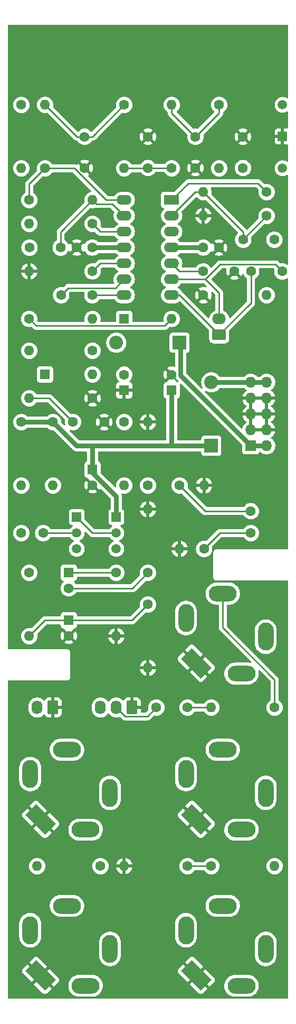
<source format=gbl>
G04 #@! TF.GenerationSoftware,KiCad,Pcbnew,6.0.4-6f826c9f35~116~ubuntu20.04.1*
G04 #@! TF.CreationDate,2022-04-19T20:07:37-04:00*
G04 #@! TF.ProjectId,arpenvfol,61727065-6e76-4666-9f6c-2e6b69636164,rev?*
G04 #@! TF.SameCoordinates,Original*
G04 #@! TF.FileFunction,Copper,L2,Bot*
G04 #@! TF.FilePolarity,Positive*
%FSLAX46Y46*%
G04 Gerber Fmt 4.6, Leading zero omitted, Abs format (unit mm)*
G04 Created by KiCad (PCBNEW 6.0.4-6f826c9f35~116~ubuntu20.04.1) date 2022-04-19 20:07:37*
%MOMM*%
%LPD*%
G01*
G04 APERTURE LIST*
G04 Aperture macros list*
%AMRoundRect*
0 Rectangle with rounded corners*
0 $1 Rounding radius*
0 $2 $3 $4 $5 $6 $7 $8 $9 X,Y pos of 4 corners*
0 Add a 4 corners polygon primitive as box body*
4,1,4,$2,$3,$4,$5,$6,$7,$8,$9,$2,$3,0*
0 Add four circle primitives for the rounded corners*
1,1,$1+$1,$2,$3*
1,1,$1+$1,$4,$5*
1,1,$1+$1,$6,$7*
1,1,$1+$1,$8,$9*
0 Add four rect primitives between the rounded corners*
20,1,$1+$1,$2,$3,$4,$5,0*
20,1,$1+$1,$4,$5,$6,$7,0*
20,1,$1+$1,$6,$7,$8,$9,0*
20,1,$1+$1,$8,$9,$2,$3,0*%
%AMRotRect*
0 Rectangle, with rotation*
0 The origin of the aperture is its center*
0 $1 length*
0 $2 width*
0 $3 Rotation angle, in degrees counterclockwise*
0 Add horizontal line*
21,1,$1,$2,0,0,$3*%
G04 Aperture macros list end*
G04 #@! TA.AperFunction,ComponentPad*
%ADD10O,2.500000X4.500001*%
G04 #@! TD*
G04 #@! TA.AperFunction,ComponentPad*
%ADD11O,4.500001X2.500001*%
G04 #@! TD*
G04 #@! TA.AperFunction,ComponentPad*
%ADD12RotRect,4.500001X2.500001X315.000000*%
G04 #@! TD*
G04 #@! TA.AperFunction,ComponentPad*
%ADD13O,4.500000X2.500000*%
G04 #@! TD*
G04 #@! TA.AperFunction,ComponentPad*
%ADD14O,2.500000X4.500000*%
G04 #@! TD*
G04 #@! TA.AperFunction,ComponentPad*
%ADD15C,1.600000*%
G04 #@! TD*
G04 #@! TA.AperFunction,ComponentPad*
%ADD16R,1.500000X1.500000*%
G04 #@! TD*
G04 #@! TA.AperFunction,ComponentPad*
%ADD17C,1.500000*%
G04 #@! TD*
G04 #@! TA.AperFunction,ComponentPad*
%ADD18O,1.600000X1.600000*%
G04 #@! TD*
G04 #@! TA.AperFunction,ComponentPad*
%ADD19R,2.200000X2.200000*%
G04 #@! TD*
G04 #@! TA.AperFunction,ComponentPad*
%ADD20O,2.200000X2.200000*%
G04 #@! TD*
G04 #@! TA.AperFunction,ComponentPad*
%ADD21R,1.600000X1.600000*%
G04 #@! TD*
G04 #@! TA.AperFunction,ComponentPad*
%ADD22RoundRect,0.250000X0.620000X0.850000X-0.620000X0.850000X-0.620000X-0.850000X0.620000X-0.850000X0*%
G04 #@! TD*
G04 #@! TA.AperFunction,ComponentPad*
%ADD23O,1.740000X2.200000*%
G04 #@! TD*
G04 #@! TA.AperFunction,ComponentPad*
%ADD24R,1.727200X1.727200*%
G04 #@! TD*
G04 #@! TA.AperFunction,ComponentPad*
%ADD25O,1.727200X1.727200*%
G04 #@! TD*
G04 #@! TA.AperFunction,ComponentPad*
%ADD26RoundRect,0.250000X0.850000X-0.620000X0.850000X0.620000X-0.850000X0.620000X-0.850000X-0.620000X0*%
G04 #@! TD*
G04 #@! TA.AperFunction,ComponentPad*
%ADD27O,2.200000X1.740000*%
G04 #@! TD*
G04 #@! TA.AperFunction,ComponentPad*
%ADD28R,2.400000X1.600000*%
G04 #@! TD*
G04 #@! TA.AperFunction,ComponentPad*
%ADD29O,2.400000X1.600000*%
G04 #@! TD*
G04 #@! TA.AperFunction,Conductor*
%ADD30C,0.750000*%
G04 #@! TD*
G04 #@! TA.AperFunction,Conductor*
%ADD31C,0.250000*%
G04 #@! TD*
G04 APERTURE END LIST*
D10*
G04 #@! TO.P,J1,R*
G04 #@! TO.N,N/C*
X93900000Y-150500000D03*
D11*
G04 #@! TO.P,J1,RN*
X90000000Y-156400000D03*
D12*
G04 #@! TO.P,J1,S*
G04 #@! TO.N,GND*
X82760000Y-154740000D03*
D13*
G04 #@! TO.P,J1,T*
G04 #@! TO.N,/MIC_IN*
X87000000Y-143600000D03*
D14*
G04 #@! TO.P,J1,TN*
G04 #@! TO.N,MIC*
X81100000Y-147500000D03*
G04 #@! TD*
D10*
G04 #@! TO.P,J12,R*
G04 #@! TO.N,N/C*
X93900000Y-175500000D03*
D11*
G04 #@! TO.P,J12,RN*
X90000000Y-181400000D03*
D12*
G04 #@! TO.P,J12,S*
G04 #@! TO.N,GND*
X82760000Y-179740000D03*
D13*
G04 #@! TO.P,J12,T*
G04 #@! TO.N,/PRE_OUT*
X87000000Y-168600000D03*
D14*
G04 #@! TO.P,J12,TN*
G04 #@! TO.N,N/C*
X81100000Y-172500000D03*
G04 #@! TD*
D10*
G04 #@! TO.P,J2,R*
G04 #@! TO.N,N/C*
X118900000Y-125500000D03*
D11*
G04 #@! TO.P,J2,RN*
X115000000Y-131400000D03*
D12*
G04 #@! TO.P,J2,S*
G04 #@! TO.N,GND*
X107760000Y-129740000D03*
D13*
G04 #@! TO.P,J2,T*
G04 #@! TO.N,/SIGNAL_IN*
X112000000Y-118600000D03*
D14*
G04 #@! TO.P,J2,TN*
G04 #@! TO.N,GAIN_CCW*
X106100000Y-122500000D03*
G04 #@! TD*
D10*
G04 #@! TO.P,J11,R*
G04 #@! TO.N,N/C*
X118900000Y-175500000D03*
D11*
G04 #@! TO.P,J11,RN*
X115000000Y-181400000D03*
D12*
G04 #@! TO.P,J11,S*
G04 #@! TO.N,GND*
X107760000Y-179740000D03*
D13*
G04 #@! TO.P,J11,T*
G04 #@! TO.N,/EF_OUT*
X112000000Y-168600000D03*
D14*
G04 #@! TO.P,J11,TN*
G04 #@! TO.N,N/C*
X106100000Y-172500000D03*
G04 #@! TD*
D10*
G04 #@! TO.P,J4,R*
G04 #@! TO.N,N/C*
X118900000Y-150500000D03*
D11*
G04 #@! TO.P,J4,RN*
X115000000Y-156400000D03*
D12*
G04 #@! TO.P,J4,S*
G04 #@! TO.N,GND*
X107760000Y-154740000D03*
D13*
G04 #@! TO.P,J4,T*
G04 #@! TO.N,/INST_IN*
X112000000Y-143600000D03*
D14*
G04 #@! TO.P,J4,TN*
G04 #@! TO.N,MIC_OUT*
X106100000Y-147500000D03*
G04 #@! TD*
D15*
G04 #@! TO.P,C17,1*
G04 #@! TO.N,Net-(C15-Pad2)*
X108880000Y-66980000D03*
G04 #@! TO.P,C17,2*
G04 #@! TO.N,GND*
X113880000Y-66980000D03*
G04 #@! TD*
D16*
G04 #@! TO.P,Q1,1,C*
G04 #@! TO.N,Net-(Q1-Pad1)*
X88570000Y-106350000D03*
D17*
G04 #@! TO.P,Q1,2,B*
G04 #@! TO.N,Net-(C3-Pad2)*
X88570000Y-108890000D03*
G04 #@! TO.P,Q1,3,E*
G04 #@! TO.N,Net-(C1-Pad1)*
X88570000Y-111430000D03*
G04 #@! TD*
D15*
G04 #@! TO.P,R22,1*
G04 #@! TO.N,Net-(C20-Pad1)*
X119050000Y-58090000D03*
D18*
G04 #@! TO.P,R22,2*
G04 #@! TO.N,GND*
X108890000Y-58090000D03*
G04 #@! TD*
D15*
G04 #@! TO.P,R5,1*
G04 #@! TO.N,+12V*
X84760000Y-91110000D03*
D18*
G04 #@! TO.P,R5,2*
G04 #@! TO.N,Net-(Q1-Pad1)*
X84760000Y-101270000D03*
G04 #@! TD*
D19*
G04 #@! TO.P,D2,1,K*
G04 #@! TO.N,/-12_IN*
X105080000Y-78410000D03*
D20*
G04 #@! TO.P,D2,2,A*
G04 #@! TO.N,-12V*
X94920000Y-78410000D03*
G04 #@! TD*
D21*
G04 #@! TO.P,C6,1*
G04 #@! TO.N,+12V*
X103810000Y-86030000D03*
D15*
G04 #@! TO.P,C6,2*
G04 #@! TO.N,GND*
X103810000Y-83530000D03*
G04 #@! TD*
G04 #@! TO.P,R7,1*
G04 #@! TO.N,SIGNAL_ATT*
X91110000Y-79680000D03*
D18*
G04 #@! TO.P,R7,2*
G04 #@! TO.N,Net-(C5-Pad1)*
X80950000Y-79680000D03*
G04 #@! TD*
D15*
G04 #@! TO.P,R24,1*
G04 #@! TO.N,Net-(C20-Pad2)*
X119050000Y-54280000D03*
D18*
G04 #@! TO.P,R24,2*
G04 #@! TO.N,Net-(C20-Pad1)*
X108890000Y-54280000D03*
G04 #@! TD*
D15*
G04 #@! TO.P,R13,1*
G04 #@! TO.N,Net-(C12-Pad1)*
X79680000Y-40310000D03*
D18*
G04 #@! TO.P,R13,2*
G04 #@! TO.N,Net-(D3-Pad2)*
X79680000Y-50470000D03*
G04 #@! TD*
D22*
G04 #@! TO.P,J8,1,Pin_1*
G04 #@! TO.N,GND*
X84760000Y-136830000D03*
D23*
G04 #@! TO.P,J8,2,Pin_2*
G04 #@! TO.N,MIC*
X82220000Y-136830000D03*
G04 #@! TD*
D15*
G04 #@! TO.P,R15,1*
G04 #@! TO.N,Net-(C12-Pad2)*
X80950000Y-55550000D03*
D18*
G04 #@! TO.P,R15,2*
G04 #@! TO.N,Net-(C12-Pad1)*
X91110000Y-55550000D03*
G04 #@! TD*
D15*
G04 #@! TO.P,C3,1*
G04 #@! TO.N,/MIC_IN*
X79680000Y-108890000D03*
G04 #@! TO.P,C3,2*
G04 #@! TO.N,Net-(C3-Pad2)*
X83180000Y-108890000D03*
G04 #@! TD*
G04 #@! TO.P,R18,1*
G04 #@! TO.N,/INST_IN*
X109000000Y-111430000D03*
D18*
G04 #@! TO.P,R18,2*
G04 #@! TO.N,GND*
X109000000Y-101270000D03*
G04 #@! TD*
D21*
G04 #@! TO.P,C9,1*
G04 #@! TO.N,+12V*
X91110000Y-98730000D03*
D15*
G04 #@! TO.P,C9,2*
G04 #@! TO.N,GND*
X91110000Y-101230000D03*
G04 #@! TD*
D21*
G04 #@! TO.P,C8,1*
G04 #@! TO.N,Net-(C8-Pad1)*
X87300000Y-122860000D03*
D15*
G04 #@! TO.P,C8,2*
G04 #@! TO.N,GND*
X87300000Y-125360000D03*
G04 #@! TD*
D17*
G04 #@! TO.P,TP1,1,1*
G04 #@! TO.N,-12V*
X121590000Y-40310000D03*
G04 #@! TD*
D15*
G04 #@! TO.P,R3,1*
G04 #@! TO.N,Net-(C1-Pad2)*
X100000000Y-115240000D03*
D18*
G04 #@! TO.P,R3,2*
G04 #@! TO.N,GND*
X100000000Y-105080000D03*
G04 #@! TD*
D15*
G04 #@! TO.P,R25,1*
G04 #@! TO.N,Net-(C20-Pad2)*
X106350000Y-162230000D03*
D18*
G04 #@! TO.P,R25,2*
G04 #@! TO.N,GND*
X96190000Y-162230000D03*
G04 #@! TD*
D15*
G04 #@! TO.P,C13,1*
G04 #@! TO.N,Net-(C13-Pad1)*
X89840000Y-45430000D03*
G04 #@! TO.P,C13,2*
G04 #@! TO.N,GND*
X89840000Y-50430000D03*
G04 #@! TD*
G04 #@! TO.P,R14,1*
G04 #@! TO.N,Net-(R14-Pad1)*
X91110000Y-59360000D03*
D18*
G04 #@! TO.P,R14,2*
G04 #@! TO.N,Net-(C5-Pad1)*
X80950000Y-59360000D03*
G04 #@! TD*
D15*
G04 #@! TO.P,C12,1*
G04 #@! TO.N,Net-(C12-Pad1)*
X85990000Y-63170000D03*
G04 #@! TO.P,C12,2*
G04 #@! TO.N,Net-(C12-Pad2)*
X80990000Y-63170000D03*
G04 #@! TD*
D19*
G04 #@! TO.P,D1,1,K*
G04 #@! TO.N,+12V*
X110160000Y-94920000D03*
D20*
G04 #@! TO.P,D1,2,A*
G04 #@! TO.N,/+12_IN*
X110160000Y-84760000D03*
G04 #@! TD*
D15*
G04 #@! TO.P,C18,1*
G04 #@! TO.N,Net-(C18-Pad1)*
X115240000Y-50430000D03*
G04 #@! TO.P,C18,2*
G04 #@! TO.N,GND*
X115240000Y-45430000D03*
G04 #@! TD*
G04 #@! TO.P,R23,1*
G04 #@! TO.N,GND*
X108890000Y-70790000D03*
D18*
G04 #@! TO.P,R23,2*
G04 #@! TO.N,GAIN_W*
X119050000Y-70790000D03*
G04 #@! TD*
D15*
G04 #@! TO.P,C20,1*
G04 #@! TO.N,Net-(C20-Pad1)*
X115280000Y-61900000D03*
G04 #@! TO.P,C20,2*
G04 #@! TO.N,Net-(C20-Pad2)*
X120280000Y-61900000D03*
G04 #@! TD*
G04 #@! TO.P,C19,1*
G04 #@! TO.N,GAIN_W*
X121550000Y-66980000D03*
G04 #@! TO.P,C19,2*
G04 #@! TO.N,GAIN_CCW*
X116550000Y-66980000D03*
G04 #@! TD*
D16*
G04 #@! TO.P,Q2,1,C*
G04 #@! TO.N,+12V*
X94920000Y-106350000D03*
D17*
G04 #@! TO.P,Q2,2,B*
G04 #@! TO.N,Net-(Q1-Pad1)*
X94920000Y-108890000D03*
G04 #@! TO.P,Q2,3,E*
G04 #@! TO.N,MIC_OUT*
X94920000Y-111430000D03*
G04 #@! TD*
D22*
G04 #@! TO.P,J10,1,Pin_1*
G04 #@! TO.N,GND*
X97460000Y-136830000D03*
D23*
G04 #@! TO.P,J10,2,Pin_2*
G04 #@! TO.N,SIGNAL_AC*
X94920000Y-136830000D03*
G04 #@! TO.P,J10,3,Pin_3*
G04 #@! TO.N,SIGNAL_ATT*
X92380000Y-136830000D03*
G04 #@! TD*
D21*
G04 #@! TO.P,C1,1*
G04 #@! TO.N,Net-(C1-Pad1)*
X87300000Y-115240000D03*
D15*
G04 #@! TO.P,C1,2*
G04 #@! TO.N,Net-(C1-Pad2)*
X87300000Y-117740000D03*
G04 #@! TD*
G04 #@! TO.P,R20,1*
G04 #@! TO.N,Net-(C15-Pad2)*
X105080000Y-101270000D03*
D18*
G04 #@! TO.P,R20,2*
G04 #@! TO.N,GND*
X105080000Y-111430000D03*
G04 #@! TD*
D15*
G04 #@! TO.P,R4,1*
G04 #@! TO.N,Net-(R4-Pad1)*
X91100000Y-66975000D03*
D18*
G04 #@! TO.P,R4,2*
G04 #@! TO.N,GND*
X80940000Y-66975000D03*
G04 #@! TD*
D15*
G04 #@! TO.P,R28,1*
G04 #@! TO.N,GAIN_CCW*
X92380000Y-162230000D03*
D18*
G04 #@! TO.P,R28,2*
G04 #@! TO.N,/PRE_OUT*
X82220000Y-162230000D03*
G04 #@! TD*
D15*
G04 #@! TO.P,C10,1*
G04 #@! TO.N,+12V*
X108890000Y-63165000D03*
G04 #@! TO.P,C10,2*
G04 #@! TO.N,GND*
X111390000Y-63165000D03*
G04 #@! TD*
D24*
G04 #@! TO.P,J3,1,-12V*
G04 #@! TO.N,/-12_IN*
X116510000Y-94920000D03*
D25*
G04 #@! TO.P,J3,2,-12V*
X119050000Y-94920000D03*
G04 #@! TO.P,J3,3,GND*
G04 #@! TO.N,GND*
X116510000Y-92380000D03*
G04 #@! TO.P,J3,4,GND*
X119050000Y-92380000D03*
G04 #@! TO.P,J3,5,GND*
X116510000Y-89840000D03*
G04 #@! TO.P,J3,6,GND*
X119050000Y-89840000D03*
G04 #@! TO.P,J3,7,GND*
X116510000Y-87300000D03*
G04 #@! TO.P,J3,8,GND*
X119050000Y-87300000D03*
G04 #@! TO.P,J3,9,+12V*
G04 #@! TO.N,/+12_IN*
X116510000Y-84760000D03*
G04 #@! TO.P,J3,10,+12V*
X119050000Y-84760000D03*
G04 #@! TD*
D15*
G04 #@! TO.P,C16,1*
G04 #@! TO.N,Net-(C16-Pad1)*
X107620000Y-45430000D03*
G04 #@! TO.P,C16,2*
G04 #@! TO.N,GND*
X107620000Y-50430000D03*
G04 #@! TD*
G04 #@! TO.P,R19,1*
G04 #@! TO.N,Net-(C14-Pad1)*
X103810000Y-50470000D03*
D18*
G04 #@! TO.P,R19,2*
G04 #@! TO.N,Net-(C16-Pad1)*
X103810000Y-40310000D03*
G04 #@! TD*
D15*
G04 #@! TO.P,R6,1*
G04 #@! TO.N,Net-(C1-Pad1)*
X94920000Y-115240000D03*
D18*
G04 #@! TO.P,R6,2*
G04 #@! TO.N,GND*
X94920000Y-125400000D03*
G04 #@! TD*
D21*
G04 #@! TO.P,D3,1,K*
G04 #@! TO.N,Net-(C4-Pad2)*
X96180000Y-74595000D03*
D18*
G04 #@! TO.P,D3,2,A*
G04 #@! TO.N,Net-(D3-Pad2)*
X103800000Y-74595000D03*
G04 #@! TD*
D15*
G04 #@! TO.P,R2,1*
G04 #@! TO.N,/SIGNAL_IN*
X120320000Y-136830000D03*
D18*
G04 #@! TO.P,R2,2*
G04 #@! TO.N,Net-(C2-Pad1)*
X110160000Y-136830000D03*
G04 #@! TD*
D15*
G04 #@! TO.P,C14,1*
G04 #@! TO.N,Net-(C14-Pad1)*
X100000000Y-50430000D03*
G04 #@! TO.P,C14,2*
G04 #@! TO.N,GND*
X100000000Y-45430000D03*
G04 #@! TD*
G04 #@! TO.P,R17,1*
G04 #@! TO.N,Net-(C13-Pad1)*
X96190000Y-40310000D03*
D18*
G04 #@! TO.P,R17,2*
G04 #@! TO.N,Net-(C14-Pad1)*
X96190000Y-50470000D03*
G04 #@! TD*
D15*
G04 #@! TO.P,R1,1*
G04 #@! TO.N,+12V*
X79680000Y-91110000D03*
D18*
G04 #@! TO.P,R1,2*
G04 #@! TO.N,/MIC_IN*
X79680000Y-101270000D03*
G04 #@! TD*
D15*
G04 #@! TO.P,C15,1*
G04 #@! TO.N,/INST_IN*
X116510000Y-108890000D03*
G04 #@! TO.P,C15,2*
G04 #@! TO.N,Net-(C15-Pad2)*
X116510000Y-105390000D03*
G04 #@! TD*
D26*
G04 #@! TO.P,J9,1,Pin_1*
G04 #@! TO.N,GAIN_CCW*
X111430000Y-77140000D03*
D27*
G04 #@! TO.P,J9,2,Pin_2*
G04 #@! TO.N,GAIN_W*
X111430000Y-74600000D03*
G04 #@! TD*
D15*
G04 #@! TO.P,R27,1*
G04 #@! TO.N,Net-(C20-Pad2)*
X110160000Y-162230000D03*
D18*
G04 #@! TO.P,R27,2*
G04 #@! TO.N,/EF_OUT*
X120320000Y-162230000D03*
G04 #@! TD*
D21*
G04 #@! TO.P,D4,1,K*
G04 #@! TO.N,Net-(C5-Pad1)*
X83480000Y-83490000D03*
D18*
G04 #@! TO.P,D4,2,A*
G04 #@! TO.N,Net-(C4-Pad2)*
X91100000Y-83490000D03*
G04 #@! TD*
D15*
G04 #@! TO.P,R12,1*
G04 #@! TO.N,Net-(C8-Pad1)*
X100000000Y-120320000D03*
D18*
G04 #@! TO.P,R12,2*
G04 #@! TO.N,GND*
X100000000Y-130480000D03*
G04 #@! TD*
D15*
G04 #@! TO.P,C5,1*
G04 #@! TO.N,Net-(C5-Pad1)*
X87975000Y-91110000D03*
G04 #@! TO.P,C5,2*
G04 #@! TO.N,GND*
X92975000Y-91110000D03*
G04 #@! TD*
G04 #@! TO.P,R21,1*
G04 #@! TO.N,Net-(C16-Pad1)*
X111430000Y-40310000D03*
D18*
G04 #@! TO.P,R21,2*
G04 #@! TO.N,Net-(C18-Pad1)*
X111430000Y-50470000D03*
G04 #@! TD*
D21*
G04 #@! TO.P,C7,1*
G04 #@! TO.N,GND*
X96190000Y-86030000D03*
D15*
G04 #@! TO.P,C7,2*
G04 #@! TO.N,-12V*
X96190000Y-83530000D03*
G04 #@! TD*
G04 #@! TO.P,R11,1*
G04 #@! TO.N,MIC_OUT*
X96190000Y-91110000D03*
D18*
G04 #@! TO.P,R11,2*
G04 #@! TO.N,Net-(C8-Pad1)*
X96190000Y-101270000D03*
G04 #@! TD*
D15*
G04 #@! TO.P,R16,1*
G04 #@! TO.N,Net-(C12-Pad2)*
X83490000Y-50470000D03*
D18*
G04 #@! TO.P,R16,2*
G04 #@! TO.N,Net-(C13-Pad1)*
X83490000Y-40310000D03*
G04 #@! TD*
D15*
G04 #@! TO.P,C4,1*
G04 #@! TO.N,SIGNAL_ATT*
X86070000Y-70790000D03*
G04 #@! TO.P,C4,2*
G04 #@! TO.N,Net-(C4-Pad2)*
X91070000Y-70790000D03*
G04 #@! TD*
G04 #@! TO.P,R26,1*
G04 #@! TO.N,GAIN_CCW*
X100000000Y-101270000D03*
D18*
G04 #@! TO.P,R26,2*
G04 #@! TO.N,GND*
X100000000Y-91110000D03*
G04 #@! TD*
D15*
G04 #@! TO.P,R9,1*
G04 #@! TO.N,GND*
X91110000Y-87300000D03*
D18*
G04 #@! TO.P,R9,2*
G04 #@! TO.N,Net-(C5-Pad1)*
X80950000Y-87300000D03*
G04 #@! TD*
D15*
G04 #@! TO.P,R8,1*
G04 #@! TO.N,Net-(D3-Pad2)*
X80940000Y-74595000D03*
D18*
G04 #@! TO.P,R8,2*
G04 #@! TO.N,SIGNAL_ATT*
X91100000Y-74595000D03*
G04 #@! TD*
D16*
G04 #@! TO.P,TP3,1,1*
G04 #@! TO.N,GND*
X121590000Y-45390000D03*
G04 #@! TD*
D15*
G04 #@! TO.P,R10,1*
G04 #@! TO.N,Net-(C3-Pad2)*
X80950000Y-115240000D03*
D18*
G04 #@! TO.P,R10,2*
G04 #@! TO.N,Net-(C8-Pad1)*
X80950000Y-125400000D03*
G04 #@! TD*
D17*
G04 #@! TO.P,TP2,1,1*
G04 #@! TO.N,+12V*
X121590000Y-50470000D03*
G04 #@! TD*
D28*
G04 #@! TO.P,U1,1*
G04 #@! TO.N,Net-(C20-Pad2)*
X103800000Y-55545000D03*
D29*
G04 #@! TO.P,U1,2,-*
G04 #@! TO.N,Net-(C20-Pad1)*
X103800000Y-58085000D03*
G04 #@! TO.P,U1,3,+*
G04 #@! TO.N,Net-(C18-Pad1)*
X103800000Y-60625000D03*
G04 #@! TO.P,U1,4,V+*
G04 #@! TO.N,+12V*
X103800000Y-63165000D03*
G04 #@! TO.P,U1,5,+*
G04 #@! TO.N,Net-(C15-Pad2)*
X103800000Y-65705000D03*
G04 #@! TO.P,U1,6,-*
G04 #@! TO.N,GAIN_W*
X103800000Y-68245000D03*
G04 #@! TO.P,U1,7*
G04 #@! TO.N,GAIN_CCW*
X103800000Y-70785000D03*
G04 #@! TO.P,U1,8*
G04 #@! TO.N,Net-(C4-Pad2)*
X96180000Y-70785000D03*
G04 #@! TO.P,U1,9,-*
G04 #@! TO.N,SIGNAL_ATT*
X96180000Y-68245000D03*
G04 #@! TO.P,U1,10,+*
G04 #@! TO.N,Net-(R4-Pad1)*
X96180000Y-65705000D03*
G04 #@! TO.P,U1,11,V-*
G04 #@! TO.N,-12V*
X96180000Y-63165000D03*
G04 #@! TO.P,U1,12,+*
G04 #@! TO.N,Net-(R14-Pad1)*
X96180000Y-60625000D03*
G04 #@! TO.P,U1,13,-*
G04 #@! TO.N,Net-(C12-Pad1)*
X96180000Y-58085000D03*
G04 #@! TO.P,U1,14*
G04 #@! TO.N,Net-(C12-Pad2)*
X96180000Y-55545000D03*
G04 #@! TD*
D15*
G04 #@! TO.P,C11,1*
G04 #@! TO.N,GND*
X88570000Y-63165000D03*
G04 #@! TO.P,C11,2*
G04 #@! TO.N,-12V*
X91070000Y-63165000D03*
G04 #@! TD*
G04 #@! TO.P,C2,1*
G04 #@! TO.N,Net-(C2-Pad1)*
X106350000Y-136830000D03*
G04 #@! TO.P,C2,2*
G04 #@! TO.N,SIGNAL_AC*
X101350000Y-136830000D03*
G04 #@! TD*
D30*
G04 #@! TO.N,+12V*
X91110000Y-99215436D02*
X91110000Y-98730000D01*
X91110000Y-94920000D02*
X91110000Y-98730000D01*
X94920000Y-106350000D02*
X94920000Y-103025436D01*
X94920000Y-103025436D02*
X91110000Y-99215436D01*
X88570000Y-94920000D02*
X84760000Y-91110000D01*
X84760000Y-91110000D02*
X79680000Y-91110000D01*
X103810000Y-94920000D02*
X91110000Y-94920000D01*
X110160000Y-94920000D02*
X103810000Y-94920000D01*
X103810000Y-94920000D02*
X103810000Y-86030000D01*
X103800000Y-63165000D02*
X108890000Y-63165000D01*
X91110000Y-94920000D02*
X88570000Y-94920000D01*
G04 #@! TO.N,-12V*
X91070000Y-63165000D02*
X96180000Y-63165000D01*
G04 #@! TO.N,/+12_IN*
X119050000Y-84760000D02*
X116510000Y-84760000D01*
X116510000Y-84760000D02*
X110160000Y-84760000D01*
G04 #@! TO.N,/-12_IN*
X105234511Y-83644511D02*
X105234511Y-78564511D01*
X116510000Y-94920000D02*
X105234511Y-83644511D01*
X119050000Y-94920000D02*
X116510000Y-94920000D01*
D31*
G04 #@! TO.N,Net-(C5-Pad1)*
X80950000Y-87300000D02*
X84165000Y-87300000D01*
X84165000Y-87300000D02*
X87975000Y-91110000D01*
G04 #@! TO.N,Net-(C8-Pad1)*
X87300000Y-122860000D02*
X97460000Y-122860000D01*
X83490000Y-122860000D02*
X80950000Y-125400000D01*
X87300000Y-122860000D02*
X83490000Y-122860000D01*
X97460000Y-122860000D02*
X100000000Y-120320000D01*
G04 #@! TO.N,Net-(C1-Pad1)*
X94920000Y-115240000D02*
X87300000Y-115240000D01*
G04 #@! TO.N,Net-(C13-Pad1)*
X89840000Y-45430000D02*
X91070000Y-45430000D01*
X83490000Y-40310000D02*
X88610000Y-45430000D01*
X88610000Y-45430000D02*
X89840000Y-45430000D01*
X91070000Y-45430000D02*
X96190000Y-40310000D01*
G04 #@! TO.N,Net-(C1-Pad2)*
X97500000Y-117740000D02*
X100000000Y-115240000D01*
X87300000Y-117740000D02*
X97500000Y-117740000D01*
G04 #@! TO.N,Net-(C2-Pad1)*
X110160000Y-136830000D02*
X106350000Y-136830000D01*
G04 #@! TO.N,Net-(C12-Pad2)*
X93264000Y-55545000D02*
X88189000Y-50470000D01*
X80950000Y-55550000D02*
X80950000Y-53010000D01*
X96180000Y-55545000D02*
X93264000Y-55545000D01*
X88189000Y-50470000D02*
X83490000Y-50470000D01*
X80950000Y-53010000D02*
X83490000Y-50470000D01*
G04 #@! TO.N,Net-(D3-Pad2)*
X103800000Y-74595000D02*
X102675489Y-75719511D01*
X102675489Y-75719511D02*
X82064511Y-75719511D01*
X82064511Y-75719511D02*
X80940000Y-74595000D01*
G04 #@! TO.N,Net-(C14-Pad1)*
X100000000Y-50430000D02*
X103770000Y-50430000D01*
X96190000Y-50470000D02*
X99960000Y-50470000D01*
G04 #@! TO.N,Net-(C3-Pad2)*
X88570000Y-108890000D02*
X83180000Y-108890000D01*
G04 #@! TO.N,SIGNAL_AC*
X99925480Y-138254520D02*
X96344520Y-138254520D01*
X101350000Y-136830000D02*
X99925480Y-138254520D01*
X96344520Y-138254520D02*
X94920000Y-136830000D01*
G04 #@! TO.N,Net-(C4-Pad2)*
X91070000Y-70790000D02*
X96175000Y-70790000D01*
G04 #@! TO.N,SIGNAL_ATT*
X87213000Y-69647000D02*
X86070000Y-70790000D01*
X96180000Y-68245000D02*
X94778000Y-69647000D01*
X94778000Y-69647000D02*
X87213000Y-69647000D01*
G04 #@! TO.N,Net-(C15-Pad2)*
X109200000Y-105390000D02*
X116510000Y-105390000D01*
X105075000Y-66980000D02*
X103800000Y-65705000D01*
X105080000Y-101270000D02*
X109200000Y-105390000D01*
X108880000Y-66980000D02*
X105075000Y-66980000D01*
G04 #@! TO.N,/INST_IN*
X111540000Y-108890000D02*
X116510000Y-108890000D01*
X109000000Y-111430000D02*
X111540000Y-108890000D01*
G04 #@! TO.N,/SIGNAL_IN*
X112000000Y-124064296D02*
X112000000Y-118600000D01*
X120320000Y-136830000D02*
X120320000Y-132384296D01*
X120320000Y-132384296D02*
X112000000Y-124064296D01*
G04 #@! TO.N,Net-(C16-Pad1)*
X103810000Y-40310000D02*
X103810000Y-41620000D01*
X103810000Y-41620000D02*
X107620000Y-45430000D01*
X107620000Y-45430000D02*
X111430000Y-41620000D01*
X111430000Y-41620000D02*
X111430000Y-40310000D01*
G04 #@! TO.N,GAIN_CCW*
X111430000Y-77140000D02*
X116550000Y-72020000D01*
X105075000Y-70785000D02*
X111430000Y-77140000D01*
X103800000Y-70785000D02*
X105075000Y-70785000D01*
X116550000Y-72020000D02*
X116550000Y-66980000D01*
G04 #@! TO.N,Net-(C20-Pad1)*
X115280000Y-60670000D02*
X108890000Y-54280000D01*
X115280000Y-61900000D02*
X115280000Y-60670000D01*
X119050000Y-58090000D02*
X115280000Y-61860000D01*
X107605000Y-54280000D02*
X103800000Y-58085000D01*
X108890000Y-54280000D02*
X107605000Y-54280000D01*
G04 #@! TO.N,Net-(C20-Pad2)*
X117653000Y-52883000D02*
X106462000Y-52883000D01*
X110160000Y-162230000D02*
X106350000Y-162230000D01*
X119050000Y-54280000D02*
X117653000Y-52883000D01*
X106462000Y-52883000D02*
X103800000Y-55545000D01*
G04 #@! TO.N,Net-(R4-Pad1)*
X96180000Y-65705000D02*
X92370000Y-65705000D01*
X92370000Y-65705000D02*
X91100000Y-66975000D01*
G04 #@! TO.N,Net-(C12-Pad1)*
X94280000Y-56185000D02*
X91745000Y-56185000D01*
X91110000Y-55550000D02*
X85990000Y-60670000D01*
X91745000Y-56185000D02*
X91110000Y-55550000D01*
X85990000Y-60670000D02*
X85990000Y-63170000D01*
X96180000Y-58085000D02*
X94280000Y-56185000D01*
G04 #@! TO.N,Net-(R14-Pad1)*
X96180000Y-60625000D02*
X92375000Y-60625000D01*
X92375000Y-60625000D02*
X91110000Y-59360000D01*
G04 #@! TO.N,Net-(Q1-Pad1)*
X91110000Y-108890000D02*
X88570000Y-106350000D01*
X94920000Y-108890000D02*
X91110000Y-108890000D01*
G04 #@! TO.N,GAIN_W*
X120425489Y-65855489D02*
X121550000Y-66980000D01*
X103800000Y-68245000D02*
X109205300Y-68245000D01*
X109205300Y-68245000D02*
X111594811Y-65855489D01*
X111430000Y-70469700D02*
X111430000Y-74600000D01*
X111594811Y-65855489D02*
X120425489Y-65855489D01*
X109205300Y-68245000D02*
X111430000Y-70469700D01*
G04 #@! TD*
G04 #@! TA.AperFunction,Conductor*
G04 #@! TO.N,GND*
G36*
X122433621Y-27528502D02*
G01*
X122480114Y-27582158D01*
X122491500Y-27634500D01*
X122491500Y-39162849D01*
X122471498Y-39230970D01*
X122417842Y-39277463D01*
X122347568Y-39287567D01*
X122293229Y-39266062D01*
X122243113Y-39230970D01*
X122221654Y-39215944D01*
X122022076Y-39122880D01*
X121809371Y-39065885D01*
X121590000Y-39046693D01*
X121370629Y-39065885D01*
X121157924Y-39122880D01*
X121072210Y-39162849D01*
X120963334Y-39213618D01*
X120963329Y-39213621D01*
X120958347Y-39215944D01*
X120953840Y-39219100D01*
X120953838Y-39219101D01*
X120782473Y-39339092D01*
X120782470Y-39339094D01*
X120777962Y-39342251D01*
X120622251Y-39497962D01*
X120495944Y-39678347D01*
X120493621Y-39683329D01*
X120493618Y-39683334D01*
X120446415Y-39784562D01*
X120402880Y-39877924D01*
X120345885Y-40090629D01*
X120326693Y-40310000D01*
X120345885Y-40529371D01*
X120402880Y-40742076D01*
X120446415Y-40835438D01*
X120493618Y-40936666D01*
X120493621Y-40936671D01*
X120495944Y-40941653D01*
X120622251Y-41122038D01*
X120777962Y-41277749D01*
X120782471Y-41280906D01*
X120782473Y-41280908D01*
X120837384Y-41319357D01*
X120958346Y-41404056D01*
X121157924Y-41497120D01*
X121370629Y-41554115D01*
X121590000Y-41573307D01*
X121809371Y-41554115D01*
X122022076Y-41497120D01*
X122221654Y-41404056D01*
X122293230Y-41353938D01*
X122360503Y-41331250D01*
X122429363Y-41348535D01*
X122477947Y-41400304D01*
X122491500Y-41457151D01*
X122491500Y-44006000D01*
X122471498Y-44074121D01*
X122417842Y-44120614D01*
X122365500Y-44132000D01*
X121862115Y-44132000D01*
X121846876Y-44136475D01*
X121845671Y-44137865D01*
X121844000Y-44145548D01*
X121844000Y-46629884D01*
X121848475Y-46645123D01*
X121849865Y-46646328D01*
X121857548Y-46647999D01*
X122365500Y-46647999D01*
X122433621Y-46668001D01*
X122480114Y-46721657D01*
X122491500Y-46773999D01*
X122491500Y-49322849D01*
X122471498Y-49390970D01*
X122417842Y-49437463D01*
X122347568Y-49447567D01*
X122293229Y-49426062D01*
X122221654Y-49375944D01*
X122022076Y-49282880D01*
X121809371Y-49225885D01*
X121590000Y-49206693D01*
X121370629Y-49225885D01*
X121157924Y-49282880D01*
X121072210Y-49322849D01*
X120963334Y-49373618D01*
X120963329Y-49373621D01*
X120958347Y-49375944D01*
X120953840Y-49379100D01*
X120953838Y-49379101D01*
X120782473Y-49499092D01*
X120782470Y-49499094D01*
X120777962Y-49502251D01*
X120622251Y-49657962D01*
X120619094Y-49662470D01*
X120619092Y-49662473D01*
X120516673Y-49808743D01*
X120495944Y-49838347D01*
X120493621Y-49843329D01*
X120493618Y-49843334D01*
X120449065Y-49938879D01*
X120402880Y-50037924D01*
X120345885Y-50250629D01*
X120326693Y-50470000D01*
X120345885Y-50689371D01*
X120402880Y-50902076D01*
X120446415Y-50995438D01*
X120493618Y-51096666D01*
X120493621Y-51096671D01*
X120495944Y-51101653D01*
X120499100Y-51106160D01*
X120499101Y-51106162D01*
X120616833Y-51274300D01*
X120622251Y-51282038D01*
X120777962Y-51437749D01*
X120782471Y-51440906D01*
X120782473Y-51440908D01*
X120837384Y-51479357D01*
X120958346Y-51564056D01*
X121157924Y-51657120D01*
X121370629Y-51714115D01*
X121590000Y-51733307D01*
X121809371Y-51714115D01*
X122022076Y-51657120D01*
X122221654Y-51564056D01*
X122293230Y-51513938D01*
X122360503Y-51491250D01*
X122429363Y-51508535D01*
X122477947Y-51560304D01*
X122491500Y-51617151D01*
X122491500Y-65799818D01*
X122471498Y-65867939D01*
X122417842Y-65914432D01*
X122347568Y-65924536D01*
X122293229Y-65903031D01*
X122211258Y-65845634D01*
X122211256Y-65845633D01*
X122206749Y-65842477D01*
X122201767Y-65840154D01*
X122201762Y-65840151D01*
X122004225Y-65748039D01*
X122004224Y-65748039D01*
X121999243Y-65745716D01*
X121993935Y-65744294D01*
X121993933Y-65744293D01*
X121783402Y-65687881D01*
X121783400Y-65687881D01*
X121778087Y-65686457D01*
X121550000Y-65666502D01*
X121321913Y-65686457D01*
X121316608Y-65687879D01*
X121316594Y-65687881D01*
X121258461Y-65703459D01*
X121187484Y-65701771D01*
X121136752Y-65670848D01*
X120929136Y-65463231D01*
X120921602Y-65454952D01*
X120917489Y-65448471D01*
X120867837Y-65401845D01*
X120864996Y-65399091D01*
X120845259Y-65379354D01*
X120842062Y-65376874D01*
X120833040Y-65369169D01*
X120819611Y-65356558D01*
X120800810Y-65338903D01*
X120793864Y-65335084D01*
X120793861Y-65335082D01*
X120783055Y-65329141D01*
X120766536Y-65318290D01*
X120766072Y-65317930D01*
X120750530Y-65305875D01*
X120743261Y-65302730D01*
X120743257Y-65302727D01*
X120709952Y-65288315D01*
X120699302Y-65283098D01*
X120660549Y-65261794D01*
X120640926Y-65256756D01*
X120622223Y-65250352D01*
X120610909Y-65245456D01*
X120610908Y-65245456D01*
X120603634Y-65242308D01*
X120595811Y-65241069D01*
X120595801Y-65241066D01*
X120559965Y-65235390D01*
X120548345Y-65232984D01*
X120513200Y-65223961D01*
X120513199Y-65223961D01*
X120505519Y-65221989D01*
X120485265Y-65221989D01*
X120465554Y-65220438D01*
X120453375Y-65218509D01*
X120445546Y-65217269D01*
X120416275Y-65220036D01*
X120401528Y-65221430D01*
X120389670Y-65221989D01*
X111673578Y-65221989D01*
X111662395Y-65221462D01*
X111654902Y-65219787D01*
X111646976Y-65220036D01*
X111646975Y-65220036D01*
X111586812Y-65221927D01*
X111582854Y-65221989D01*
X111554955Y-65221989D01*
X111550965Y-65222493D01*
X111539131Y-65223425D01*
X111494922Y-65224815D01*
X111487308Y-65227027D01*
X111487303Y-65227028D01*
X111475470Y-65230466D01*
X111456107Y-65234477D01*
X111436014Y-65237015D01*
X111428647Y-65239932D01*
X111428642Y-65239933D01*
X111394903Y-65253291D01*
X111383676Y-65257135D01*
X111341218Y-65269471D01*
X111334392Y-65273508D01*
X111323783Y-65279782D01*
X111306035Y-65288477D01*
X111287194Y-65295937D01*
X111280778Y-65300599D01*
X111280777Y-65300599D01*
X111251424Y-65321925D01*
X111241504Y-65328441D01*
X111210276Y-65346909D01*
X111210273Y-65346911D01*
X111203449Y-65350947D01*
X111189128Y-65365268D01*
X111174095Y-65378108D01*
X111157704Y-65390017D01*
X111149028Y-65400505D01*
X111129513Y-65424094D01*
X111121523Y-65432873D01*
X110211474Y-66342922D01*
X110149162Y-66376948D01*
X110078347Y-66371883D01*
X110021511Y-66329336D01*
X110017583Y-66323381D01*
X110017523Y-66323251D01*
X109902672Y-66159227D01*
X109889357Y-66140211D01*
X109889355Y-66140208D01*
X109886198Y-66135700D01*
X109724300Y-65973802D01*
X109719792Y-65970645D01*
X109719789Y-65970643D01*
X109573112Y-65867939D01*
X109536749Y-65842477D01*
X109531767Y-65840154D01*
X109531762Y-65840151D01*
X109334225Y-65748039D01*
X109334224Y-65748039D01*
X109329243Y-65745716D01*
X109323935Y-65744294D01*
X109323933Y-65744293D01*
X109113402Y-65687881D01*
X109113400Y-65687881D01*
X109108087Y-65686457D01*
X108880000Y-65666502D01*
X108651913Y-65686457D01*
X108646600Y-65687881D01*
X108646598Y-65687881D01*
X108436067Y-65744293D01*
X108436065Y-65744294D01*
X108430757Y-65745716D01*
X108425776Y-65748039D01*
X108425775Y-65748039D01*
X108228238Y-65840151D01*
X108228233Y-65840154D01*
X108223251Y-65842477D01*
X108186888Y-65867939D01*
X108040211Y-65970643D01*
X108040208Y-65970645D01*
X108035700Y-65973802D01*
X107873802Y-66135700D01*
X107870645Y-66140208D01*
X107870643Y-66140211D01*
X107763819Y-66292771D01*
X107708362Y-66337099D01*
X107660606Y-66346500D01*
X105542413Y-66346500D01*
X105474292Y-66326498D01*
X105427799Y-66272842D01*
X105417695Y-66202568D01*
X105428218Y-66167252D01*
X105434284Y-66154243D01*
X105483973Y-65968802D01*
X105492119Y-65938402D01*
X105492119Y-65938400D01*
X105493543Y-65933087D01*
X105513498Y-65705000D01*
X105493543Y-65476913D01*
X105485922Y-65448471D01*
X105435707Y-65261067D01*
X105435706Y-65261065D01*
X105434284Y-65255757D01*
X105425545Y-65237015D01*
X105339849Y-65053238D01*
X105339846Y-65053233D01*
X105337523Y-65048251D01*
X105206198Y-64860700D01*
X105044300Y-64698802D01*
X105039792Y-64695645D01*
X105039789Y-64695643D01*
X104961611Y-64640902D01*
X104856749Y-64567477D01*
X104851767Y-64565154D01*
X104851762Y-64565151D01*
X104817543Y-64549195D01*
X104764258Y-64502278D01*
X104744797Y-64434001D01*
X104765339Y-64366041D01*
X104817543Y-64320805D01*
X104851762Y-64304849D01*
X104851767Y-64304846D01*
X104856749Y-64302523D01*
X105032648Y-64179357D01*
X105039789Y-64174357D01*
X105039792Y-64174355D01*
X105044300Y-64171198D01*
X105130093Y-64085405D01*
X105192405Y-64051379D01*
X105219188Y-64048500D01*
X107870812Y-64048500D01*
X107938933Y-64068502D01*
X107959907Y-64085405D01*
X108045700Y-64171198D01*
X108050208Y-64174355D01*
X108050211Y-64174357D01*
X108057352Y-64179357D01*
X108233251Y-64302523D01*
X108238233Y-64304846D01*
X108238238Y-64304849D01*
X108434765Y-64396490D01*
X108440757Y-64399284D01*
X108446065Y-64400706D01*
X108446067Y-64400707D01*
X108656598Y-64457119D01*
X108656600Y-64457119D01*
X108661913Y-64458543D01*
X108890000Y-64478498D01*
X109118087Y-64458543D01*
X109123400Y-64457119D01*
X109123402Y-64457119D01*
X109333933Y-64400707D01*
X109333935Y-64400706D01*
X109339243Y-64399284D01*
X109345235Y-64396490D01*
X109541762Y-64304849D01*
X109541767Y-64304846D01*
X109546749Y-64302523D01*
X109620243Y-64251062D01*
X110668493Y-64251062D01*
X110677789Y-64263077D01*
X110728994Y-64298931D01*
X110738489Y-64304414D01*
X110935947Y-64396490D01*
X110946239Y-64400236D01*
X111156688Y-64456625D01*
X111167481Y-64458528D01*
X111384525Y-64477517D01*
X111395475Y-64477517D01*
X111612519Y-64458528D01*
X111623312Y-64456625D01*
X111833761Y-64400236D01*
X111844053Y-64396490D01*
X112041511Y-64304414D01*
X112051006Y-64298931D01*
X112103048Y-64262491D01*
X112111424Y-64252012D01*
X112104356Y-64238566D01*
X111402812Y-63537022D01*
X111388868Y-63529408D01*
X111387035Y-63529539D01*
X111380420Y-63533790D01*
X110674923Y-64239287D01*
X110668493Y-64251062D01*
X109620243Y-64251062D01*
X109722648Y-64179357D01*
X109729789Y-64174357D01*
X109729792Y-64174355D01*
X109734300Y-64171198D01*
X109896198Y-64009300D01*
X110027523Y-63821749D01*
X110029847Y-63816765D01*
X110031171Y-63814472D01*
X110082553Y-63765479D01*
X110152267Y-63752043D01*
X110218178Y-63778429D01*
X110249409Y-63814472D01*
X110256066Y-63826002D01*
X110292509Y-63878048D01*
X110302988Y-63886424D01*
X110316434Y-63879356D01*
X111017978Y-63177812D01*
X111024356Y-63166132D01*
X111754408Y-63166132D01*
X111754539Y-63167965D01*
X111758790Y-63174580D01*
X112464287Y-63880077D01*
X112476062Y-63886507D01*
X112488077Y-63877211D01*
X112523931Y-63826006D01*
X112529414Y-63816511D01*
X112621490Y-63619053D01*
X112625236Y-63608761D01*
X112681625Y-63398312D01*
X112683528Y-63387519D01*
X112702517Y-63170475D01*
X112702517Y-63159525D01*
X112683528Y-62942481D01*
X112681625Y-62931688D01*
X112625236Y-62721239D01*
X112621490Y-62710947D01*
X112529414Y-62513489D01*
X112523931Y-62503994D01*
X112487491Y-62451952D01*
X112477012Y-62443576D01*
X112463566Y-62450644D01*
X111762022Y-63152188D01*
X111754408Y-63166132D01*
X111024356Y-63166132D01*
X111025592Y-63163868D01*
X111025461Y-63162035D01*
X111021210Y-63155420D01*
X110315713Y-62449923D01*
X110303938Y-62443493D01*
X110291923Y-62452789D01*
X110256066Y-62503998D01*
X110249409Y-62515528D01*
X110198027Y-62564521D01*
X110128313Y-62577958D01*
X110062402Y-62551571D01*
X110031171Y-62515528D01*
X110029847Y-62513235D01*
X110027523Y-62508251D01*
X109896198Y-62320700D01*
X109734300Y-62158802D01*
X109729792Y-62155645D01*
X109729789Y-62155643D01*
X109618886Y-62077988D01*
X110668576Y-62077988D01*
X110675644Y-62091434D01*
X111377188Y-62792978D01*
X111391132Y-62800592D01*
X111392965Y-62800461D01*
X111399580Y-62796210D01*
X112105077Y-62090713D01*
X112111507Y-62078938D01*
X112102211Y-62066923D01*
X112051006Y-62031069D01*
X112041511Y-62025586D01*
X111844053Y-61933510D01*
X111833761Y-61929764D01*
X111623312Y-61873375D01*
X111612519Y-61871472D01*
X111395475Y-61852483D01*
X111384525Y-61852483D01*
X111167481Y-61871472D01*
X111156688Y-61873375D01*
X110946239Y-61929764D01*
X110935947Y-61933510D01*
X110738489Y-62025586D01*
X110728994Y-62031069D01*
X110676952Y-62067509D01*
X110668576Y-62077988D01*
X109618886Y-62077988D01*
X109603920Y-62067509D01*
X109546749Y-62027477D01*
X109541767Y-62025154D01*
X109541762Y-62025151D01*
X109344225Y-61933039D01*
X109344224Y-61933039D01*
X109339243Y-61930716D01*
X109333935Y-61929294D01*
X109333933Y-61929293D01*
X109123402Y-61872881D01*
X109123400Y-61872881D01*
X109118087Y-61871457D01*
X108890000Y-61851502D01*
X108661913Y-61871457D01*
X108656600Y-61872881D01*
X108656598Y-61872881D01*
X108446067Y-61929293D01*
X108446065Y-61929294D01*
X108440757Y-61930716D01*
X108435776Y-61933039D01*
X108435775Y-61933039D01*
X108238238Y-62025151D01*
X108238233Y-62025154D01*
X108233251Y-62027477D01*
X108176080Y-62067509D01*
X108050211Y-62155643D01*
X108050208Y-62155645D01*
X108045700Y-62158802D01*
X107959907Y-62244595D01*
X107897595Y-62278621D01*
X107870812Y-62281500D01*
X105219188Y-62281500D01*
X105151067Y-62261498D01*
X105130093Y-62244595D01*
X105044300Y-62158802D01*
X105039792Y-62155645D01*
X105039789Y-62155643D01*
X104913920Y-62067509D01*
X104856749Y-62027477D01*
X104851767Y-62025154D01*
X104851762Y-62025151D01*
X104817543Y-62009195D01*
X104764258Y-61962278D01*
X104744797Y-61894001D01*
X104765339Y-61826041D01*
X104817543Y-61780805D01*
X104851762Y-61764849D01*
X104851767Y-61764846D01*
X104856749Y-61762523D01*
X104993754Y-61666591D01*
X105039789Y-61634357D01*
X105039792Y-61634355D01*
X105044300Y-61631198D01*
X105206198Y-61469300D01*
X105216068Y-61455205D01*
X105264098Y-61386611D01*
X105337523Y-61281749D01*
X105339846Y-61276767D01*
X105339849Y-61276762D01*
X105431961Y-61079225D01*
X105431961Y-61079224D01*
X105434284Y-61074243D01*
X105482634Y-60893802D01*
X105492119Y-60858402D01*
X105492119Y-60858400D01*
X105493543Y-60853087D01*
X105513498Y-60625000D01*
X105493543Y-60396913D01*
X105491956Y-60390989D01*
X105435707Y-60181067D01*
X105435706Y-60181065D01*
X105434284Y-60175757D01*
X105360138Y-60016749D01*
X105339849Y-59973238D01*
X105339846Y-59973233D01*
X105337523Y-59968251D01*
X105206198Y-59780700D01*
X105044300Y-59618802D01*
X105039792Y-59615645D01*
X105039789Y-59615643D01*
X104961611Y-59560902D01*
X104856749Y-59487477D01*
X104851767Y-59485154D01*
X104851762Y-59485151D01*
X104817543Y-59469195D01*
X104764258Y-59422278D01*
X104744797Y-59354001D01*
X104765339Y-59286041D01*
X104817543Y-59240805D01*
X104851762Y-59224849D01*
X104851767Y-59224846D01*
X104856749Y-59222523D01*
X105033198Y-59098972D01*
X105039789Y-59094357D01*
X105039792Y-59094355D01*
X105044300Y-59091198D01*
X105206198Y-58929300D01*
X105222671Y-58905775D01*
X105331040Y-58751007D01*
X105337523Y-58741749D01*
X105339846Y-58736767D01*
X105339849Y-58736762D01*
X105431961Y-58539225D01*
X105431961Y-58539224D01*
X105434284Y-58534243D01*
X105480572Y-58361497D01*
X105481905Y-58356522D01*
X107607273Y-58356522D01*
X107654764Y-58533761D01*
X107658510Y-58544053D01*
X107750586Y-58741511D01*
X107756069Y-58751007D01*
X107881028Y-58929467D01*
X107888084Y-58937875D01*
X108042125Y-59091916D01*
X108050533Y-59098972D01*
X108228993Y-59223931D01*
X108238489Y-59229414D01*
X108435947Y-59321490D01*
X108446239Y-59325236D01*
X108618503Y-59371394D01*
X108632599Y-59371058D01*
X108636000Y-59363116D01*
X108636000Y-59357967D01*
X109144000Y-59357967D01*
X109147973Y-59371498D01*
X109156522Y-59372727D01*
X109333761Y-59325236D01*
X109344053Y-59321490D01*
X109541511Y-59229414D01*
X109551007Y-59223931D01*
X109729467Y-59098972D01*
X109737875Y-59091916D01*
X109891916Y-58937875D01*
X109898972Y-58929467D01*
X110023931Y-58751007D01*
X110029414Y-58741511D01*
X110121490Y-58544053D01*
X110125236Y-58533761D01*
X110171394Y-58361497D01*
X110171058Y-58347401D01*
X110163116Y-58344000D01*
X109162115Y-58344000D01*
X109146876Y-58348475D01*
X109145671Y-58349865D01*
X109144000Y-58357548D01*
X109144000Y-59357967D01*
X108636000Y-59357967D01*
X108636000Y-58362115D01*
X108631525Y-58346876D01*
X108630135Y-58345671D01*
X108622452Y-58344000D01*
X107622033Y-58344000D01*
X107608502Y-58347973D01*
X107607273Y-58356522D01*
X105481905Y-58356522D01*
X105492119Y-58318402D01*
X105492119Y-58318400D01*
X105493543Y-58313087D01*
X105513498Y-58085000D01*
X105493543Y-57856913D01*
X105483252Y-57818503D01*
X107608606Y-57818503D01*
X107608942Y-57832599D01*
X107616884Y-57836000D01*
X108617885Y-57836000D01*
X108633124Y-57831525D01*
X108634329Y-57830135D01*
X108636000Y-57822452D01*
X108636000Y-57817885D01*
X109144000Y-57817885D01*
X109148475Y-57833124D01*
X109149865Y-57834329D01*
X109157548Y-57836000D01*
X110157967Y-57836000D01*
X110171498Y-57832027D01*
X110172727Y-57823478D01*
X110125236Y-57646239D01*
X110121490Y-57635947D01*
X110029414Y-57438489D01*
X110023931Y-57428993D01*
X109898972Y-57250533D01*
X109891916Y-57242125D01*
X109737875Y-57088084D01*
X109729467Y-57081028D01*
X109551007Y-56956069D01*
X109541511Y-56950586D01*
X109344053Y-56858510D01*
X109333761Y-56854764D01*
X109161497Y-56808606D01*
X109147401Y-56808942D01*
X109144000Y-56816884D01*
X109144000Y-57817885D01*
X108636000Y-57817885D01*
X108636000Y-56822033D01*
X108632027Y-56808502D01*
X108623478Y-56807273D01*
X108446239Y-56854764D01*
X108435947Y-56858510D01*
X108238489Y-56950586D01*
X108228993Y-56956069D01*
X108050533Y-57081028D01*
X108042125Y-57088084D01*
X107888084Y-57242125D01*
X107881028Y-57250533D01*
X107756069Y-57428993D01*
X107750586Y-57438489D01*
X107658510Y-57635947D01*
X107654764Y-57646239D01*
X107608606Y-57818503D01*
X105483252Y-57818503D01*
X105483086Y-57817885D01*
X105437093Y-57646239D01*
X105434284Y-57635757D01*
X105379620Y-57518528D01*
X105368959Y-57448337D01*
X105397939Y-57383524D01*
X105404720Y-57376184D01*
X107684054Y-55096850D01*
X107746366Y-55062824D01*
X107817181Y-55067889D01*
X107876363Y-55113676D01*
X107883802Y-55124300D01*
X108045700Y-55286198D01*
X108050208Y-55289355D01*
X108050211Y-55289357D01*
X108104532Y-55327393D01*
X108233251Y-55417523D01*
X108238233Y-55419846D01*
X108238238Y-55419849D01*
X108368512Y-55480596D01*
X108440757Y-55514284D01*
X108446065Y-55515706D01*
X108446067Y-55515707D01*
X108656598Y-55572119D01*
X108656600Y-55572119D01*
X108661913Y-55573543D01*
X108890000Y-55593498D01*
X109118087Y-55573543D01*
X109123398Y-55572120D01*
X109123409Y-55572118D01*
X109181541Y-55556541D01*
X109252517Y-55558230D01*
X109303248Y-55589152D01*
X114432704Y-60718608D01*
X114466730Y-60780920D01*
X114461665Y-60851735D01*
X114432704Y-60896798D01*
X114273802Y-61055700D01*
X114270645Y-61060208D01*
X114270643Y-61060211D01*
X114241989Y-61101134D01*
X114142477Y-61243251D01*
X114140154Y-61248233D01*
X114140151Y-61248238D01*
X114126039Y-61278502D01*
X114045716Y-61450757D01*
X114044294Y-61456065D01*
X114044293Y-61456067D01*
X113996520Y-61634357D01*
X113986457Y-61671913D01*
X113966502Y-61900000D01*
X113986457Y-62128087D01*
X113987881Y-62133400D01*
X113987881Y-62133402D01*
X114039408Y-62325700D01*
X114045716Y-62349243D01*
X114048039Y-62354224D01*
X114048039Y-62354225D01*
X114140151Y-62551762D01*
X114140154Y-62551767D01*
X114142477Y-62556749D01*
X114145634Y-62561257D01*
X114253829Y-62715775D01*
X114273802Y-62744300D01*
X114435700Y-62906198D01*
X114440208Y-62909355D01*
X114440211Y-62909357D01*
X114487517Y-62942481D01*
X114623251Y-63037523D01*
X114628233Y-63039846D01*
X114628238Y-63039849D01*
X114825775Y-63131961D01*
X114830757Y-63134284D01*
X114836065Y-63135706D01*
X114836067Y-63135707D01*
X115046598Y-63192119D01*
X115046600Y-63192119D01*
X115051913Y-63193543D01*
X115280000Y-63213498D01*
X115508087Y-63193543D01*
X115513400Y-63192119D01*
X115513402Y-63192119D01*
X115723933Y-63135707D01*
X115723935Y-63135706D01*
X115729243Y-63134284D01*
X115734225Y-63131961D01*
X115931762Y-63039849D01*
X115931767Y-63039846D01*
X115936749Y-63037523D01*
X116072483Y-62942481D01*
X116119789Y-62909357D01*
X116119792Y-62909355D01*
X116124300Y-62906198D01*
X116286198Y-62744300D01*
X116306172Y-62715775D01*
X116414366Y-62561257D01*
X116417523Y-62556749D01*
X116419846Y-62551767D01*
X116419849Y-62551762D01*
X116511961Y-62354225D01*
X116511961Y-62354224D01*
X116514284Y-62349243D01*
X116520593Y-62325700D01*
X116572119Y-62133402D01*
X116572119Y-62133400D01*
X116573543Y-62128087D01*
X116593498Y-61900000D01*
X118966502Y-61900000D01*
X118986457Y-62128087D01*
X118987881Y-62133400D01*
X118987881Y-62133402D01*
X119039408Y-62325700D01*
X119045716Y-62349243D01*
X119048039Y-62354224D01*
X119048039Y-62354225D01*
X119140151Y-62551762D01*
X119140154Y-62551767D01*
X119142477Y-62556749D01*
X119145634Y-62561257D01*
X119253829Y-62715775D01*
X119273802Y-62744300D01*
X119435700Y-62906198D01*
X119440208Y-62909355D01*
X119440211Y-62909357D01*
X119487517Y-62942481D01*
X119623251Y-63037523D01*
X119628233Y-63039846D01*
X119628238Y-63039849D01*
X119825775Y-63131961D01*
X119830757Y-63134284D01*
X119836065Y-63135706D01*
X119836067Y-63135707D01*
X120046598Y-63192119D01*
X120046600Y-63192119D01*
X120051913Y-63193543D01*
X120280000Y-63213498D01*
X120508087Y-63193543D01*
X120513400Y-63192119D01*
X120513402Y-63192119D01*
X120723933Y-63135707D01*
X120723935Y-63135706D01*
X120729243Y-63134284D01*
X120734225Y-63131961D01*
X120931762Y-63039849D01*
X120931767Y-63039846D01*
X120936749Y-63037523D01*
X121072483Y-62942481D01*
X121119789Y-62909357D01*
X121119792Y-62909355D01*
X121124300Y-62906198D01*
X121286198Y-62744300D01*
X121306172Y-62715775D01*
X121414366Y-62561257D01*
X121417523Y-62556749D01*
X121419846Y-62551767D01*
X121419849Y-62551762D01*
X121511961Y-62354225D01*
X121511961Y-62354224D01*
X121514284Y-62349243D01*
X121520593Y-62325700D01*
X121572119Y-62133402D01*
X121572119Y-62133400D01*
X121573543Y-62128087D01*
X121593498Y-61900000D01*
X121573543Y-61671913D01*
X121563480Y-61634357D01*
X121515707Y-61456067D01*
X121515706Y-61456065D01*
X121514284Y-61450757D01*
X121433961Y-61278502D01*
X121419849Y-61248238D01*
X121419846Y-61248233D01*
X121417523Y-61243251D01*
X121318011Y-61101134D01*
X121289357Y-61060211D01*
X121289355Y-61060208D01*
X121286198Y-61055700D01*
X121124300Y-60893802D01*
X121119792Y-60890645D01*
X121119789Y-60890643D01*
X120963088Y-60780920D01*
X120936749Y-60762477D01*
X120931767Y-60760154D01*
X120931762Y-60760151D01*
X120734225Y-60668039D01*
X120734224Y-60668039D01*
X120729243Y-60665716D01*
X120723935Y-60664294D01*
X120723933Y-60664293D01*
X120513402Y-60607881D01*
X120513400Y-60607881D01*
X120508087Y-60606457D01*
X120280000Y-60586502D01*
X120051913Y-60606457D01*
X120046600Y-60607881D01*
X120046598Y-60607881D01*
X119836067Y-60664293D01*
X119836065Y-60664294D01*
X119830757Y-60665716D01*
X119825776Y-60668039D01*
X119825775Y-60668039D01*
X119628238Y-60760151D01*
X119628233Y-60760154D01*
X119623251Y-60762477D01*
X119596912Y-60780920D01*
X119440211Y-60890643D01*
X119440208Y-60890645D01*
X119435700Y-60893802D01*
X119273802Y-61055700D01*
X119270645Y-61060208D01*
X119270643Y-61060211D01*
X119241989Y-61101134D01*
X119142477Y-61243251D01*
X119140154Y-61248233D01*
X119140151Y-61248238D01*
X119126039Y-61278502D01*
X119045716Y-61450757D01*
X119044294Y-61456065D01*
X119044293Y-61456067D01*
X118996520Y-61634357D01*
X118986457Y-61671913D01*
X118966502Y-61900000D01*
X116593498Y-61900000D01*
X116573543Y-61671913D01*
X116572119Y-61666598D01*
X116572118Y-61666591D01*
X116548088Y-61576912D01*
X116549777Y-61505935D01*
X116580699Y-61455205D01*
X118636752Y-59399152D01*
X118699064Y-59365126D01*
X118758459Y-59366541D01*
X118816591Y-59382118D01*
X118816602Y-59382120D01*
X118821913Y-59383543D01*
X119050000Y-59403498D01*
X119278087Y-59383543D01*
X119283400Y-59382119D01*
X119283402Y-59382119D01*
X119493933Y-59325707D01*
X119493935Y-59325706D01*
X119499243Y-59324284D01*
X119509966Y-59319284D01*
X119701762Y-59229849D01*
X119701767Y-59229846D01*
X119706749Y-59227523D01*
X119843294Y-59131913D01*
X119889789Y-59099357D01*
X119889792Y-59099355D01*
X119894300Y-59096198D01*
X120056198Y-58934300D01*
X120076172Y-58905775D01*
X120184366Y-58751257D01*
X120187523Y-58746749D01*
X120189846Y-58741767D01*
X120189849Y-58741762D01*
X120281961Y-58544225D01*
X120281961Y-58544224D01*
X120284284Y-58539243D01*
X120290593Y-58515700D01*
X120342119Y-58323402D01*
X120342119Y-58323400D01*
X120343543Y-58318087D01*
X120363498Y-58090000D01*
X120343543Y-57861913D01*
X120333244Y-57823478D01*
X120285707Y-57646067D01*
X120285706Y-57646065D01*
X120284284Y-57640757D01*
X120281961Y-57635775D01*
X120189849Y-57438238D01*
X120189846Y-57438233D01*
X120187523Y-57433251D01*
X120056198Y-57245700D01*
X119894300Y-57083802D01*
X119889792Y-57080645D01*
X119889789Y-57080643D01*
X119781004Y-57004471D01*
X119706749Y-56952477D01*
X119701767Y-56950154D01*
X119701762Y-56950151D01*
X119504225Y-56858039D01*
X119504224Y-56858039D01*
X119499243Y-56855716D01*
X119493935Y-56854294D01*
X119493933Y-56854293D01*
X119283402Y-56797881D01*
X119283400Y-56797881D01*
X119278087Y-56796457D01*
X119050000Y-56776502D01*
X118821913Y-56796457D01*
X118816600Y-56797881D01*
X118816598Y-56797881D01*
X118606067Y-56854293D01*
X118606065Y-56854294D01*
X118600757Y-56855716D01*
X118595776Y-56858039D01*
X118595775Y-56858039D01*
X118398238Y-56950151D01*
X118398233Y-56950154D01*
X118393251Y-56952477D01*
X118318996Y-57004471D01*
X118210211Y-57080643D01*
X118210208Y-57080645D01*
X118205700Y-57083802D01*
X118043802Y-57245700D01*
X117912477Y-57433251D01*
X117910154Y-57438233D01*
X117910151Y-57438238D01*
X117818039Y-57635775D01*
X117815716Y-57640757D01*
X117814294Y-57646065D01*
X117814293Y-57646067D01*
X117766756Y-57823478D01*
X117756457Y-57861913D01*
X117736502Y-58090000D01*
X117756457Y-58318087D01*
X117757880Y-58323398D01*
X117757882Y-58323409D01*
X117773459Y-58381541D01*
X117771770Y-58452517D01*
X117740848Y-58503248D01*
X115963922Y-60280173D01*
X115901610Y-60314199D01*
X115830794Y-60309134D01*
X115786572Y-60276608D01*
X115784542Y-60278638D01*
X115770221Y-60264317D01*
X115757380Y-60249283D01*
X115750131Y-60239306D01*
X115745472Y-60232893D01*
X115711395Y-60204702D01*
X115702616Y-60196712D01*
X110199152Y-54693248D01*
X110165126Y-54630936D01*
X110166541Y-54571541D01*
X110182118Y-54513409D01*
X110182120Y-54513398D01*
X110183543Y-54508087D01*
X110203498Y-54280000D01*
X110183543Y-54051913D01*
X110182117Y-54046591D01*
X110125707Y-53836067D01*
X110125706Y-53836065D01*
X110124284Y-53830757D01*
X110119564Y-53820634D01*
X110061330Y-53695749D01*
X110050669Y-53625558D01*
X110079649Y-53560745D01*
X110139069Y-53521889D01*
X110175525Y-53516500D01*
X117338406Y-53516500D01*
X117406527Y-53536502D01*
X117427501Y-53553405D01*
X117740848Y-53866752D01*
X117774874Y-53929064D01*
X117773459Y-53988459D01*
X117757882Y-54046591D01*
X117757881Y-54046598D01*
X117756457Y-54051913D01*
X117736502Y-54280000D01*
X117756457Y-54508087D01*
X117757881Y-54513400D01*
X117757881Y-54513402D01*
X117809408Y-54705700D01*
X117815716Y-54729243D01*
X117818039Y-54734224D01*
X117818039Y-54734225D01*
X117910151Y-54931762D01*
X117910154Y-54931767D01*
X117912477Y-54936749D01*
X117915634Y-54941257D01*
X118036364Y-55113677D01*
X118043802Y-55124300D01*
X118205700Y-55286198D01*
X118210208Y-55289355D01*
X118210211Y-55289357D01*
X118264532Y-55327393D01*
X118393251Y-55417523D01*
X118398233Y-55419846D01*
X118398238Y-55419849D01*
X118528512Y-55480596D01*
X118600757Y-55514284D01*
X118606065Y-55515706D01*
X118606067Y-55515707D01*
X118816598Y-55572119D01*
X118816600Y-55572119D01*
X118821913Y-55573543D01*
X119050000Y-55593498D01*
X119278087Y-55573543D01*
X119283400Y-55572119D01*
X119283402Y-55572119D01*
X119493933Y-55515707D01*
X119493935Y-55515706D01*
X119499243Y-55514284D01*
X119571488Y-55480596D01*
X119701762Y-55419849D01*
X119701767Y-55419846D01*
X119706749Y-55417523D01*
X119835468Y-55327393D01*
X119889789Y-55289357D01*
X119889792Y-55289355D01*
X119894300Y-55286198D01*
X120056198Y-55124300D01*
X120063637Y-55113677D01*
X120184366Y-54941257D01*
X120187523Y-54936749D01*
X120189846Y-54931767D01*
X120189849Y-54931762D01*
X120281961Y-54734225D01*
X120281961Y-54734224D01*
X120284284Y-54729243D01*
X120290593Y-54705700D01*
X120342119Y-54513402D01*
X120342119Y-54513400D01*
X120343543Y-54508087D01*
X120363498Y-54280000D01*
X120343543Y-54051913D01*
X120342117Y-54046591D01*
X120285707Y-53836067D01*
X120285706Y-53836065D01*
X120284284Y-53830757D01*
X120271164Y-53802620D01*
X120189849Y-53628238D01*
X120189846Y-53628233D01*
X120187523Y-53623251D01*
X120056198Y-53435700D01*
X119894300Y-53273802D01*
X119889792Y-53270645D01*
X119889789Y-53270643D01*
X119811611Y-53215902D01*
X119706749Y-53142477D01*
X119701767Y-53140154D01*
X119701762Y-53140151D01*
X119504225Y-53048039D01*
X119504224Y-53048039D01*
X119499243Y-53045716D01*
X119493935Y-53044294D01*
X119493933Y-53044293D01*
X119283402Y-52987881D01*
X119283400Y-52987881D01*
X119278087Y-52986457D01*
X119050000Y-52966502D01*
X118821913Y-52986457D01*
X118758458Y-53003460D01*
X118687482Y-53001770D01*
X118636753Y-52970848D01*
X118156652Y-52490747D01*
X118149112Y-52482461D01*
X118145000Y-52475982D01*
X118095348Y-52429356D01*
X118092507Y-52426602D01*
X118072770Y-52406865D01*
X118069573Y-52404385D01*
X118060551Y-52396680D01*
X118056397Y-52392779D01*
X118028321Y-52366414D01*
X118021375Y-52362595D01*
X118021372Y-52362593D01*
X118010566Y-52356652D01*
X117994047Y-52345801D01*
X117993583Y-52345441D01*
X117978041Y-52333386D01*
X117970772Y-52330241D01*
X117970768Y-52330238D01*
X117937463Y-52315826D01*
X117926813Y-52310609D01*
X117888060Y-52289305D01*
X117868437Y-52284267D01*
X117849734Y-52277863D01*
X117838420Y-52272967D01*
X117838419Y-52272967D01*
X117831145Y-52269819D01*
X117823322Y-52268580D01*
X117823312Y-52268577D01*
X117787476Y-52262901D01*
X117775856Y-52260495D01*
X117740711Y-52251472D01*
X117740710Y-52251472D01*
X117733030Y-52249500D01*
X117712776Y-52249500D01*
X117693065Y-52247949D01*
X117680886Y-52246020D01*
X117673057Y-52244780D01*
X117643786Y-52247547D01*
X117629039Y-52248941D01*
X117617181Y-52249500D01*
X106540768Y-52249500D01*
X106529585Y-52248973D01*
X106522092Y-52247298D01*
X106514166Y-52247547D01*
X106514165Y-52247547D01*
X106454002Y-52249438D01*
X106450044Y-52249500D01*
X106422144Y-52249500D01*
X106418154Y-52250004D01*
X106406320Y-52250936D01*
X106362111Y-52252326D01*
X106354495Y-52254539D01*
X106354493Y-52254539D01*
X106342652Y-52257979D01*
X106323293Y-52261988D01*
X106321983Y-52262154D01*
X106303203Y-52264526D01*
X106295837Y-52267442D01*
X106295831Y-52267444D01*
X106262098Y-52280800D01*
X106250868Y-52284645D01*
X106234828Y-52289305D01*
X106208407Y-52296981D01*
X106201584Y-52301016D01*
X106190966Y-52307295D01*
X106173213Y-52315992D01*
X106165568Y-52319019D01*
X106154383Y-52323448D01*
X106140705Y-52333386D01*
X106118612Y-52349437D01*
X106108695Y-52355951D01*
X106070638Y-52378458D01*
X106056317Y-52392779D01*
X106041284Y-52405619D01*
X106024893Y-52417528D01*
X106016217Y-52428016D01*
X105996702Y-52451605D01*
X105988712Y-52460384D01*
X104249500Y-54199595D01*
X104187188Y-54233621D01*
X104160405Y-54236500D01*
X102551866Y-54236500D01*
X102489684Y-54243255D01*
X102353295Y-54294385D01*
X102236739Y-54381739D01*
X102149385Y-54498295D01*
X102098255Y-54634684D01*
X102091500Y-54696866D01*
X102091500Y-56393134D01*
X102098255Y-56455316D01*
X102149385Y-56591705D01*
X102236739Y-56708261D01*
X102353295Y-56795615D01*
X102489684Y-56846745D01*
X102500474Y-56847917D01*
X102502606Y-56848803D01*
X102505222Y-56849425D01*
X102505121Y-56849848D01*
X102566035Y-56875155D01*
X102606463Y-56933517D01*
X102608922Y-57004471D01*
X102572629Y-57065490D01*
X102563969Y-57072489D01*
X102560207Y-57075646D01*
X102555700Y-57078802D01*
X102393802Y-57240700D01*
X102262477Y-57428251D01*
X102260154Y-57433233D01*
X102260151Y-57433238D01*
X102224677Y-57509313D01*
X102165716Y-57635757D01*
X102164294Y-57641065D01*
X102164293Y-57641067D01*
X102116749Y-57818503D01*
X102106457Y-57856913D01*
X102086502Y-58085000D01*
X102106457Y-58313087D01*
X102107881Y-58318400D01*
X102107881Y-58318402D01*
X102119429Y-58361497D01*
X102165716Y-58534243D01*
X102168039Y-58539224D01*
X102168039Y-58539225D01*
X102260151Y-58736762D01*
X102260154Y-58736767D01*
X102262477Y-58741749D01*
X102268960Y-58751007D01*
X102377330Y-58905775D01*
X102393802Y-58929300D01*
X102555700Y-59091198D01*
X102560208Y-59094355D01*
X102560211Y-59094357D01*
X102566802Y-59098972D01*
X102743251Y-59222523D01*
X102748233Y-59224846D01*
X102748238Y-59224849D01*
X102782457Y-59240805D01*
X102835742Y-59287722D01*
X102855203Y-59355999D01*
X102834661Y-59423959D01*
X102782457Y-59469195D01*
X102748238Y-59485151D01*
X102748233Y-59485154D01*
X102743251Y-59487477D01*
X102638389Y-59560902D01*
X102560211Y-59615643D01*
X102560208Y-59615645D01*
X102555700Y-59618802D01*
X102393802Y-59780700D01*
X102262477Y-59968251D01*
X102260154Y-59973233D01*
X102260151Y-59973238D01*
X102239862Y-60016749D01*
X102165716Y-60175757D01*
X102164294Y-60181065D01*
X102164293Y-60181067D01*
X102108044Y-60390989D01*
X102106457Y-60396913D01*
X102086502Y-60625000D01*
X102106457Y-60853087D01*
X102107881Y-60858400D01*
X102107881Y-60858402D01*
X102117367Y-60893802D01*
X102165716Y-61074243D01*
X102168039Y-61079224D01*
X102168039Y-61079225D01*
X102260151Y-61276762D01*
X102260154Y-61276767D01*
X102262477Y-61281749D01*
X102335902Y-61386611D01*
X102383933Y-61455205D01*
X102393802Y-61469300D01*
X102555700Y-61631198D01*
X102560208Y-61634355D01*
X102560211Y-61634357D01*
X102606246Y-61666591D01*
X102743251Y-61762523D01*
X102748233Y-61764846D01*
X102748238Y-61764849D01*
X102782457Y-61780805D01*
X102835742Y-61827722D01*
X102855203Y-61895999D01*
X102834661Y-61963959D01*
X102782457Y-62009195D01*
X102748238Y-62025151D01*
X102748233Y-62025154D01*
X102743251Y-62027477D01*
X102686080Y-62067509D01*
X102560211Y-62155643D01*
X102560208Y-62155645D01*
X102555700Y-62158802D01*
X102393802Y-62320700D01*
X102262477Y-62508251D01*
X102260154Y-62513233D01*
X102260151Y-62513238D01*
X102168039Y-62710775D01*
X102165716Y-62715757D01*
X102164294Y-62721065D01*
X102164293Y-62721067D01*
X102107881Y-62931598D01*
X102106457Y-62936913D01*
X102086502Y-63165000D01*
X102106457Y-63393087D01*
X102107881Y-63398400D01*
X102107881Y-63398402D01*
X102145025Y-63537022D01*
X102165716Y-63614243D01*
X102168039Y-63619224D01*
X102168039Y-63619225D01*
X102260151Y-63816762D01*
X102260154Y-63816767D01*
X102262477Y-63821749D01*
X102393802Y-64009300D01*
X102555700Y-64171198D01*
X102560208Y-64174355D01*
X102560211Y-64174357D01*
X102567352Y-64179357D01*
X102743251Y-64302523D01*
X102748233Y-64304846D01*
X102748238Y-64304849D01*
X102782457Y-64320805D01*
X102835742Y-64367722D01*
X102855203Y-64435999D01*
X102834661Y-64503959D01*
X102782457Y-64549195D01*
X102748238Y-64565151D01*
X102748233Y-64565154D01*
X102743251Y-64567477D01*
X102638389Y-64640902D01*
X102560211Y-64695643D01*
X102560208Y-64695645D01*
X102555700Y-64698802D01*
X102393802Y-64860700D01*
X102262477Y-65048251D01*
X102260154Y-65053233D01*
X102260151Y-65053238D01*
X102174455Y-65237015D01*
X102165716Y-65255757D01*
X102164294Y-65261065D01*
X102164293Y-65261067D01*
X102114078Y-65448471D01*
X102106457Y-65476913D01*
X102086502Y-65705000D01*
X102106457Y-65933087D01*
X102107881Y-65938400D01*
X102107881Y-65938402D01*
X102160703Y-66135533D01*
X102165716Y-66154243D01*
X102168039Y-66159224D01*
X102168039Y-66159225D01*
X102260151Y-66356762D01*
X102260154Y-66356767D01*
X102262477Y-66361749D01*
X102335902Y-66466611D01*
X102381156Y-66531239D01*
X102393802Y-66549300D01*
X102555700Y-66711198D01*
X102560208Y-66714355D01*
X102560211Y-66714357D01*
X102614532Y-66752393D01*
X102743251Y-66842523D01*
X102748233Y-66844846D01*
X102748238Y-66844849D01*
X102782457Y-66860805D01*
X102835742Y-66907722D01*
X102855203Y-66975999D01*
X102834661Y-67043959D01*
X102782457Y-67089195D01*
X102748238Y-67105151D01*
X102748233Y-67105154D01*
X102743251Y-67107477D01*
X102638389Y-67180902D01*
X102560211Y-67235643D01*
X102560208Y-67235645D01*
X102555700Y-67238802D01*
X102393802Y-67400700D01*
X102390645Y-67405208D01*
X102390643Y-67405211D01*
X102373816Y-67429243D01*
X102262477Y-67588251D01*
X102260154Y-67593233D01*
X102260151Y-67593238D01*
X102209704Y-67701424D01*
X102165716Y-67795757D01*
X102164294Y-67801065D01*
X102164293Y-67801067D01*
X102107881Y-68011598D01*
X102106457Y-68016913D01*
X102086502Y-68245000D01*
X102106457Y-68473087D01*
X102165716Y-68694243D01*
X102168039Y-68699224D01*
X102168039Y-68699225D01*
X102260151Y-68896762D01*
X102260154Y-68896767D01*
X102262477Y-68901749D01*
X102293794Y-68946474D01*
X102390463Y-69084531D01*
X102393802Y-69089300D01*
X102555700Y-69251198D01*
X102560208Y-69254355D01*
X102560211Y-69254357D01*
X102638389Y-69309098D01*
X102743251Y-69382523D01*
X102748233Y-69384846D01*
X102748238Y-69384849D01*
X102782457Y-69400805D01*
X102835742Y-69447722D01*
X102855203Y-69515999D01*
X102834661Y-69583959D01*
X102782457Y-69629195D01*
X102748238Y-69645151D01*
X102748233Y-69645154D01*
X102743251Y-69647477D01*
X102638389Y-69720902D01*
X102560211Y-69775643D01*
X102560208Y-69775645D01*
X102555700Y-69778802D01*
X102393802Y-69940700D01*
X102262477Y-70128251D01*
X102260155Y-70133231D01*
X102260151Y-70133238D01*
X102212519Y-70235386D01*
X102165716Y-70335757D01*
X102164294Y-70341065D01*
X102164293Y-70341067D01*
X102138022Y-70439111D01*
X102106457Y-70556913D01*
X102086502Y-70785000D01*
X102106457Y-71013087D01*
X102165716Y-71234243D01*
X102168039Y-71239224D01*
X102168039Y-71239225D01*
X102260151Y-71436762D01*
X102260154Y-71436767D01*
X102262477Y-71441749D01*
X102393802Y-71629300D01*
X102555700Y-71791198D01*
X102560208Y-71794355D01*
X102560211Y-71794357D01*
X102567352Y-71799357D01*
X102743251Y-71922523D01*
X102748233Y-71924846D01*
X102748238Y-71924849D01*
X102945775Y-72016961D01*
X102950757Y-72019284D01*
X102956065Y-72020706D01*
X102956067Y-72020707D01*
X103166598Y-72077119D01*
X103166600Y-72077119D01*
X103171913Y-72078543D01*
X103271480Y-72087254D01*
X103340149Y-72093262D01*
X103340156Y-72093262D01*
X103342873Y-72093500D01*
X104257127Y-72093500D01*
X104259844Y-72093262D01*
X104259851Y-72093262D01*
X104328520Y-72087254D01*
X104428087Y-72078543D01*
X104433400Y-72077119D01*
X104433402Y-72077119D01*
X104643933Y-72020707D01*
X104643935Y-72020706D01*
X104649243Y-72019284D01*
X104654225Y-72016961D01*
X104851762Y-71924849D01*
X104851767Y-71924846D01*
X104856749Y-71922523D01*
X104906780Y-71887491D01*
X105040622Y-71793774D01*
X105107896Y-71771086D01*
X105176757Y-71788371D01*
X105201988Y-71807892D01*
X109784595Y-76390499D01*
X109818621Y-76452811D01*
X109821500Y-76479594D01*
X109821500Y-77810400D01*
X109832474Y-77916166D01*
X109888450Y-78083946D01*
X109981522Y-78234348D01*
X110106697Y-78359305D01*
X110112927Y-78363145D01*
X110112928Y-78363146D01*
X110250650Y-78448039D01*
X110257262Y-78452115D01*
X110337005Y-78478564D01*
X110418611Y-78505632D01*
X110418613Y-78505632D01*
X110425139Y-78507797D01*
X110431975Y-78508497D01*
X110431978Y-78508498D01*
X110475031Y-78512909D01*
X110529600Y-78518500D01*
X112330400Y-78518500D01*
X112333646Y-78518163D01*
X112333650Y-78518163D01*
X112429308Y-78508238D01*
X112429312Y-78508237D01*
X112436166Y-78507526D01*
X112442702Y-78505345D01*
X112442704Y-78505345D01*
X112574806Y-78461272D01*
X112603946Y-78451550D01*
X112754348Y-78358478D01*
X112879305Y-78233303D01*
X112972115Y-78082738D01*
X113027797Y-77914861D01*
X113028620Y-77906836D01*
X113038172Y-77813598D01*
X113038500Y-77810400D01*
X113038500Y-76479594D01*
X113058502Y-76411473D01*
X113075405Y-76390499D01*
X116942247Y-72523657D01*
X116950537Y-72516113D01*
X116957018Y-72512000D01*
X117003659Y-72462332D01*
X117006413Y-72459491D01*
X117026134Y-72439770D01*
X117028612Y-72436575D01*
X117036318Y-72427553D01*
X117061158Y-72401101D01*
X117066586Y-72395321D01*
X117076346Y-72377568D01*
X117087199Y-72361045D01*
X117094753Y-72351306D01*
X117099613Y-72345041D01*
X117117176Y-72304457D01*
X117122383Y-72293827D01*
X117143695Y-72255060D01*
X117145666Y-72247383D01*
X117145668Y-72247378D01*
X117148732Y-72235442D01*
X117155138Y-72216730D01*
X117160034Y-72205417D01*
X117163181Y-72198145D01*
X117170097Y-72154481D01*
X117172504Y-72142860D01*
X117181528Y-72107711D01*
X117181528Y-72107710D01*
X117183500Y-72100030D01*
X117183500Y-72079769D01*
X117185051Y-72060058D01*
X117186979Y-72047885D01*
X117188219Y-72040057D01*
X117184059Y-71996046D01*
X117183500Y-71984189D01*
X117183500Y-70790000D01*
X117736502Y-70790000D01*
X117756457Y-71018087D01*
X117757881Y-71023400D01*
X117757881Y-71023402D01*
X117795025Y-71162022D01*
X117815716Y-71239243D01*
X117818039Y-71244224D01*
X117818039Y-71244225D01*
X117910151Y-71441762D01*
X117910154Y-71441767D01*
X117912477Y-71446749D01*
X118043802Y-71634300D01*
X118205700Y-71796198D01*
X118210208Y-71799355D01*
X118210211Y-71799357D01*
X118288389Y-71854098D01*
X118393251Y-71927523D01*
X118398233Y-71929846D01*
X118398238Y-71929849D01*
X118590034Y-72019284D01*
X118600757Y-72024284D01*
X118606065Y-72025706D01*
X118606067Y-72025707D01*
X118816598Y-72082119D01*
X118816600Y-72082119D01*
X118821913Y-72083543D01*
X119050000Y-72103498D01*
X119278087Y-72083543D01*
X119283400Y-72082119D01*
X119283402Y-72082119D01*
X119493933Y-72025707D01*
X119493935Y-72025706D01*
X119499243Y-72024284D01*
X119509966Y-72019284D01*
X119701762Y-71929849D01*
X119701767Y-71929846D01*
X119706749Y-71927523D01*
X119811611Y-71854098D01*
X119889789Y-71799357D01*
X119889792Y-71799355D01*
X119894300Y-71796198D01*
X120056198Y-71634300D01*
X120187523Y-71446749D01*
X120189846Y-71441767D01*
X120189849Y-71441762D01*
X120281961Y-71244225D01*
X120281961Y-71244224D01*
X120284284Y-71239243D01*
X120304976Y-71162022D01*
X120342119Y-71023402D01*
X120342119Y-71023400D01*
X120343543Y-71018087D01*
X120363498Y-70790000D01*
X120343543Y-70561913D01*
X120339940Y-70548467D01*
X120285707Y-70346067D01*
X120285706Y-70346065D01*
X120284284Y-70340757D01*
X120281961Y-70335775D01*
X120189849Y-70138238D01*
X120189846Y-70138233D01*
X120187523Y-70133251D01*
X120056198Y-69945700D01*
X119894300Y-69783802D01*
X119889792Y-69780645D01*
X119889789Y-69780643D01*
X119763920Y-69692509D01*
X119706749Y-69652477D01*
X119701767Y-69650154D01*
X119701762Y-69650151D01*
X119504225Y-69558039D01*
X119504224Y-69558039D01*
X119499243Y-69555716D01*
X119493935Y-69554294D01*
X119493933Y-69554293D01*
X119283402Y-69497881D01*
X119283400Y-69497881D01*
X119278087Y-69496457D01*
X119050000Y-69476502D01*
X118821913Y-69496457D01*
X118816600Y-69497881D01*
X118816598Y-69497881D01*
X118606067Y-69554293D01*
X118606065Y-69554294D01*
X118600757Y-69555716D01*
X118595776Y-69558039D01*
X118595775Y-69558039D01*
X118398238Y-69650151D01*
X118398233Y-69650154D01*
X118393251Y-69652477D01*
X118336080Y-69692509D01*
X118210211Y-69780643D01*
X118210208Y-69780645D01*
X118205700Y-69783802D01*
X118043802Y-69945700D01*
X117912477Y-70133251D01*
X117910154Y-70138233D01*
X117910151Y-70138238D01*
X117818039Y-70335775D01*
X117815716Y-70340757D01*
X117814294Y-70346065D01*
X117814293Y-70346067D01*
X117760060Y-70548467D01*
X117756457Y-70561913D01*
X117736502Y-70790000D01*
X117183500Y-70790000D01*
X117183500Y-68199394D01*
X117203502Y-68131273D01*
X117237229Y-68096181D01*
X117389789Y-67989357D01*
X117389792Y-67989355D01*
X117394300Y-67986198D01*
X117556198Y-67824300D01*
X117687523Y-67636749D01*
X117689846Y-67631767D01*
X117689849Y-67631762D01*
X117781961Y-67434225D01*
X117781961Y-67434224D01*
X117784284Y-67429243D01*
X117790724Y-67405211D01*
X117842119Y-67213402D01*
X117842119Y-67213400D01*
X117843543Y-67208087D01*
X117863498Y-66980000D01*
X117843543Y-66751913D01*
X117815592Y-66647599D01*
X117817282Y-66576624D01*
X117857076Y-66517828D01*
X117922340Y-66489880D01*
X117937299Y-66488989D01*
X120110895Y-66488989D01*
X120179016Y-66508991D01*
X120199990Y-66525894D01*
X120240848Y-66566752D01*
X120274874Y-66629064D01*
X120273459Y-66688459D01*
X120257882Y-66746591D01*
X120257880Y-66746601D01*
X120256457Y-66751913D01*
X120236502Y-66980000D01*
X120256457Y-67208087D01*
X120257881Y-67213400D01*
X120257881Y-67213402D01*
X120309277Y-67405211D01*
X120315716Y-67429243D01*
X120318039Y-67434224D01*
X120318039Y-67434225D01*
X120410151Y-67631762D01*
X120410154Y-67631767D01*
X120412477Y-67636749D01*
X120543802Y-67824300D01*
X120705700Y-67986198D01*
X120710208Y-67989355D01*
X120710211Y-67989357D01*
X120774369Y-68034281D01*
X120893251Y-68117523D01*
X120898233Y-68119846D01*
X120898238Y-68119849D01*
X121090034Y-68209284D01*
X121100757Y-68214284D01*
X121106065Y-68215706D01*
X121106067Y-68215707D01*
X121316598Y-68272119D01*
X121316600Y-68272119D01*
X121321913Y-68273543D01*
X121550000Y-68293498D01*
X121778087Y-68273543D01*
X121783400Y-68272119D01*
X121783402Y-68272119D01*
X121993933Y-68215707D01*
X121993935Y-68215706D01*
X121999243Y-68214284D01*
X122009966Y-68209284D01*
X122201762Y-68119849D01*
X122201767Y-68119846D01*
X122206749Y-68117523D01*
X122218399Y-68109366D01*
X122293229Y-68056969D01*
X122360503Y-68034281D01*
X122429364Y-68051566D01*
X122477948Y-68103336D01*
X122491500Y-68160182D01*
X122491500Y-111365500D01*
X122471498Y-111433621D01*
X122417842Y-111480114D01*
X122365500Y-111491500D01*
X111008623Y-111491500D01*
X111007853Y-111491498D01*
X111007037Y-111491493D01*
X110930279Y-111491024D01*
X110907918Y-111497415D01*
X110901847Y-111499150D01*
X110885085Y-111502728D01*
X110855813Y-111506920D01*
X110847645Y-111510634D01*
X110847644Y-111510634D01*
X110832438Y-111517548D01*
X110814914Y-111523996D01*
X110790229Y-111531051D01*
X110782635Y-111535843D01*
X110782632Y-111535844D01*
X110765220Y-111546830D01*
X110750137Y-111554969D01*
X110723218Y-111567208D01*
X110716416Y-111573069D01*
X110703765Y-111583970D01*
X110688761Y-111595073D01*
X110667042Y-111608776D01*
X110661103Y-111615501D01*
X110661099Y-111615504D01*
X110647468Y-111630938D01*
X110635276Y-111642982D01*
X110619673Y-111656427D01*
X110619671Y-111656430D01*
X110612873Y-111662287D01*
X110607993Y-111669816D01*
X110607992Y-111669817D01*
X110598906Y-111683835D01*
X110587615Y-111698709D01*
X110576569Y-111711217D01*
X110570622Y-111717951D01*
X110558058Y-111744711D01*
X110549737Y-111759691D01*
X110538529Y-111776983D01*
X110538527Y-111776988D01*
X110533648Y-111784515D01*
X110531078Y-111793108D01*
X110531076Y-111793113D01*
X110526289Y-111809120D01*
X110519628Y-111826564D01*
X110508719Y-111849800D01*
X110507338Y-111858667D01*
X110507338Y-111858668D01*
X110504170Y-111879015D01*
X110500387Y-111895732D01*
X110494485Y-111915466D01*
X110494484Y-111915472D01*
X110491914Y-111924066D01*
X110491859Y-111933037D01*
X110491859Y-111933038D01*
X110491704Y-111958497D01*
X110491671Y-111959289D01*
X110491500Y-111960386D01*
X110491500Y-111991377D01*
X110491498Y-111992147D01*
X110491024Y-112069721D01*
X110491408Y-112071065D01*
X110491500Y-112072410D01*
X110491500Y-115991377D01*
X110491498Y-115992147D01*
X110491024Y-116069721D01*
X110493491Y-116078352D01*
X110499150Y-116098153D01*
X110502728Y-116114915D01*
X110506920Y-116144187D01*
X110510634Y-116152355D01*
X110510634Y-116152356D01*
X110517548Y-116167562D01*
X110523996Y-116185086D01*
X110531051Y-116209771D01*
X110535843Y-116217365D01*
X110535844Y-116217368D01*
X110546830Y-116234780D01*
X110554969Y-116249863D01*
X110567208Y-116276782D01*
X110573069Y-116283584D01*
X110583970Y-116296235D01*
X110595073Y-116311239D01*
X110608776Y-116332958D01*
X110615501Y-116338897D01*
X110615504Y-116338901D01*
X110630938Y-116352532D01*
X110642982Y-116364724D01*
X110656427Y-116380327D01*
X110656430Y-116380329D01*
X110662287Y-116387127D01*
X110669816Y-116392007D01*
X110669817Y-116392008D01*
X110683835Y-116401094D01*
X110698709Y-116412385D01*
X110711217Y-116423431D01*
X110717951Y-116429378D01*
X110744711Y-116441942D01*
X110759691Y-116450263D01*
X110776983Y-116461471D01*
X110776988Y-116461473D01*
X110784515Y-116466352D01*
X110793108Y-116468922D01*
X110793113Y-116468924D01*
X110809120Y-116473711D01*
X110826564Y-116480372D01*
X110841676Y-116487467D01*
X110841678Y-116487468D01*
X110849800Y-116491281D01*
X110858667Y-116492662D01*
X110858668Y-116492662D01*
X110865765Y-116493767D01*
X110879017Y-116495830D01*
X110895732Y-116499613D01*
X110915466Y-116505515D01*
X110915472Y-116505516D01*
X110924066Y-116508086D01*
X110933037Y-116508141D01*
X110933038Y-116508141D01*
X110943097Y-116508202D01*
X110958506Y-116508296D01*
X110959289Y-116508329D01*
X110960386Y-116508500D01*
X110991377Y-116508500D01*
X110992147Y-116508502D01*
X111065785Y-116508952D01*
X111065786Y-116508952D01*
X111069721Y-116508976D01*
X111071065Y-116508592D01*
X111072410Y-116508500D01*
X122365500Y-116508500D01*
X122433621Y-116528502D01*
X122480114Y-116582158D01*
X122491500Y-116634500D01*
X122491500Y-183365500D01*
X122471498Y-183433621D01*
X122417842Y-183480114D01*
X122365500Y-183491500D01*
X77634500Y-183491500D01*
X77566379Y-183471498D01*
X77519886Y-183417842D01*
X77508500Y-183365500D01*
X77508500Y-181163830D01*
X81701710Y-181163830D01*
X81701841Y-181165663D01*
X81706092Y-181172278D01*
X83139481Y-182605667D01*
X83144565Y-182610229D01*
X83184438Y-182642290D01*
X83197789Y-182650511D01*
X83314889Y-182703752D01*
X83331950Y-182708741D01*
X83458218Y-182726824D01*
X83475996Y-182726824D01*
X83602264Y-182708741D01*
X83619325Y-182703752D01*
X83736420Y-182650513D01*
X83749777Y-182642288D01*
X83789661Y-182610221D01*
X83794720Y-182605681D01*
X84517787Y-181882613D01*
X84525398Y-181868675D01*
X84525266Y-181866839D01*
X84521017Y-181860227D01*
X84168445Y-181507655D01*
X87239858Y-181507655D01*
X87275104Y-181766638D01*
X87276412Y-181771124D01*
X87276412Y-181771126D01*
X87296098Y-181838664D01*
X87348243Y-182017567D01*
X87457668Y-182254928D01*
X87460231Y-182258837D01*
X87598410Y-182469596D01*
X87598414Y-182469601D01*
X87600976Y-182473509D01*
X87775018Y-182668506D01*
X87975970Y-182835637D01*
X87979973Y-182838066D01*
X88195422Y-182968804D01*
X88195426Y-182968806D01*
X88199419Y-182971229D01*
X88440455Y-183072303D01*
X88693783Y-183136641D01*
X88698434Y-183137109D01*
X88698438Y-183137110D01*
X88891308Y-183156531D01*
X88910867Y-183158500D01*
X91066354Y-183158500D01*
X91068679Y-183158327D01*
X91068685Y-183158327D01*
X91256000Y-183144407D01*
X91256004Y-183144406D01*
X91260652Y-183144061D01*
X91265200Y-183143032D01*
X91265206Y-183143031D01*
X91451601Y-183100853D01*
X91515577Y-183086377D01*
X91551769Y-183072303D01*
X91754824Y-182993340D01*
X91754827Y-182993339D01*
X91759177Y-182991647D01*
X91986098Y-182861951D01*
X92191357Y-182700138D01*
X92370443Y-182509763D01*
X92519424Y-182295009D01*
X92635025Y-182060593D01*
X92714707Y-181811665D01*
X92756721Y-181553693D01*
X92760142Y-181292345D01*
X92742652Y-181163830D01*
X106701710Y-181163830D01*
X106701841Y-181165663D01*
X106706092Y-181172278D01*
X108139481Y-182605667D01*
X108144565Y-182610229D01*
X108184438Y-182642290D01*
X108197789Y-182650511D01*
X108314889Y-182703752D01*
X108331950Y-182708741D01*
X108458218Y-182726824D01*
X108475996Y-182726824D01*
X108602264Y-182708741D01*
X108619325Y-182703752D01*
X108736420Y-182650513D01*
X108749777Y-182642288D01*
X108789661Y-182610221D01*
X108794720Y-182605681D01*
X109517787Y-181882613D01*
X109525398Y-181868675D01*
X109525266Y-181866839D01*
X109521017Y-181860227D01*
X109168445Y-181507655D01*
X112239858Y-181507655D01*
X112275104Y-181766638D01*
X112276412Y-181771124D01*
X112276412Y-181771126D01*
X112296098Y-181838664D01*
X112348243Y-182017567D01*
X112457668Y-182254928D01*
X112460231Y-182258837D01*
X112598410Y-182469596D01*
X112598414Y-182469601D01*
X112600976Y-182473509D01*
X112775018Y-182668506D01*
X112975970Y-182835637D01*
X112979973Y-182838066D01*
X113195422Y-182968804D01*
X113195426Y-182968806D01*
X113199419Y-182971229D01*
X113440455Y-183072303D01*
X113693783Y-183136641D01*
X113698434Y-183137109D01*
X113698438Y-183137110D01*
X113891308Y-183156531D01*
X113910867Y-183158500D01*
X116066354Y-183158500D01*
X116068679Y-183158327D01*
X116068685Y-183158327D01*
X116256000Y-183144407D01*
X116256004Y-183144406D01*
X116260652Y-183144061D01*
X116265200Y-183143032D01*
X116265206Y-183143031D01*
X116451601Y-183100853D01*
X116515577Y-183086377D01*
X116551769Y-183072303D01*
X116754824Y-182993340D01*
X116754827Y-182993339D01*
X116759177Y-182991647D01*
X116986098Y-182861951D01*
X117191357Y-182700138D01*
X117370443Y-182509763D01*
X117519424Y-182295009D01*
X117635025Y-182060593D01*
X117714707Y-181811665D01*
X117756721Y-181553693D01*
X117760142Y-181292345D01*
X117724896Y-181033362D01*
X117710473Y-180983877D01*
X117656379Y-180798290D01*
X117651757Y-180782433D01*
X117542332Y-180545072D01*
X117483931Y-180455996D01*
X117401590Y-180330404D01*
X117401586Y-180330399D01*
X117399024Y-180326491D01*
X117224982Y-180131494D01*
X117024030Y-179964363D01*
X116976844Y-179935730D01*
X116804578Y-179831196D01*
X116804574Y-179831194D01*
X116800581Y-179828771D01*
X116559545Y-179727697D01*
X116306217Y-179663359D01*
X116301566Y-179662891D01*
X116301562Y-179662890D01*
X116092271Y-179641816D01*
X116089133Y-179641500D01*
X113933646Y-179641500D01*
X113931321Y-179641673D01*
X113931315Y-179641673D01*
X113744000Y-179655593D01*
X113743996Y-179655594D01*
X113739348Y-179655939D01*
X113734800Y-179656968D01*
X113734794Y-179656969D01*
X113548399Y-179699147D01*
X113484423Y-179713623D01*
X113480071Y-179715315D01*
X113480069Y-179715316D01*
X113245176Y-179806660D01*
X113245173Y-179806661D01*
X113240823Y-179808353D01*
X113013902Y-179938049D01*
X112808643Y-180099862D01*
X112629557Y-180290237D01*
X112480576Y-180504991D01*
X112478510Y-180509181D01*
X112478508Y-180509184D01*
X112434056Y-180599325D01*
X112364975Y-180739407D01*
X112363553Y-180743850D01*
X112363552Y-180743852D01*
X112286720Y-180983877D01*
X112285293Y-180988335D01*
X112243279Y-181246307D01*
X112239858Y-181507655D01*
X109168445Y-181507655D01*
X107772812Y-180112022D01*
X107758868Y-180104408D01*
X107757035Y-180104539D01*
X107750420Y-180108790D01*
X106709324Y-181149886D01*
X106701710Y-181163830D01*
X92742652Y-181163830D01*
X92724896Y-181033362D01*
X92710473Y-180983877D01*
X92656379Y-180798290D01*
X92651757Y-180782433D01*
X92542332Y-180545072D01*
X92483931Y-180455996D01*
X92401590Y-180330404D01*
X92401586Y-180330399D01*
X92399024Y-180326491D01*
X92224982Y-180131494D01*
X92024030Y-179964363D01*
X91976844Y-179935730D01*
X91804578Y-179831196D01*
X91804574Y-179831194D01*
X91800581Y-179828771D01*
X91559545Y-179727697D01*
X91306217Y-179663359D01*
X91301566Y-179662891D01*
X91301562Y-179662890D01*
X91092271Y-179641816D01*
X91089133Y-179641500D01*
X88933646Y-179641500D01*
X88931321Y-179641673D01*
X88931315Y-179641673D01*
X88744000Y-179655593D01*
X88743996Y-179655594D01*
X88739348Y-179655939D01*
X88734800Y-179656968D01*
X88734794Y-179656969D01*
X88548399Y-179699147D01*
X88484423Y-179713623D01*
X88480071Y-179715315D01*
X88480069Y-179715316D01*
X88245176Y-179806660D01*
X88245173Y-179806661D01*
X88240823Y-179808353D01*
X88013902Y-179938049D01*
X87808643Y-180099862D01*
X87629557Y-180290237D01*
X87480576Y-180504991D01*
X87478510Y-180509181D01*
X87478508Y-180509184D01*
X87434056Y-180599325D01*
X87364975Y-180739407D01*
X87363553Y-180743850D01*
X87363552Y-180743852D01*
X87286720Y-180983877D01*
X87285293Y-180988335D01*
X87243279Y-181246307D01*
X87239858Y-181507655D01*
X84168445Y-181507655D01*
X82772812Y-180112022D01*
X82758868Y-180104408D01*
X82757035Y-180104539D01*
X82750420Y-180108790D01*
X81709324Y-181149886D01*
X81701710Y-181163830D01*
X77508500Y-181163830D01*
X77508500Y-179041782D01*
X79773176Y-179041782D01*
X79791259Y-179168050D01*
X79796248Y-179185111D01*
X79849488Y-179302209D01*
X79857711Y-179315563D01*
X79889771Y-179355437D01*
X79894332Y-179360519D01*
X81324490Y-180790676D01*
X81338434Y-180798290D01*
X81340268Y-180798159D01*
X81346880Y-180793910D01*
X82387978Y-179752812D01*
X82394356Y-179741132D01*
X83124408Y-179741132D01*
X83124539Y-179742965D01*
X83128790Y-179749580D01*
X84876993Y-181497783D01*
X84890937Y-181505397D01*
X84892770Y-181505266D01*
X84899385Y-181501015D01*
X85625667Y-180774733D01*
X85630228Y-180769650D01*
X85662289Y-180729776D01*
X85670512Y-180716422D01*
X85723752Y-180599325D01*
X85728741Y-180582264D01*
X85746824Y-180455996D01*
X85746824Y-180438218D01*
X85728741Y-180311950D01*
X85723752Y-180294889D01*
X85670512Y-180177791D01*
X85662289Y-180164437D01*
X85630229Y-180124563D01*
X85625668Y-180119481D01*
X84547968Y-179041782D01*
X104773176Y-179041782D01*
X104791259Y-179168050D01*
X104796248Y-179185111D01*
X104849488Y-179302209D01*
X104857711Y-179315563D01*
X104889771Y-179355437D01*
X104894332Y-179360519D01*
X106324490Y-180790676D01*
X106338434Y-180798290D01*
X106340268Y-180798159D01*
X106346880Y-180793910D01*
X107387978Y-179752812D01*
X107394356Y-179741132D01*
X108124408Y-179741132D01*
X108124539Y-179742965D01*
X108128790Y-179749580D01*
X109876993Y-181497783D01*
X109890937Y-181505397D01*
X109892770Y-181505266D01*
X109899385Y-181501015D01*
X110625667Y-180774733D01*
X110630228Y-180769650D01*
X110662289Y-180729776D01*
X110670512Y-180716422D01*
X110723752Y-180599325D01*
X110728741Y-180582264D01*
X110746824Y-180455996D01*
X110746824Y-180438218D01*
X110728741Y-180311950D01*
X110723752Y-180294889D01*
X110670512Y-180177791D01*
X110662289Y-180164437D01*
X110630229Y-180124563D01*
X110625668Y-180119481D01*
X109195510Y-178689324D01*
X109181566Y-178681710D01*
X109179732Y-178681841D01*
X109173120Y-178686090D01*
X108132022Y-179727188D01*
X108124408Y-179741132D01*
X107394356Y-179741132D01*
X107395592Y-179738868D01*
X107395461Y-179737035D01*
X107391210Y-179730420D01*
X105643007Y-177982217D01*
X105629063Y-177974603D01*
X105627230Y-177974734D01*
X105620615Y-177978985D01*
X104894333Y-178705267D01*
X104889772Y-178710350D01*
X104857711Y-178750224D01*
X104849488Y-178763578D01*
X104796248Y-178880675D01*
X104791259Y-178897736D01*
X104773176Y-179024004D01*
X104773176Y-179041782D01*
X84547968Y-179041782D01*
X84195510Y-178689324D01*
X84181566Y-178681710D01*
X84179732Y-178681841D01*
X84173120Y-178686090D01*
X83132022Y-179727188D01*
X83124408Y-179741132D01*
X82394356Y-179741132D01*
X82395592Y-179738868D01*
X82395461Y-179737035D01*
X82391210Y-179730420D01*
X80643007Y-177982217D01*
X80629063Y-177974603D01*
X80627230Y-177974734D01*
X80620615Y-177978985D01*
X79894333Y-178705267D01*
X79889772Y-178710350D01*
X79857711Y-178750224D01*
X79849488Y-178763578D01*
X79796248Y-178880675D01*
X79791259Y-178897736D01*
X79773176Y-179024004D01*
X79773176Y-179041782D01*
X77508500Y-179041782D01*
X77508500Y-177611325D01*
X80994602Y-177611325D01*
X80994734Y-177613161D01*
X80998983Y-177619773D01*
X82747188Y-179367978D01*
X82761132Y-179375592D01*
X82762965Y-179375461D01*
X82769580Y-179371210D01*
X83810676Y-178330114D01*
X83818290Y-178316170D01*
X83818159Y-178314337D01*
X83813908Y-178307722D01*
X82380519Y-176874333D01*
X82375435Y-176869771D01*
X82335562Y-176837710D01*
X82322211Y-176829489D01*
X82205111Y-176776248D01*
X82188050Y-176771259D01*
X82061782Y-176753176D01*
X82044004Y-176753176D01*
X81917736Y-176771259D01*
X81900675Y-176776248D01*
X81783580Y-176829487D01*
X81770223Y-176837712D01*
X81730339Y-176869779D01*
X81725280Y-176874319D01*
X81002213Y-177597387D01*
X80994602Y-177611325D01*
X77508500Y-177611325D01*
X77508500Y-176566354D01*
X92141500Y-176566354D01*
X92155939Y-176760652D01*
X92156968Y-176765200D01*
X92156969Y-176765206D01*
X92199147Y-176951601D01*
X92213623Y-177015577D01*
X92308353Y-177259177D01*
X92438049Y-177486098D01*
X92599862Y-177691357D01*
X92790237Y-177870443D01*
X93004991Y-178019424D01*
X93009181Y-178021490D01*
X93009184Y-178021492D01*
X93235219Y-178132960D01*
X93235222Y-178132961D01*
X93239407Y-178135025D01*
X93243850Y-178136447D01*
X93243852Y-178136448D01*
X93483877Y-178213280D01*
X93488335Y-178214707D01*
X93746307Y-178256721D01*
X93860058Y-178258210D01*
X94002978Y-178260081D01*
X94002981Y-178260081D01*
X94007655Y-178260142D01*
X94266638Y-178224896D01*
X94517567Y-178151757D01*
X94553862Y-178135025D01*
X94572112Y-178126611D01*
X94754928Y-178042332D01*
X94858232Y-177974603D01*
X94969596Y-177901590D01*
X94969601Y-177901586D01*
X94973509Y-177899024D01*
X95168506Y-177724982D01*
X95263034Y-177611325D01*
X105994602Y-177611325D01*
X105994734Y-177613161D01*
X105998983Y-177619773D01*
X107747188Y-179367978D01*
X107761132Y-179375592D01*
X107762965Y-179375461D01*
X107769580Y-179371210D01*
X108810676Y-178330114D01*
X108818290Y-178316170D01*
X108818159Y-178314337D01*
X108813908Y-178307722D01*
X107380519Y-176874333D01*
X107375435Y-176869771D01*
X107335562Y-176837710D01*
X107322211Y-176829489D01*
X107205111Y-176776248D01*
X107188050Y-176771259D01*
X107061782Y-176753176D01*
X107044004Y-176753176D01*
X106917736Y-176771259D01*
X106900675Y-176776248D01*
X106783580Y-176829487D01*
X106770223Y-176837712D01*
X106730339Y-176869779D01*
X106725280Y-176874319D01*
X106002213Y-177597387D01*
X105994602Y-177611325D01*
X95263034Y-177611325D01*
X95335637Y-177524030D01*
X95471229Y-177300581D01*
X95572303Y-177059545D01*
X95636641Y-176806217D01*
X95658500Y-176589133D01*
X95658500Y-176566354D01*
X117141500Y-176566354D01*
X117155939Y-176760652D01*
X117156968Y-176765200D01*
X117156969Y-176765206D01*
X117199147Y-176951601D01*
X117213623Y-177015577D01*
X117308353Y-177259177D01*
X117438049Y-177486098D01*
X117599862Y-177691357D01*
X117790237Y-177870443D01*
X118004991Y-178019424D01*
X118009181Y-178021490D01*
X118009184Y-178021492D01*
X118235219Y-178132960D01*
X118235222Y-178132961D01*
X118239407Y-178135025D01*
X118243850Y-178136447D01*
X118243852Y-178136448D01*
X118483877Y-178213280D01*
X118488335Y-178214707D01*
X118746307Y-178256721D01*
X118860058Y-178258210D01*
X119002978Y-178260081D01*
X119002981Y-178260081D01*
X119007655Y-178260142D01*
X119266638Y-178224896D01*
X119517567Y-178151757D01*
X119553862Y-178135025D01*
X119572112Y-178126611D01*
X119754928Y-178042332D01*
X119858232Y-177974603D01*
X119969596Y-177901590D01*
X119969601Y-177901586D01*
X119973509Y-177899024D01*
X120168506Y-177724982D01*
X120335637Y-177524030D01*
X120471229Y-177300581D01*
X120572303Y-177059545D01*
X120636641Y-176806217D01*
X120658500Y-176589133D01*
X120658500Y-174433646D01*
X120656574Y-174407729D01*
X120644407Y-174244000D01*
X120644406Y-174243996D01*
X120644061Y-174239348D01*
X120632725Y-174189248D01*
X120587408Y-173988980D01*
X120586377Y-173984423D01*
X120491647Y-173740823D01*
X120361951Y-173513902D01*
X120200138Y-173308643D01*
X120009763Y-173129557D01*
X119795009Y-172980576D01*
X119790816Y-172978508D01*
X119564781Y-172867040D01*
X119564778Y-172867039D01*
X119560593Y-172864975D01*
X119514449Y-172850204D01*
X119316123Y-172786720D01*
X119311665Y-172785293D01*
X119053693Y-172743279D01*
X118939942Y-172741790D01*
X118797022Y-172739919D01*
X118797019Y-172739919D01*
X118792345Y-172739858D01*
X118533362Y-172775104D01*
X118282433Y-172848243D01*
X118278180Y-172850203D01*
X118278179Y-172850204D01*
X118241659Y-172867040D01*
X118045072Y-172957668D01*
X118006067Y-172983241D01*
X117830404Y-173098410D01*
X117830399Y-173098414D01*
X117826491Y-173100976D01*
X117631494Y-173275018D01*
X117464363Y-173475970D01*
X117328771Y-173699419D01*
X117227697Y-173940455D01*
X117163359Y-174193783D01*
X117162891Y-174198434D01*
X117162890Y-174198438D01*
X117152605Y-174300581D01*
X117141500Y-174410867D01*
X117141500Y-176566354D01*
X95658500Y-176566354D01*
X95658500Y-174433646D01*
X95656574Y-174407729D01*
X95644407Y-174244000D01*
X95644406Y-174243996D01*
X95644061Y-174239348D01*
X95632725Y-174189248D01*
X95587408Y-173988980D01*
X95586377Y-173984423D01*
X95491647Y-173740823D01*
X95391930Y-173566354D01*
X104341500Y-173566354D01*
X104341673Y-173568679D01*
X104341673Y-173568685D01*
X104351389Y-173699419D01*
X104355939Y-173760652D01*
X104356968Y-173765200D01*
X104356969Y-173765206D01*
X104397648Y-173944980D01*
X104413623Y-174015577D01*
X104508353Y-174259177D01*
X104638049Y-174486098D01*
X104799862Y-174691357D01*
X104990237Y-174870443D01*
X105204991Y-175019424D01*
X105209181Y-175021490D01*
X105209184Y-175021492D01*
X105435219Y-175132960D01*
X105435222Y-175132961D01*
X105439407Y-175135025D01*
X105443850Y-175136447D01*
X105443852Y-175136448D01*
X105683877Y-175213280D01*
X105688335Y-175214707D01*
X105946307Y-175256721D01*
X106060058Y-175258210D01*
X106202978Y-175260081D01*
X106202981Y-175260081D01*
X106207655Y-175260142D01*
X106466638Y-175224896D01*
X106717567Y-175151757D01*
X106753862Y-175135025D01*
X106772112Y-175126611D01*
X106954928Y-175042332D01*
X107004976Y-175009519D01*
X107169596Y-174901590D01*
X107169601Y-174901586D01*
X107173509Y-174899024D01*
X107368506Y-174724982D01*
X107535637Y-174524030D01*
X107671229Y-174300581D01*
X107772303Y-174059545D01*
X107836641Y-173806217D01*
X107842788Y-173745176D01*
X107858184Y-173592271D01*
X107858500Y-173589133D01*
X107858500Y-171433646D01*
X107844061Y-171239348D01*
X107832725Y-171189248D01*
X107787408Y-170988980D01*
X107786377Y-170984423D01*
X107691647Y-170740823D01*
X107561951Y-170513902D01*
X107400138Y-170308643D01*
X107209763Y-170129557D01*
X106995009Y-169980576D01*
X106990816Y-169978508D01*
X106764781Y-169867040D01*
X106764778Y-169867039D01*
X106760593Y-169864975D01*
X106714449Y-169850204D01*
X106516123Y-169786720D01*
X106511665Y-169785293D01*
X106253693Y-169743279D01*
X106139942Y-169741790D01*
X105997022Y-169739919D01*
X105997019Y-169739919D01*
X105992345Y-169739858D01*
X105733362Y-169775104D01*
X105482433Y-169848243D01*
X105478180Y-169850203D01*
X105478179Y-169850204D01*
X105441659Y-169867040D01*
X105245072Y-169957668D01*
X105206067Y-169983241D01*
X105030404Y-170098410D01*
X105030399Y-170098414D01*
X105026491Y-170100976D01*
X104831494Y-170275018D01*
X104664363Y-170475970D01*
X104528771Y-170699419D01*
X104427697Y-170940455D01*
X104363359Y-171193783D01*
X104341500Y-171410867D01*
X104341500Y-173566354D01*
X95391930Y-173566354D01*
X95361951Y-173513902D01*
X95200138Y-173308643D01*
X95009763Y-173129557D01*
X94795009Y-172980576D01*
X94790816Y-172978508D01*
X94564781Y-172867040D01*
X94564778Y-172867039D01*
X94560593Y-172864975D01*
X94514449Y-172850204D01*
X94316123Y-172786720D01*
X94311665Y-172785293D01*
X94053693Y-172743279D01*
X93939942Y-172741790D01*
X93797022Y-172739919D01*
X93797019Y-172739919D01*
X93792345Y-172739858D01*
X93533362Y-172775104D01*
X93282433Y-172848243D01*
X93278180Y-172850203D01*
X93278179Y-172850204D01*
X93241659Y-172867040D01*
X93045072Y-172957668D01*
X93006067Y-172983241D01*
X92830404Y-173098410D01*
X92830399Y-173098414D01*
X92826491Y-173100976D01*
X92631494Y-173275018D01*
X92464363Y-173475970D01*
X92328771Y-173699419D01*
X92227697Y-173940455D01*
X92163359Y-174193783D01*
X92162891Y-174198434D01*
X92162890Y-174198438D01*
X92152605Y-174300581D01*
X92141500Y-174410867D01*
X92141500Y-176566354D01*
X77508500Y-176566354D01*
X77508500Y-173566354D01*
X79341500Y-173566354D01*
X79341673Y-173568679D01*
X79341673Y-173568685D01*
X79351389Y-173699419D01*
X79355939Y-173760652D01*
X79356968Y-173765200D01*
X79356969Y-173765206D01*
X79397648Y-173944980D01*
X79413623Y-174015577D01*
X79508353Y-174259177D01*
X79638049Y-174486098D01*
X79799862Y-174691357D01*
X79990237Y-174870443D01*
X80204991Y-175019424D01*
X80209181Y-175021490D01*
X80209184Y-175021492D01*
X80435219Y-175132960D01*
X80435222Y-175132961D01*
X80439407Y-175135025D01*
X80443850Y-175136447D01*
X80443852Y-175136448D01*
X80683877Y-175213280D01*
X80688335Y-175214707D01*
X80946307Y-175256721D01*
X81060058Y-175258210D01*
X81202978Y-175260081D01*
X81202981Y-175260081D01*
X81207655Y-175260142D01*
X81466638Y-175224896D01*
X81717567Y-175151757D01*
X81753862Y-175135025D01*
X81772112Y-175126611D01*
X81954928Y-175042332D01*
X82004976Y-175009519D01*
X82169596Y-174901590D01*
X82169601Y-174901586D01*
X82173509Y-174899024D01*
X82368506Y-174724982D01*
X82535637Y-174524030D01*
X82671229Y-174300581D01*
X82772303Y-174059545D01*
X82836641Y-173806217D01*
X82842788Y-173745176D01*
X82858184Y-173592271D01*
X82858500Y-173589133D01*
X82858500Y-171433646D01*
X82844061Y-171239348D01*
X82832725Y-171189248D01*
X82787408Y-170988980D01*
X82786377Y-170984423D01*
X82691647Y-170740823D01*
X82561951Y-170513902D01*
X82400138Y-170308643D01*
X82209763Y-170129557D01*
X81995009Y-169980576D01*
X81990816Y-169978508D01*
X81764781Y-169867040D01*
X81764778Y-169867039D01*
X81760593Y-169864975D01*
X81714449Y-169850204D01*
X81516123Y-169786720D01*
X81511665Y-169785293D01*
X81253693Y-169743279D01*
X81139942Y-169741790D01*
X80997022Y-169739919D01*
X80997019Y-169739919D01*
X80992345Y-169739858D01*
X80733362Y-169775104D01*
X80482433Y-169848243D01*
X80478180Y-169850203D01*
X80478179Y-169850204D01*
X80441659Y-169867040D01*
X80245072Y-169957668D01*
X80206067Y-169983241D01*
X80030404Y-170098410D01*
X80030399Y-170098414D01*
X80026491Y-170100976D01*
X79831494Y-170275018D01*
X79664363Y-170475970D01*
X79528771Y-170699419D01*
X79427697Y-170940455D01*
X79363359Y-171193783D01*
X79341500Y-171410867D01*
X79341500Y-173566354D01*
X77508500Y-173566354D01*
X77508500Y-168707655D01*
X84239858Y-168707655D01*
X84275104Y-168966638D01*
X84276412Y-168971124D01*
X84276412Y-168971126D01*
X84296098Y-169038664D01*
X84348243Y-169217567D01*
X84457668Y-169454928D01*
X84460231Y-169458837D01*
X84598410Y-169669596D01*
X84598414Y-169669601D01*
X84600976Y-169673509D01*
X84775018Y-169868506D01*
X84975970Y-170035637D01*
X84979973Y-170038066D01*
X85195422Y-170168804D01*
X85195426Y-170168806D01*
X85199419Y-170171229D01*
X85440455Y-170272303D01*
X85693783Y-170336641D01*
X85698434Y-170337109D01*
X85698438Y-170337110D01*
X85891308Y-170356531D01*
X85910867Y-170358500D01*
X88066354Y-170358500D01*
X88068679Y-170358327D01*
X88068685Y-170358327D01*
X88256000Y-170344407D01*
X88256004Y-170344406D01*
X88260652Y-170344061D01*
X88265200Y-170343032D01*
X88265206Y-170343031D01*
X88451601Y-170300853D01*
X88515577Y-170286377D01*
X88519931Y-170284684D01*
X88754824Y-170193340D01*
X88754827Y-170193339D01*
X88759177Y-170191647D01*
X88986098Y-170061951D01*
X89191357Y-169900138D01*
X89370443Y-169709763D01*
X89519424Y-169495009D01*
X89635025Y-169260593D01*
X89714707Y-169011665D01*
X89756721Y-168753693D01*
X89757324Y-168707655D01*
X109239858Y-168707655D01*
X109275104Y-168966638D01*
X109276412Y-168971124D01*
X109276412Y-168971126D01*
X109296098Y-169038664D01*
X109348243Y-169217567D01*
X109457668Y-169454928D01*
X109460231Y-169458837D01*
X109598410Y-169669596D01*
X109598414Y-169669601D01*
X109600976Y-169673509D01*
X109775018Y-169868506D01*
X109975970Y-170035637D01*
X109979973Y-170038066D01*
X110195422Y-170168804D01*
X110195426Y-170168806D01*
X110199419Y-170171229D01*
X110440455Y-170272303D01*
X110693783Y-170336641D01*
X110698434Y-170337109D01*
X110698438Y-170337110D01*
X110891308Y-170356531D01*
X110910867Y-170358500D01*
X113066354Y-170358500D01*
X113068679Y-170358327D01*
X113068685Y-170358327D01*
X113256000Y-170344407D01*
X113256004Y-170344406D01*
X113260652Y-170344061D01*
X113265200Y-170343032D01*
X113265206Y-170343031D01*
X113451601Y-170300853D01*
X113515577Y-170286377D01*
X113519931Y-170284684D01*
X113754824Y-170193340D01*
X113754827Y-170193339D01*
X113759177Y-170191647D01*
X113986098Y-170061951D01*
X114191357Y-169900138D01*
X114370443Y-169709763D01*
X114519424Y-169495009D01*
X114635025Y-169260593D01*
X114714707Y-169011665D01*
X114756721Y-168753693D01*
X114760142Y-168492345D01*
X114724896Y-168233362D01*
X114710473Y-168183877D01*
X114653068Y-167986932D01*
X114651757Y-167982433D01*
X114542332Y-167745072D01*
X114509519Y-167695024D01*
X114401590Y-167530404D01*
X114401586Y-167530399D01*
X114399024Y-167526491D01*
X114224982Y-167331494D01*
X114024030Y-167164363D01*
X113976844Y-167135730D01*
X113804578Y-167031196D01*
X113804574Y-167031194D01*
X113800581Y-167028771D01*
X113559545Y-166927697D01*
X113306217Y-166863359D01*
X113301566Y-166862891D01*
X113301562Y-166862890D01*
X113092271Y-166841816D01*
X113089133Y-166841500D01*
X110933646Y-166841500D01*
X110931321Y-166841673D01*
X110931315Y-166841673D01*
X110744000Y-166855593D01*
X110743996Y-166855594D01*
X110739348Y-166855939D01*
X110734800Y-166856968D01*
X110734794Y-166856969D01*
X110548399Y-166899147D01*
X110484423Y-166913623D01*
X110480071Y-166915315D01*
X110480069Y-166915316D01*
X110245176Y-167006660D01*
X110245173Y-167006661D01*
X110240823Y-167008353D01*
X110013902Y-167138049D01*
X109808643Y-167299862D01*
X109629557Y-167490237D01*
X109480576Y-167704991D01*
X109364975Y-167939407D01*
X109285293Y-168188335D01*
X109243279Y-168446307D01*
X109239858Y-168707655D01*
X89757324Y-168707655D01*
X89760142Y-168492345D01*
X89724896Y-168233362D01*
X89710473Y-168183877D01*
X89653068Y-167986932D01*
X89651757Y-167982433D01*
X89542332Y-167745072D01*
X89509519Y-167695024D01*
X89401590Y-167530404D01*
X89401586Y-167530399D01*
X89399024Y-167526491D01*
X89224982Y-167331494D01*
X89024030Y-167164363D01*
X88976844Y-167135730D01*
X88804578Y-167031196D01*
X88804574Y-167031194D01*
X88800581Y-167028771D01*
X88559545Y-166927697D01*
X88306217Y-166863359D01*
X88301566Y-166862891D01*
X88301562Y-166862890D01*
X88092271Y-166841816D01*
X88089133Y-166841500D01*
X85933646Y-166841500D01*
X85931321Y-166841673D01*
X85931315Y-166841673D01*
X85744000Y-166855593D01*
X85743996Y-166855594D01*
X85739348Y-166855939D01*
X85734800Y-166856968D01*
X85734794Y-166856969D01*
X85548399Y-166899147D01*
X85484423Y-166913623D01*
X85480071Y-166915315D01*
X85480069Y-166915316D01*
X85245176Y-167006660D01*
X85245173Y-167006661D01*
X85240823Y-167008353D01*
X85013902Y-167138049D01*
X84808643Y-167299862D01*
X84629557Y-167490237D01*
X84480576Y-167704991D01*
X84364975Y-167939407D01*
X84285293Y-168188335D01*
X84243279Y-168446307D01*
X84239858Y-168707655D01*
X77508500Y-168707655D01*
X77508500Y-162230000D01*
X80906502Y-162230000D01*
X80926457Y-162458087D01*
X80927881Y-162463400D01*
X80927881Y-162463402D01*
X80937031Y-162497548D01*
X80985716Y-162679243D01*
X80988039Y-162684224D01*
X80988039Y-162684225D01*
X81080151Y-162881762D01*
X81080154Y-162881767D01*
X81082477Y-162886749D01*
X81213802Y-163074300D01*
X81375700Y-163236198D01*
X81380208Y-163239355D01*
X81380211Y-163239357D01*
X81458389Y-163294098D01*
X81563251Y-163367523D01*
X81568233Y-163369846D01*
X81568238Y-163369849D01*
X81764765Y-163461490D01*
X81770757Y-163464284D01*
X81776065Y-163465706D01*
X81776067Y-163465707D01*
X81986598Y-163522119D01*
X81986600Y-163522119D01*
X81991913Y-163523543D01*
X82220000Y-163543498D01*
X82448087Y-163523543D01*
X82453400Y-163522119D01*
X82453402Y-163522119D01*
X82663933Y-163465707D01*
X82663935Y-163465706D01*
X82669243Y-163464284D01*
X82675235Y-163461490D01*
X82871762Y-163369849D01*
X82871767Y-163369846D01*
X82876749Y-163367523D01*
X82981611Y-163294098D01*
X83059789Y-163239357D01*
X83059792Y-163239355D01*
X83064300Y-163236198D01*
X83226198Y-163074300D01*
X83357523Y-162886749D01*
X83359846Y-162881767D01*
X83359849Y-162881762D01*
X83451961Y-162684225D01*
X83451961Y-162684224D01*
X83454284Y-162679243D01*
X83502970Y-162497548D01*
X83512119Y-162463402D01*
X83512119Y-162463400D01*
X83513543Y-162458087D01*
X83533498Y-162230000D01*
X91066502Y-162230000D01*
X91086457Y-162458087D01*
X91087881Y-162463400D01*
X91087881Y-162463402D01*
X91097031Y-162497548D01*
X91145716Y-162679243D01*
X91148039Y-162684224D01*
X91148039Y-162684225D01*
X91240151Y-162881762D01*
X91240154Y-162881767D01*
X91242477Y-162886749D01*
X91373802Y-163074300D01*
X91535700Y-163236198D01*
X91540208Y-163239355D01*
X91540211Y-163239357D01*
X91618389Y-163294098D01*
X91723251Y-163367523D01*
X91728233Y-163369846D01*
X91728238Y-163369849D01*
X91924765Y-163461490D01*
X91930757Y-163464284D01*
X91936065Y-163465706D01*
X91936067Y-163465707D01*
X92146598Y-163522119D01*
X92146600Y-163522119D01*
X92151913Y-163523543D01*
X92380000Y-163543498D01*
X92608087Y-163523543D01*
X92613400Y-163522119D01*
X92613402Y-163522119D01*
X92823933Y-163465707D01*
X92823935Y-163465706D01*
X92829243Y-163464284D01*
X92835235Y-163461490D01*
X93031762Y-163369849D01*
X93031767Y-163369846D01*
X93036749Y-163367523D01*
X93141611Y-163294098D01*
X93219789Y-163239357D01*
X93219792Y-163239355D01*
X93224300Y-163236198D01*
X93386198Y-163074300D01*
X93517523Y-162886749D01*
X93519846Y-162881767D01*
X93519849Y-162881762D01*
X93611961Y-162684225D01*
X93611961Y-162684224D01*
X93614284Y-162679243D01*
X93662970Y-162497548D01*
X93663245Y-162496522D01*
X94907273Y-162496522D01*
X94954764Y-162673761D01*
X94958510Y-162684053D01*
X95050586Y-162881511D01*
X95056069Y-162891007D01*
X95181028Y-163069467D01*
X95188084Y-163077875D01*
X95342125Y-163231916D01*
X95350533Y-163238972D01*
X95528993Y-163363931D01*
X95538489Y-163369414D01*
X95735947Y-163461490D01*
X95746239Y-163465236D01*
X95918503Y-163511394D01*
X95932599Y-163511058D01*
X95936000Y-163503116D01*
X95936000Y-163497967D01*
X96444000Y-163497967D01*
X96447973Y-163511498D01*
X96456522Y-163512727D01*
X96633761Y-163465236D01*
X96644053Y-163461490D01*
X96841511Y-163369414D01*
X96851007Y-163363931D01*
X97029467Y-163238972D01*
X97037875Y-163231916D01*
X97191916Y-163077875D01*
X97198972Y-163069467D01*
X97323931Y-162891007D01*
X97329414Y-162881511D01*
X97421490Y-162684053D01*
X97425236Y-162673761D01*
X97471394Y-162501497D01*
X97471058Y-162487401D01*
X97463116Y-162484000D01*
X96462115Y-162484000D01*
X96446876Y-162488475D01*
X96445671Y-162489865D01*
X96444000Y-162497548D01*
X96444000Y-163497967D01*
X95936000Y-163497967D01*
X95936000Y-162502115D01*
X95931525Y-162486876D01*
X95930135Y-162485671D01*
X95922452Y-162484000D01*
X94922033Y-162484000D01*
X94908502Y-162487973D01*
X94907273Y-162496522D01*
X93663245Y-162496522D01*
X93672119Y-162463402D01*
X93672119Y-162463400D01*
X93673543Y-162458087D01*
X93693498Y-162230000D01*
X105036502Y-162230000D01*
X105056457Y-162458087D01*
X105057881Y-162463400D01*
X105057881Y-162463402D01*
X105067031Y-162497548D01*
X105115716Y-162679243D01*
X105118039Y-162684224D01*
X105118039Y-162684225D01*
X105210151Y-162881762D01*
X105210154Y-162881767D01*
X105212477Y-162886749D01*
X105343802Y-163074300D01*
X105505700Y-163236198D01*
X105510208Y-163239355D01*
X105510211Y-163239357D01*
X105588389Y-163294098D01*
X105693251Y-163367523D01*
X105698233Y-163369846D01*
X105698238Y-163369849D01*
X105894765Y-163461490D01*
X105900757Y-163464284D01*
X105906065Y-163465706D01*
X105906067Y-163465707D01*
X106116598Y-163522119D01*
X106116600Y-163522119D01*
X106121913Y-163523543D01*
X106350000Y-163543498D01*
X106578087Y-163523543D01*
X106583400Y-163522119D01*
X106583402Y-163522119D01*
X106793933Y-163465707D01*
X106793935Y-163465706D01*
X106799243Y-163464284D01*
X106805235Y-163461490D01*
X107001762Y-163369849D01*
X107001767Y-163369846D01*
X107006749Y-163367523D01*
X107111611Y-163294098D01*
X107189789Y-163239357D01*
X107189792Y-163239355D01*
X107194300Y-163236198D01*
X107356198Y-163074300D01*
X107466181Y-162917229D01*
X107521638Y-162872901D01*
X107569394Y-162863500D01*
X108940606Y-162863500D01*
X109008727Y-162883502D01*
X109043819Y-162917229D01*
X109153802Y-163074300D01*
X109315700Y-163236198D01*
X109320208Y-163239355D01*
X109320211Y-163239357D01*
X109398389Y-163294098D01*
X109503251Y-163367523D01*
X109508233Y-163369846D01*
X109508238Y-163369849D01*
X109704765Y-163461490D01*
X109710757Y-163464284D01*
X109716065Y-163465706D01*
X109716067Y-163465707D01*
X109926598Y-163522119D01*
X109926600Y-163522119D01*
X109931913Y-163523543D01*
X110160000Y-163543498D01*
X110388087Y-163523543D01*
X110393400Y-163522119D01*
X110393402Y-163522119D01*
X110603933Y-163465707D01*
X110603935Y-163465706D01*
X110609243Y-163464284D01*
X110615235Y-163461490D01*
X110811762Y-163369849D01*
X110811767Y-163369846D01*
X110816749Y-163367523D01*
X110921611Y-163294098D01*
X110999789Y-163239357D01*
X110999792Y-163239355D01*
X111004300Y-163236198D01*
X111166198Y-163074300D01*
X111297523Y-162886749D01*
X111299846Y-162881767D01*
X111299849Y-162881762D01*
X111391961Y-162684225D01*
X111391961Y-162684224D01*
X111394284Y-162679243D01*
X111442970Y-162497548D01*
X111452119Y-162463402D01*
X111452119Y-162463400D01*
X111453543Y-162458087D01*
X111473498Y-162230000D01*
X119006502Y-162230000D01*
X119026457Y-162458087D01*
X119027881Y-162463400D01*
X119027881Y-162463402D01*
X119037031Y-162497548D01*
X119085716Y-162679243D01*
X119088039Y-162684224D01*
X119088039Y-162684225D01*
X119180151Y-162881762D01*
X119180154Y-162881767D01*
X119182477Y-162886749D01*
X119313802Y-163074300D01*
X119475700Y-163236198D01*
X119480208Y-163239355D01*
X119480211Y-163239357D01*
X119558389Y-163294098D01*
X119663251Y-163367523D01*
X119668233Y-163369846D01*
X119668238Y-163369849D01*
X119864765Y-163461490D01*
X119870757Y-163464284D01*
X119876065Y-163465706D01*
X119876067Y-163465707D01*
X120086598Y-163522119D01*
X120086600Y-163522119D01*
X120091913Y-163523543D01*
X120320000Y-163543498D01*
X120548087Y-163523543D01*
X120553400Y-163522119D01*
X120553402Y-163522119D01*
X120763933Y-163465707D01*
X120763935Y-163465706D01*
X120769243Y-163464284D01*
X120775235Y-163461490D01*
X120971762Y-163369849D01*
X120971767Y-163369846D01*
X120976749Y-163367523D01*
X121081611Y-163294098D01*
X121159789Y-163239357D01*
X121159792Y-163239355D01*
X121164300Y-163236198D01*
X121326198Y-163074300D01*
X121457523Y-162886749D01*
X121459846Y-162881767D01*
X121459849Y-162881762D01*
X121551961Y-162684225D01*
X121551961Y-162684224D01*
X121554284Y-162679243D01*
X121602970Y-162497548D01*
X121612119Y-162463402D01*
X121612119Y-162463400D01*
X121613543Y-162458087D01*
X121633498Y-162230000D01*
X121613543Y-162001913D01*
X121603244Y-161963478D01*
X121555707Y-161786067D01*
X121555706Y-161786065D01*
X121554284Y-161780757D01*
X121551961Y-161775775D01*
X121459849Y-161578238D01*
X121459846Y-161578233D01*
X121457523Y-161573251D01*
X121326198Y-161385700D01*
X121164300Y-161223802D01*
X121159792Y-161220645D01*
X121159789Y-161220643D01*
X121081611Y-161165902D01*
X120976749Y-161092477D01*
X120971767Y-161090154D01*
X120971762Y-161090151D01*
X120774225Y-160998039D01*
X120774224Y-160998039D01*
X120769243Y-160995716D01*
X120763935Y-160994294D01*
X120763933Y-160994293D01*
X120553402Y-160937881D01*
X120553400Y-160937881D01*
X120548087Y-160936457D01*
X120320000Y-160916502D01*
X120091913Y-160936457D01*
X120086600Y-160937881D01*
X120086598Y-160937881D01*
X119876067Y-160994293D01*
X119876065Y-160994294D01*
X119870757Y-160995716D01*
X119865776Y-160998039D01*
X119865775Y-160998039D01*
X119668238Y-161090151D01*
X119668233Y-161090154D01*
X119663251Y-161092477D01*
X119558389Y-161165902D01*
X119480211Y-161220643D01*
X119480208Y-161220645D01*
X119475700Y-161223802D01*
X119313802Y-161385700D01*
X119182477Y-161573251D01*
X119180154Y-161578233D01*
X119180151Y-161578238D01*
X119088039Y-161775775D01*
X119085716Y-161780757D01*
X119084294Y-161786065D01*
X119084293Y-161786067D01*
X119036756Y-161963478D01*
X119026457Y-162001913D01*
X119006502Y-162230000D01*
X111473498Y-162230000D01*
X111453543Y-162001913D01*
X111443244Y-161963478D01*
X111395707Y-161786067D01*
X111395706Y-161786065D01*
X111394284Y-161780757D01*
X111391961Y-161775775D01*
X111299849Y-161578238D01*
X111299846Y-161578233D01*
X111297523Y-161573251D01*
X111166198Y-161385700D01*
X111004300Y-161223802D01*
X110999792Y-161220645D01*
X110999789Y-161220643D01*
X110921611Y-161165902D01*
X110816749Y-161092477D01*
X110811767Y-161090154D01*
X110811762Y-161090151D01*
X110614225Y-160998039D01*
X110614224Y-160998039D01*
X110609243Y-160995716D01*
X110603935Y-160994294D01*
X110603933Y-160994293D01*
X110393402Y-160937881D01*
X110393400Y-160937881D01*
X110388087Y-160936457D01*
X110160000Y-160916502D01*
X109931913Y-160936457D01*
X109926600Y-160937881D01*
X109926598Y-160937881D01*
X109716067Y-160994293D01*
X109716065Y-160994294D01*
X109710757Y-160995716D01*
X109705776Y-160998039D01*
X109705775Y-160998039D01*
X109508238Y-161090151D01*
X109508233Y-161090154D01*
X109503251Y-161092477D01*
X109398389Y-161165902D01*
X109320211Y-161220643D01*
X109320208Y-161220645D01*
X109315700Y-161223802D01*
X109153802Y-161385700D01*
X109150645Y-161390208D01*
X109150643Y-161390211D01*
X109043819Y-161542771D01*
X108988362Y-161587099D01*
X108940606Y-161596500D01*
X107569394Y-161596500D01*
X107501273Y-161576498D01*
X107466181Y-161542771D01*
X107359357Y-161390211D01*
X107359355Y-161390208D01*
X107356198Y-161385700D01*
X107194300Y-161223802D01*
X107189792Y-161220645D01*
X107189789Y-161220643D01*
X107111611Y-161165902D01*
X107006749Y-161092477D01*
X107001767Y-161090154D01*
X107001762Y-161090151D01*
X106804225Y-160998039D01*
X106804224Y-160998039D01*
X106799243Y-160995716D01*
X106793935Y-160994294D01*
X106793933Y-160994293D01*
X106583402Y-160937881D01*
X106583400Y-160937881D01*
X106578087Y-160936457D01*
X106350000Y-160916502D01*
X106121913Y-160936457D01*
X106116600Y-160937881D01*
X106116598Y-160937881D01*
X105906067Y-160994293D01*
X105906065Y-160994294D01*
X105900757Y-160995716D01*
X105895776Y-160998039D01*
X105895775Y-160998039D01*
X105698238Y-161090151D01*
X105698233Y-161090154D01*
X105693251Y-161092477D01*
X105588389Y-161165902D01*
X105510211Y-161220643D01*
X105510208Y-161220645D01*
X105505700Y-161223802D01*
X105343802Y-161385700D01*
X105212477Y-161573251D01*
X105210154Y-161578233D01*
X105210151Y-161578238D01*
X105118039Y-161775775D01*
X105115716Y-161780757D01*
X105114294Y-161786065D01*
X105114293Y-161786067D01*
X105066756Y-161963478D01*
X105056457Y-162001913D01*
X105036502Y-162230000D01*
X93693498Y-162230000D01*
X93673543Y-162001913D01*
X93663244Y-161963478D01*
X93661911Y-161958503D01*
X94908606Y-161958503D01*
X94908942Y-161972599D01*
X94916884Y-161976000D01*
X95917885Y-161976000D01*
X95933124Y-161971525D01*
X95934329Y-161970135D01*
X95936000Y-161962452D01*
X95936000Y-161957885D01*
X96444000Y-161957885D01*
X96448475Y-161973124D01*
X96449865Y-161974329D01*
X96457548Y-161976000D01*
X97457967Y-161976000D01*
X97471498Y-161972027D01*
X97472727Y-161963478D01*
X97425236Y-161786239D01*
X97421490Y-161775947D01*
X97329414Y-161578489D01*
X97323931Y-161568993D01*
X97198972Y-161390533D01*
X97191916Y-161382125D01*
X97037875Y-161228084D01*
X97029467Y-161221028D01*
X96851007Y-161096069D01*
X96841511Y-161090586D01*
X96644053Y-160998510D01*
X96633761Y-160994764D01*
X96461497Y-160948606D01*
X96447401Y-160948942D01*
X96444000Y-160956884D01*
X96444000Y-161957885D01*
X95936000Y-161957885D01*
X95936000Y-160962033D01*
X95932027Y-160948502D01*
X95923478Y-160947273D01*
X95746239Y-160994764D01*
X95735947Y-160998510D01*
X95538489Y-161090586D01*
X95528993Y-161096069D01*
X95350533Y-161221028D01*
X95342125Y-161228084D01*
X95188084Y-161382125D01*
X95181028Y-161390533D01*
X95056069Y-161568993D01*
X95050586Y-161578489D01*
X94958510Y-161775947D01*
X94954764Y-161786239D01*
X94908606Y-161958503D01*
X93661911Y-161958503D01*
X93615707Y-161786067D01*
X93615706Y-161786065D01*
X93614284Y-161780757D01*
X93611961Y-161775775D01*
X93519849Y-161578238D01*
X93519846Y-161578233D01*
X93517523Y-161573251D01*
X93386198Y-161385700D01*
X93224300Y-161223802D01*
X93219792Y-161220645D01*
X93219789Y-161220643D01*
X93141611Y-161165902D01*
X93036749Y-161092477D01*
X93031767Y-161090154D01*
X93031762Y-161090151D01*
X92834225Y-160998039D01*
X92834224Y-160998039D01*
X92829243Y-160995716D01*
X92823935Y-160994294D01*
X92823933Y-160994293D01*
X92613402Y-160937881D01*
X92613400Y-160937881D01*
X92608087Y-160936457D01*
X92380000Y-160916502D01*
X92151913Y-160936457D01*
X92146600Y-160937881D01*
X92146598Y-160937881D01*
X91936067Y-160994293D01*
X91936065Y-160994294D01*
X91930757Y-160995716D01*
X91925776Y-160998039D01*
X91925775Y-160998039D01*
X91728238Y-161090151D01*
X91728233Y-161090154D01*
X91723251Y-161092477D01*
X91618389Y-161165902D01*
X91540211Y-161220643D01*
X91540208Y-161220645D01*
X91535700Y-161223802D01*
X91373802Y-161385700D01*
X91242477Y-161573251D01*
X91240154Y-161578233D01*
X91240151Y-161578238D01*
X91148039Y-161775775D01*
X91145716Y-161780757D01*
X91144294Y-161786065D01*
X91144293Y-161786067D01*
X91096756Y-161963478D01*
X91086457Y-162001913D01*
X91066502Y-162230000D01*
X83533498Y-162230000D01*
X83513543Y-162001913D01*
X83503244Y-161963478D01*
X83455707Y-161786067D01*
X83455706Y-161786065D01*
X83454284Y-161780757D01*
X83451961Y-161775775D01*
X83359849Y-161578238D01*
X83359846Y-161578233D01*
X83357523Y-161573251D01*
X83226198Y-161385700D01*
X83064300Y-161223802D01*
X83059792Y-161220645D01*
X83059789Y-161220643D01*
X82981611Y-161165902D01*
X82876749Y-161092477D01*
X82871767Y-161090154D01*
X82871762Y-161090151D01*
X82674225Y-160998039D01*
X82674224Y-160998039D01*
X82669243Y-160995716D01*
X82663935Y-160994294D01*
X82663933Y-160994293D01*
X82453402Y-160937881D01*
X82453400Y-160937881D01*
X82448087Y-160936457D01*
X82220000Y-160916502D01*
X81991913Y-160936457D01*
X81986600Y-160937881D01*
X81986598Y-160937881D01*
X81776067Y-160994293D01*
X81776065Y-160994294D01*
X81770757Y-160995716D01*
X81765776Y-160998039D01*
X81765775Y-160998039D01*
X81568238Y-161090151D01*
X81568233Y-161090154D01*
X81563251Y-161092477D01*
X81458389Y-161165902D01*
X81380211Y-161220643D01*
X81380208Y-161220645D01*
X81375700Y-161223802D01*
X81213802Y-161385700D01*
X81082477Y-161573251D01*
X81080154Y-161578233D01*
X81080151Y-161578238D01*
X80988039Y-161775775D01*
X80985716Y-161780757D01*
X80984294Y-161786065D01*
X80984293Y-161786067D01*
X80936756Y-161963478D01*
X80926457Y-162001913D01*
X80906502Y-162230000D01*
X77508500Y-162230000D01*
X77508500Y-156163830D01*
X81701710Y-156163830D01*
X81701841Y-156165663D01*
X81706092Y-156172278D01*
X83139481Y-157605667D01*
X83144565Y-157610229D01*
X83184438Y-157642290D01*
X83197789Y-157650511D01*
X83314889Y-157703752D01*
X83331950Y-157708741D01*
X83458218Y-157726824D01*
X83475996Y-157726824D01*
X83602264Y-157708741D01*
X83619325Y-157703752D01*
X83736420Y-157650513D01*
X83749777Y-157642288D01*
X83789661Y-157610221D01*
X83794720Y-157605681D01*
X84517787Y-156882613D01*
X84525398Y-156868675D01*
X84525266Y-156866839D01*
X84521017Y-156860227D01*
X84168445Y-156507655D01*
X87239858Y-156507655D01*
X87275104Y-156766638D01*
X87276412Y-156771124D01*
X87276412Y-156771126D01*
X87296098Y-156838664D01*
X87348243Y-157017567D01*
X87457668Y-157254928D01*
X87460231Y-157258837D01*
X87598410Y-157469596D01*
X87598414Y-157469601D01*
X87600976Y-157473509D01*
X87775018Y-157668506D01*
X87975970Y-157835637D01*
X87979973Y-157838066D01*
X88195422Y-157968804D01*
X88195426Y-157968806D01*
X88199419Y-157971229D01*
X88440455Y-158072303D01*
X88693783Y-158136641D01*
X88698434Y-158137109D01*
X88698438Y-158137110D01*
X88891308Y-158156531D01*
X88910867Y-158158500D01*
X91066354Y-158158500D01*
X91068679Y-158158327D01*
X91068685Y-158158327D01*
X91256000Y-158144407D01*
X91256004Y-158144406D01*
X91260652Y-158144061D01*
X91265200Y-158143032D01*
X91265206Y-158143031D01*
X91451601Y-158100853D01*
X91515577Y-158086377D01*
X91551769Y-158072303D01*
X91754824Y-157993340D01*
X91754827Y-157993339D01*
X91759177Y-157991647D01*
X91986098Y-157861951D01*
X92191357Y-157700138D01*
X92370443Y-157509763D01*
X92519424Y-157295009D01*
X92635025Y-157060593D01*
X92714707Y-156811665D01*
X92756721Y-156553693D01*
X92760142Y-156292345D01*
X92742652Y-156163830D01*
X106701710Y-156163830D01*
X106701841Y-156165663D01*
X106706092Y-156172278D01*
X108139481Y-157605667D01*
X108144565Y-157610229D01*
X108184438Y-157642290D01*
X108197789Y-157650511D01*
X108314889Y-157703752D01*
X108331950Y-157708741D01*
X108458218Y-157726824D01*
X108475996Y-157726824D01*
X108602264Y-157708741D01*
X108619325Y-157703752D01*
X108736420Y-157650513D01*
X108749777Y-157642288D01*
X108789661Y-157610221D01*
X108794720Y-157605681D01*
X109517787Y-156882613D01*
X109525398Y-156868675D01*
X109525266Y-156866839D01*
X109521017Y-156860227D01*
X109168445Y-156507655D01*
X112239858Y-156507655D01*
X112275104Y-156766638D01*
X112276412Y-156771124D01*
X112276412Y-156771126D01*
X112296098Y-156838664D01*
X112348243Y-157017567D01*
X112457668Y-157254928D01*
X112460231Y-157258837D01*
X112598410Y-157469596D01*
X112598414Y-157469601D01*
X112600976Y-157473509D01*
X112775018Y-157668506D01*
X112975970Y-157835637D01*
X112979973Y-157838066D01*
X113195422Y-157968804D01*
X113195426Y-157968806D01*
X113199419Y-157971229D01*
X113440455Y-158072303D01*
X113693783Y-158136641D01*
X113698434Y-158137109D01*
X113698438Y-158137110D01*
X113891308Y-158156531D01*
X113910867Y-158158500D01*
X116066354Y-158158500D01*
X116068679Y-158158327D01*
X116068685Y-158158327D01*
X116256000Y-158144407D01*
X116256004Y-158144406D01*
X116260652Y-158144061D01*
X116265200Y-158143032D01*
X116265206Y-158143031D01*
X116451601Y-158100853D01*
X116515577Y-158086377D01*
X116551769Y-158072303D01*
X116754824Y-157993340D01*
X116754827Y-157993339D01*
X116759177Y-157991647D01*
X116986098Y-157861951D01*
X117191357Y-157700138D01*
X117370443Y-157509763D01*
X117519424Y-157295009D01*
X117635025Y-157060593D01*
X117714707Y-156811665D01*
X117756721Y-156553693D01*
X117760142Y-156292345D01*
X117724896Y-156033362D01*
X117710473Y-155983877D01*
X117656379Y-155798290D01*
X117651757Y-155782433D01*
X117542332Y-155545072D01*
X117483931Y-155455996D01*
X117401590Y-155330404D01*
X117401586Y-155330399D01*
X117399024Y-155326491D01*
X117224982Y-155131494D01*
X117024030Y-154964363D01*
X116976844Y-154935730D01*
X116804578Y-154831196D01*
X116804574Y-154831194D01*
X116800581Y-154828771D01*
X116559545Y-154727697D01*
X116306217Y-154663359D01*
X116301566Y-154662891D01*
X116301562Y-154662890D01*
X116092271Y-154641816D01*
X116089133Y-154641500D01*
X113933646Y-154641500D01*
X113931321Y-154641673D01*
X113931315Y-154641673D01*
X113744000Y-154655593D01*
X113743996Y-154655594D01*
X113739348Y-154655939D01*
X113734800Y-154656968D01*
X113734794Y-154656969D01*
X113548399Y-154699147D01*
X113484423Y-154713623D01*
X113480071Y-154715315D01*
X113480069Y-154715316D01*
X113245176Y-154806660D01*
X113245173Y-154806661D01*
X113240823Y-154808353D01*
X113013902Y-154938049D01*
X112808643Y-155099862D01*
X112629557Y-155290237D01*
X112480576Y-155504991D01*
X112478510Y-155509181D01*
X112478508Y-155509184D01*
X112434056Y-155599325D01*
X112364975Y-155739407D01*
X112363553Y-155743850D01*
X112363552Y-155743852D01*
X112286720Y-155983877D01*
X112285293Y-155988335D01*
X112243279Y-156246307D01*
X112239858Y-156507655D01*
X109168445Y-156507655D01*
X107772812Y-155112022D01*
X107758868Y-155104408D01*
X107757035Y-155104539D01*
X107750420Y-155108790D01*
X106709324Y-156149886D01*
X106701710Y-156163830D01*
X92742652Y-156163830D01*
X92724896Y-156033362D01*
X92710473Y-155983877D01*
X92656379Y-155798290D01*
X92651757Y-155782433D01*
X92542332Y-155545072D01*
X92483931Y-155455996D01*
X92401590Y-155330404D01*
X92401586Y-155330399D01*
X92399024Y-155326491D01*
X92224982Y-155131494D01*
X92024030Y-154964363D01*
X91976844Y-154935730D01*
X91804578Y-154831196D01*
X91804574Y-154831194D01*
X91800581Y-154828771D01*
X91559545Y-154727697D01*
X91306217Y-154663359D01*
X91301566Y-154662891D01*
X91301562Y-154662890D01*
X91092271Y-154641816D01*
X91089133Y-154641500D01*
X88933646Y-154641500D01*
X88931321Y-154641673D01*
X88931315Y-154641673D01*
X88744000Y-154655593D01*
X88743996Y-154655594D01*
X88739348Y-154655939D01*
X88734800Y-154656968D01*
X88734794Y-154656969D01*
X88548399Y-154699147D01*
X88484423Y-154713623D01*
X88480071Y-154715315D01*
X88480069Y-154715316D01*
X88245176Y-154806660D01*
X88245173Y-154806661D01*
X88240823Y-154808353D01*
X88013902Y-154938049D01*
X87808643Y-155099862D01*
X87629557Y-155290237D01*
X87480576Y-155504991D01*
X87478510Y-155509181D01*
X87478508Y-155509184D01*
X87434056Y-155599325D01*
X87364975Y-155739407D01*
X87363553Y-155743850D01*
X87363552Y-155743852D01*
X87286720Y-155983877D01*
X87285293Y-155988335D01*
X87243279Y-156246307D01*
X87239858Y-156507655D01*
X84168445Y-156507655D01*
X82772812Y-155112022D01*
X82758868Y-155104408D01*
X82757035Y-155104539D01*
X82750420Y-155108790D01*
X81709324Y-156149886D01*
X81701710Y-156163830D01*
X77508500Y-156163830D01*
X77508500Y-154041782D01*
X79773176Y-154041782D01*
X79791259Y-154168050D01*
X79796248Y-154185111D01*
X79849488Y-154302209D01*
X79857711Y-154315563D01*
X79889771Y-154355437D01*
X79894332Y-154360519D01*
X81324490Y-155790676D01*
X81338434Y-155798290D01*
X81340268Y-155798159D01*
X81346880Y-155793910D01*
X82387978Y-154752812D01*
X82394356Y-154741132D01*
X83124408Y-154741132D01*
X83124539Y-154742965D01*
X83128790Y-154749580D01*
X84876993Y-156497783D01*
X84890937Y-156505397D01*
X84892770Y-156505266D01*
X84899385Y-156501015D01*
X85625667Y-155774733D01*
X85630228Y-155769650D01*
X85662289Y-155729776D01*
X85670512Y-155716422D01*
X85723752Y-155599325D01*
X85728741Y-155582264D01*
X85746824Y-155455996D01*
X85746824Y-155438218D01*
X85728741Y-155311950D01*
X85723752Y-155294889D01*
X85670512Y-155177791D01*
X85662289Y-155164437D01*
X85630229Y-155124563D01*
X85625668Y-155119481D01*
X84547968Y-154041782D01*
X104773176Y-154041782D01*
X104791259Y-154168050D01*
X104796248Y-154185111D01*
X104849488Y-154302209D01*
X104857711Y-154315563D01*
X104889771Y-154355437D01*
X104894332Y-154360519D01*
X106324490Y-155790676D01*
X106338434Y-155798290D01*
X106340268Y-155798159D01*
X106346880Y-155793910D01*
X107387978Y-154752812D01*
X107394356Y-154741132D01*
X108124408Y-154741132D01*
X108124539Y-154742965D01*
X108128790Y-154749580D01*
X109876993Y-156497783D01*
X109890937Y-156505397D01*
X109892770Y-156505266D01*
X109899385Y-156501015D01*
X110625667Y-155774733D01*
X110630228Y-155769650D01*
X110662289Y-155729776D01*
X110670512Y-155716422D01*
X110723752Y-155599325D01*
X110728741Y-155582264D01*
X110746824Y-155455996D01*
X110746824Y-155438218D01*
X110728741Y-155311950D01*
X110723752Y-155294889D01*
X110670512Y-155177791D01*
X110662289Y-155164437D01*
X110630229Y-155124563D01*
X110625668Y-155119481D01*
X109195510Y-153689324D01*
X109181566Y-153681710D01*
X109179732Y-153681841D01*
X109173120Y-153686090D01*
X108132022Y-154727188D01*
X108124408Y-154741132D01*
X107394356Y-154741132D01*
X107395592Y-154738868D01*
X107395461Y-154737035D01*
X107391210Y-154730420D01*
X105643007Y-152982217D01*
X105629063Y-152974603D01*
X105627230Y-152974734D01*
X105620615Y-152978985D01*
X104894333Y-153705267D01*
X104889772Y-153710350D01*
X104857711Y-153750224D01*
X104849488Y-153763578D01*
X104796248Y-153880675D01*
X104791259Y-153897736D01*
X104773176Y-154024004D01*
X104773176Y-154041782D01*
X84547968Y-154041782D01*
X84195510Y-153689324D01*
X84181566Y-153681710D01*
X84179732Y-153681841D01*
X84173120Y-153686090D01*
X83132022Y-154727188D01*
X83124408Y-154741132D01*
X82394356Y-154741132D01*
X82395592Y-154738868D01*
X82395461Y-154737035D01*
X82391210Y-154730420D01*
X80643007Y-152982217D01*
X80629063Y-152974603D01*
X80627230Y-152974734D01*
X80620615Y-152978985D01*
X79894333Y-153705267D01*
X79889772Y-153710350D01*
X79857711Y-153750224D01*
X79849488Y-153763578D01*
X79796248Y-153880675D01*
X79791259Y-153897736D01*
X79773176Y-154024004D01*
X79773176Y-154041782D01*
X77508500Y-154041782D01*
X77508500Y-152611325D01*
X80994602Y-152611325D01*
X80994734Y-152613161D01*
X80998983Y-152619773D01*
X82747188Y-154367978D01*
X82761132Y-154375592D01*
X82762965Y-154375461D01*
X82769580Y-154371210D01*
X83810676Y-153330114D01*
X83818290Y-153316170D01*
X83818159Y-153314337D01*
X83813908Y-153307722D01*
X82380519Y-151874333D01*
X82375435Y-151869771D01*
X82335562Y-151837710D01*
X82322211Y-151829489D01*
X82205111Y-151776248D01*
X82188050Y-151771259D01*
X82061782Y-151753176D01*
X82044004Y-151753176D01*
X81917736Y-151771259D01*
X81900675Y-151776248D01*
X81783580Y-151829487D01*
X81770223Y-151837712D01*
X81730339Y-151869779D01*
X81725280Y-151874319D01*
X81002213Y-152597387D01*
X80994602Y-152611325D01*
X77508500Y-152611325D01*
X77508500Y-151566354D01*
X92141500Y-151566354D01*
X92155939Y-151760652D01*
X92156968Y-151765200D01*
X92156969Y-151765206D01*
X92199147Y-151951601D01*
X92213623Y-152015577D01*
X92308353Y-152259177D01*
X92438049Y-152486098D01*
X92599862Y-152691357D01*
X92790237Y-152870443D01*
X93004991Y-153019424D01*
X93009181Y-153021490D01*
X93009184Y-153021492D01*
X93235219Y-153132960D01*
X93235222Y-153132961D01*
X93239407Y-153135025D01*
X93243850Y-153136447D01*
X93243852Y-153136448D01*
X93483877Y-153213280D01*
X93488335Y-153214707D01*
X93746307Y-153256721D01*
X93860058Y-153258210D01*
X94002978Y-153260081D01*
X94002981Y-153260081D01*
X94007655Y-153260142D01*
X94266638Y-153224896D01*
X94517567Y-153151757D01*
X94553862Y-153135025D01*
X94572112Y-153126611D01*
X94754928Y-153042332D01*
X94858232Y-152974603D01*
X94969596Y-152901590D01*
X94969601Y-152901586D01*
X94973509Y-152899024D01*
X95168506Y-152724982D01*
X95263034Y-152611325D01*
X105994602Y-152611325D01*
X105994734Y-152613161D01*
X105998983Y-152619773D01*
X107747188Y-154367978D01*
X107761132Y-154375592D01*
X107762965Y-154375461D01*
X107769580Y-154371210D01*
X108810676Y-153330114D01*
X108818290Y-153316170D01*
X108818159Y-153314337D01*
X108813908Y-153307722D01*
X107380519Y-151874333D01*
X107375435Y-151869771D01*
X107335562Y-151837710D01*
X107322211Y-151829489D01*
X107205111Y-151776248D01*
X107188050Y-151771259D01*
X107061782Y-151753176D01*
X107044004Y-151753176D01*
X106917736Y-151771259D01*
X106900675Y-151776248D01*
X106783580Y-151829487D01*
X106770223Y-151837712D01*
X106730339Y-151869779D01*
X106725280Y-151874319D01*
X106002213Y-152597387D01*
X105994602Y-152611325D01*
X95263034Y-152611325D01*
X95335637Y-152524030D01*
X95471229Y-152300581D01*
X95572303Y-152059545D01*
X95636641Y-151806217D01*
X95658500Y-151589133D01*
X95658500Y-151566354D01*
X117141500Y-151566354D01*
X117155939Y-151760652D01*
X117156968Y-151765200D01*
X117156969Y-151765206D01*
X117199147Y-151951601D01*
X117213623Y-152015577D01*
X117308353Y-152259177D01*
X117438049Y-152486098D01*
X117599862Y-152691357D01*
X117790237Y-152870443D01*
X118004991Y-153019424D01*
X118009181Y-153021490D01*
X118009184Y-153021492D01*
X118235219Y-153132960D01*
X118235222Y-153132961D01*
X118239407Y-153135025D01*
X118243850Y-153136447D01*
X118243852Y-153136448D01*
X118483877Y-153213280D01*
X118488335Y-153214707D01*
X118746307Y-153256721D01*
X118860058Y-153258210D01*
X119002978Y-153260081D01*
X119002981Y-153260081D01*
X119007655Y-153260142D01*
X119266638Y-153224896D01*
X119517567Y-153151757D01*
X119553862Y-153135025D01*
X119572112Y-153126611D01*
X119754928Y-153042332D01*
X119858232Y-152974603D01*
X119969596Y-152901590D01*
X119969601Y-152901586D01*
X119973509Y-152899024D01*
X120168506Y-152724982D01*
X120335637Y-152524030D01*
X120471229Y-152300581D01*
X120572303Y-152059545D01*
X120636641Y-151806217D01*
X120658500Y-151589133D01*
X120658500Y-149433646D01*
X120656574Y-149407729D01*
X120644407Y-149244000D01*
X120644406Y-149243996D01*
X120644061Y-149239348D01*
X120632725Y-149189248D01*
X120587408Y-148988980D01*
X120586377Y-148984423D01*
X120491647Y-148740823D01*
X120361951Y-148513902D01*
X120200138Y-148308643D01*
X120009763Y-148129557D01*
X119795009Y-147980576D01*
X119790816Y-147978508D01*
X119564781Y-147867040D01*
X119564778Y-147867039D01*
X119560593Y-147864975D01*
X119514449Y-147850204D01*
X119316123Y-147786720D01*
X119311665Y-147785293D01*
X119053693Y-147743279D01*
X118939942Y-147741790D01*
X118797022Y-147739919D01*
X118797019Y-147739919D01*
X118792345Y-147739858D01*
X118533362Y-147775104D01*
X118282433Y-147848243D01*
X118278180Y-147850203D01*
X118278179Y-147850204D01*
X118241659Y-147867040D01*
X118045072Y-147957668D01*
X118006067Y-147983241D01*
X117830404Y-148098410D01*
X117830399Y-148098414D01*
X117826491Y-148100976D01*
X117631494Y-148275018D01*
X117464363Y-148475970D01*
X117328771Y-148699419D01*
X117227697Y-148940455D01*
X117163359Y-149193783D01*
X117162891Y-149198434D01*
X117162890Y-149198438D01*
X117152605Y-149300581D01*
X117141500Y-149410867D01*
X117141500Y-151566354D01*
X95658500Y-151566354D01*
X95658500Y-149433646D01*
X95656574Y-149407729D01*
X95644407Y-149244000D01*
X95644406Y-149243996D01*
X95644061Y-149239348D01*
X95632725Y-149189248D01*
X95587408Y-148988980D01*
X95586377Y-148984423D01*
X95491647Y-148740823D01*
X95391930Y-148566354D01*
X104341500Y-148566354D01*
X104341673Y-148568679D01*
X104341673Y-148568685D01*
X104351389Y-148699419D01*
X104355939Y-148760652D01*
X104356968Y-148765200D01*
X104356969Y-148765206D01*
X104397648Y-148944980D01*
X104413623Y-149015577D01*
X104508353Y-149259177D01*
X104638049Y-149486098D01*
X104799862Y-149691357D01*
X104990237Y-149870443D01*
X105204991Y-150019424D01*
X105209181Y-150021490D01*
X105209184Y-150021492D01*
X105435219Y-150132960D01*
X105435222Y-150132961D01*
X105439407Y-150135025D01*
X105443850Y-150136447D01*
X105443852Y-150136448D01*
X105683877Y-150213280D01*
X105688335Y-150214707D01*
X105946307Y-150256721D01*
X106060058Y-150258210D01*
X106202978Y-150260081D01*
X106202981Y-150260081D01*
X106207655Y-150260142D01*
X106466638Y-150224896D01*
X106717567Y-150151757D01*
X106753862Y-150135025D01*
X106772112Y-150126611D01*
X106954928Y-150042332D01*
X107004976Y-150009519D01*
X107169596Y-149901590D01*
X107169601Y-149901586D01*
X107173509Y-149899024D01*
X107368506Y-149724982D01*
X107535637Y-149524030D01*
X107671229Y-149300581D01*
X107772303Y-149059545D01*
X107836641Y-148806217D01*
X107842788Y-148745176D01*
X107858184Y-148592271D01*
X107858500Y-148589133D01*
X107858500Y-146433646D01*
X107844061Y-146239348D01*
X107832725Y-146189248D01*
X107787408Y-145988980D01*
X107786377Y-145984423D01*
X107691647Y-145740823D01*
X107561951Y-145513902D01*
X107400138Y-145308643D01*
X107209763Y-145129557D01*
X106995009Y-144980576D01*
X106990816Y-144978508D01*
X106764781Y-144867040D01*
X106764778Y-144867039D01*
X106760593Y-144864975D01*
X106714449Y-144850204D01*
X106516123Y-144786720D01*
X106511665Y-144785293D01*
X106253693Y-144743279D01*
X106139942Y-144741790D01*
X105997022Y-144739919D01*
X105997019Y-144739919D01*
X105992345Y-144739858D01*
X105733362Y-144775104D01*
X105482433Y-144848243D01*
X105478180Y-144850203D01*
X105478179Y-144850204D01*
X105441659Y-144867040D01*
X105245072Y-144957668D01*
X105206067Y-144983241D01*
X105030404Y-145098410D01*
X105030399Y-145098414D01*
X105026491Y-145100976D01*
X104831494Y-145275018D01*
X104664363Y-145475970D01*
X104528771Y-145699419D01*
X104427697Y-145940455D01*
X104363359Y-146193783D01*
X104341500Y-146410867D01*
X104341500Y-148566354D01*
X95391930Y-148566354D01*
X95361951Y-148513902D01*
X95200138Y-148308643D01*
X95009763Y-148129557D01*
X94795009Y-147980576D01*
X94790816Y-147978508D01*
X94564781Y-147867040D01*
X94564778Y-147867039D01*
X94560593Y-147864975D01*
X94514449Y-147850204D01*
X94316123Y-147786720D01*
X94311665Y-147785293D01*
X94053693Y-147743279D01*
X93939942Y-147741790D01*
X93797022Y-147739919D01*
X93797019Y-147739919D01*
X93792345Y-147739858D01*
X93533362Y-147775104D01*
X93282433Y-147848243D01*
X93278180Y-147850203D01*
X93278179Y-147850204D01*
X93241659Y-147867040D01*
X93045072Y-147957668D01*
X93006067Y-147983241D01*
X92830404Y-148098410D01*
X92830399Y-148098414D01*
X92826491Y-148100976D01*
X92631494Y-148275018D01*
X92464363Y-148475970D01*
X92328771Y-148699419D01*
X92227697Y-148940455D01*
X92163359Y-149193783D01*
X92162891Y-149198434D01*
X92162890Y-149198438D01*
X92152605Y-149300581D01*
X92141500Y-149410867D01*
X92141500Y-151566354D01*
X77508500Y-151566354D01*
X77508500Y-148566354D01*
X79341500Y-148566354D01*
X79341673Y-148568679D01*
X79341673Y-148568685D01*
X79351389Y-148699419D01*
X79355939Y-148760652D01*
X79356968Y-148765200D01*
X79356969Y-148765206D01*
X79397648Y-148944980D01*
X79413623Y-149015577D01*
X79508353Y-149259177D01*
X79638049Y-149486098D01*
X79799862Y-149691357D01*
X79990237Y-149870443D01*
X80204991Y-150019424D01*
X80209181Y-150021490D01*
X80209184Y-150021492D01*
X80435219Y-150132960D01*
X80435222Y-150132961D01*
X80439407Y-150135025D01*
X80443850Y-150136447D01*
X80443852Y-150136448D01*
X80683877Y-150213280D01*
X80688335Y-150214707D01*
X80946307Y-150256721D01*
X81060058Y-150258210D01*
X81202978Y-150260081D01*
X81202981Y-150260081D01*
X81207655Y-150260142D01*
X81466638Y-150224896D01*
X81717567Y-150151757D01*
X81753862Y-150135025D01*
X81772112Y-150126611D01*
X81954928Y-150042332D01*
X82004976Y-150009519D01*
X82169596Y-149901590D01*
X82169601Y-149901586D01*
X82173509Y-149899024D01*
X82368506Y-149724982D01*
X82535637Y-149524030D01*
X82671229Y-149300581D01*
X82772303Y-149059545D01*
X82836641Y-148806217D01*
X82842788Y-148745176D01*
X82858184Y-148592271D01*
X82858500Y-148589133D01*
X82858500Y-146433646D01*
X82844061Y-146239348D01*
X82832725Y-146189248D01*
X82787408Y-145988980D01*
X82786377Y-145984423D01*
X82691647Y-145740823D01*
X82561951Y-145513902D01*
X82400138Y-145308643D01*
X82209763Y-145129557D01*
X81995009Y-144980576D01*
X81990816Y-144978508D01*
X81764781Y-144867040D01*
X81764778Y-144867039D01*
X81760593Y-144864975D01*
X81714449Y-144850204D01*
X81516123Y-144786720D01*
X81511665Y-144785293D01*
X81253693Y-144743279D01*
X81139942Y-144741790D01*
X80997022Y-144739919D01*
X80997019Y-144739919D01*
X80992345Y-144739858D01*
X80733362Y-144775104D01*
X80482433Y-144848243D01*
X80478180Y-144850203D01*
X80478179Y-144850204D01*
X80441659Y-144867040D01*
X80245072Y-144957668D01*
X80206067Y-144983241D01*
X80030404Y-145098410D01*
X80030399Y-145098414D01*
X80026491Y-145100976D01*
X79831494Y-145275018D01*
X79664363Y-145475970D01*
X79528771Y-145699419D01*
X79427697Y-145940455D01*
X79363359Y-146193783D01*
X79341500Y-146410867D01*
X79341500Y-148566354D01*
X77508500Y-148566354D01*
X77508500Y-143707655D01*
X84239858Y-143707655D01*
X84275104Y-143966638D01*
X84276412Y-143971124D01*
X84276412Y-143971126D01*
X84296098Y-144038664D01*
X84348243Y-144217567D01*
X84457668Y-144454928D01*
X84460231Y-144458837D01*
X84598410Y-144669596D01*
X84598414Y-144669601D01*
X84600976Y-144673509D01*
X84775018Y-144868506D01*
X84975970Y-145035637D01*
X84979973Y-145038066D01*
X85195422Y-145168804D01*
X85195426Y-145168806D01*
X85199419Y-145171229D01*
X85440455Y-145272303D01*
X85693783Y-145336641D01*
X85698434Y-145337109D01*
X85698438Y-145337110D01*
X85891308Y-145356531D01*
X85910867Y-145358500D01*
X88066354Y-145358500D01*
X88068679Y-145358327D01*
X88068685Y-145358327D01*
X88256000Y-145344407D01*
X88256004Y-145344406D01*
X88260652Y-145344061D01*
X88265200Y-145343032D01*
X88265206Y-145343031D01*
X88451601Y-145300853D01*
X88515577Y-145286377D01*
X88519931Y-145284684D01*
X88754824Y-145193340D01*
X88754827Y-145193339D01*
X88759177Y-145191647D01*
X88986098Y-145061951D01*
X89191357Y-144900138D01*
X89370443Y-144709763D01*
X89519424Y-144495009D01*
X89635025Y-144260593D01*
X89714707Y-144011665D01*
X89756721Y-143753693D01*
X89757324Y-143707655D01*
X109239858Y-143707655D01*
X109275104Y-143966638D01*
X109276412Y-143971124D01*
X109276412Y-143971126D01*
X109296098Y-144038664D01*
X109348243Y-144217567D01*
X109457668Y-144454928D01*
X109460231Y-144458837D01*
X109598410Y-144669596D01*
X109598414Y-144669601D01*
X109600976Y-144673509D01*
X109775018Y-144868506D01*
X109975970Y-145035637D01*
X109979973Y-145038066D01*
X110195422Y-145168804D01*
X110195426Y-145168806D01*
X110199419Y-145171229D01*
X110440455Y-145272303D01*
X110693783Y-145336641D01*
X110698434Y-145337109D01*
X110698438Y-145337110D01*
X110891308Y-145356531D01*
X110910867Y-145358500D01*
X113066354Y-145358500D01*
X113068679Y-145358327D01*
X113068685Y-145358327D01*
X113256000Y-145344407D01*
X113256004Y-145344406D01*
X113260652Y-145344061D01*
X113265200Y-145343032D01*
X113265206Y-145343031D01*
X113451601Y-145300853D01*
X113515577Y-145286377D01*
X113519931Y-145284684D01*
X113754824Y-145193340D01*
X113754827Y-145193339D01*
X113759177Y-145191647D01*
X113986098Y-145061951D01*
X114191357Y-144900138D01*
X114370443Y-144709763D01*
X114519424Y-144495009D01*
X114635025Y-144260593D01*
X114714707Y-144011665D01*
X114756721Y-143753693D01*
X114760142Y-143492345D01*
X114724896Y-143233362D01*
X114710473Y-143183877D01*
X114653068Y-142986932D01*
X114651757Y-142982433D01*
X114542332Y-142745072D01*
X114509519Y-142695024D01*
X114401590Y-142530404D01*
X114401586Y-142530399D01*
X114399024Y-142526491D01*
X114224982Y-142331494D01*
X114024030Y-142164363D01*
X113976844Y-142135730D01*
X113804578Y-142031196D01*
X113804574Y-142031194D01*
X113800581Y-142028771D01*
X113559545Y-141927697D01*
X113306217Y-141863359D01*
X113301566Y-141862891D01*
X113301562Y-141862890D01*
X113092271Y-141841816D01*
X113089133Y-141841500D01*
X110933646Y-141841500D01*
X110931321Y-141841673D01*
X110931315Y-141841673D01*
X110744000Y-141855593D01*
X110743996Y-141855594D01*
X110739348Y-141855939D01*
X110734800Y-141856968D01*
X110734794Y-141856969D01*
X110548399Y-141899147D01*
X110484423Y-141913623D01*
X110480071Y-141915315D01*
X110480069Y-141915316D01*
X110245176Y-142006660D01*
X110245173Y-142006661D01*
X110240823Y-142008353D01*
X110013902Y-142138049D01*
X109808643Y-142299862D01*
X109629557Y-142490237D01*
X109480576Y-142704991D01*
X109364975Y-142939407D01*
X109285293Y-143188335D01*
X109243279Y-143446307D01*
X109239858Y-143707655D01*
X89757324Y-143707655D01*
X89760142Y-143492345D01*
X89724896Y-143233362D01*
X89710473Y-143183877D01*
X89653068Y-142986932D01*
X89651757Y-142982433D01*
X89542332Y-142745072D01*
X89509519Y-142695024D01*
X89401590Y-142530404D01*
X89401586Y-142530399D01*
X89399024Y-142526491D01*
X89224982Y-142331494D01*
X89024030Y-142164363D01*
X88976844Y-142135730D01*
X88804578Y-142031196D01*
X88804574Y-142031194D01*
X88800581Y-142028771D01*
X88559545Y-141927697D01*
X88306217Y-141863359D01*
X88301566Y-141862891D01*
X88301562Y-141862890D01*
X88092271Y-141841816D01*
X88089133Y-141841500D01*
X85933646Y-141841500D01*
X85931321Y-141841673D01*
X85931315Y-141841673D01*
X85744000Y-141855593D01*
X85743996Y-141855594D01*
X85739348Y-141855939D01*
X85734800Y-141856968D01*
X85734794Y-141856969D01*
X85548399Y-141899147D01*
X85484423Y-141913623D01*
X85480071Y-141915315D01*
X85480069Y-141915316D01*
X85245176Y-142006660D01*
X85245173Y-142006661D01*
X85240823Y-142008353D01*
X85013902Y-142138049D01*
X84808643Y-142299862D01*
X84629557Y-142490237D01*
X84480576Y-142704991D01*
X84364975Y-142939407D01*
X84285293Y-143188335D01*
X84243279Y-143446307D01*
X84239858Y-143707655D01*
X77508500Y-143707655D01*
X77508500Y-137118738D01*
X80841500Y-137118738D01*
X80841725Y-137121387D01*
X80855542Y-137284225D01*
X80856295Y-137293102D01*
X80857633Y-137298259D01*
X80857634Y-137298262D01*
X80908703Y-137495020D01*
X80915067Y-137519540D01*
X80917259Y-137524406D01*
X80917260Y-137524409D01*
X80982749Y-137669789D01*
X81011150Y-137732837D01*
X81014134Y-137737270D01*
X81014135Y-137737271D01*
X81027537Y-137757178D01*
X81141798Y-137926896D01*
X81303276Y-138096168D01*
X81490965Y-138235813D01*
X81495716Y-138238229D01*
X81495720Y-138238231D01*
X81694744Y-138339420D01*
X81699500Y-138341838D01*
X81922917Y-138411210D01*
X81928204Y-138411911D01*
X81928205Y-138411911D01*
X82149545Y-138441248D01*
X82149549Y-138441248D01*
X82154829Y-138441948D01*
X82160158Y-138441748D01*
X82160160Y-138441748D01*
X82271717Y-138437560D01*
X82388604Y-138433172D01*
X82500813Y-138409628D01*
X82612332Y-138386229D01*
X82612335Y-138386228D01*
X82617559Y-138385132D01*
X82835146Y-138299203D01*
X82944860Y-138232627D01*
X83030583Y-138180609D01*
X83030586Y-138180607D01*
X83035144Y-138177841D01*
X83211834Y-138024517D01*
X83242761Y-137986799D01*
X83301421Y-137946804D01*
X83372391Y-137944873D01*
X83433139Y-137981617D01*
X83448220Y-138004157D01*
X83448906Y-138003732D01*
X83538063Y-138147807D01*
X83547099Y-138159208D01*
X83661829Y-138273739D01*
X83673240Y-138282751D01*
X83811243Y-138367816D01*
X83824424Y-138373963D01*
X83978710Y-138425138D01*
X83992086Y-138428005D01*
X84086438Y-138437672D01*
X84092854Y-138438000D01*
X84487885Y-138438000D01*
X84503124Y-138433525D01*
X84504329Y-138432135D01*
X84506000Y-138424452D01*
X84506000Y-138419884D01*
X85014000Y-138419884D01*
X85018475Y-138435123D01*
X85019865Y-138436328D01*
X85027548Y-138437999D01*
X85427095Y-138437999D01*
X85433614Y-138437662D01*
X85529206Y-138427743D01*
X85542600Y-138424851D01*
X85696784Y-138373412D01*
X85709962Y-138367239D01*
X85847807Y-138281937D01*
X85859208Y-138272901D01*
X85973739Y-138158171D01*
X85982751Y-138146760D01*
X86067816Y-138008757D01*
X86073963Y-137995576D01*
X86125138Y-137841290D01*
X86128005Y-137827914D01*
X86137672Y-137733562D01*
X86138000Y-137727146D01*
X86138000Y-137118738D01*
X91001500Y-137118738D01*
X91001725Y-137121387D01*
X91015542Y-137284225D01*
X91016295Y-137293102D01*
X91017633Y-137298259D01*
X91017634Y-137298262D01*
X91068703Y-137495020D01*
X91075067Y-137519540D01*
X91077259Y-137524406D01*
X91077260Y-137524409D01*
X91142749Y-137669789D01*
X91171150Y-137732837D01*
X91174134Y-137737270D01*
X91174135Y-137737271D01*
X91187537Y-137757178D01*
X91301798Y-137926896D01*
X91463276Y-138096168D01*
X91650965Y-138235813D01*
X91655716Y-138238229D01*
X91655720Y-138238231D01*
X91854744Y-138339420D01*
X91859500Y-138341838D01*
X92082917Y-138411210D01*
X92088204Y-138411911D01*
X92088205Y-138411911D01*
X92309545Y-138441248D01*
X92309549Y-138441248D01*
X92314829Y-138441948D01*
X92320158Y-138441748D01*
X92320160Y-138441748D01*
X92431717Y-138437560D01*
X92548604Y-138433172D01*
X92660813Y-138409628D01*
X92772332Y-138386229D01*
X92772335Y-138386228D01*
X92777559Y-138385132D01*
X92995146Y-138299203D01*
X93104860Y-138232627D01*
X93190583Y-138180609D01*
X93190586Y-138180607D01*
X93195144Y-138177841D01*
X93371834Y-138024517D01*
X93520165Y-137843614D01*
X93522801Y-137838984D01*
X93522804Y-137838979D01*
X93541301Y-137806484D01*
X93592384Y-137757178D01*
X93662015Y-137743317D01*
X93728085Y-137769301D01*
X93755323Y-137798450D01*
X93778113Y-137832301D01*
X93841798Y-137926896D01*
X94003276Y-138096168D01*
X94190965Y-138235813D01*
X94195716Y-138238229D01*
X94195720Y-138238231D01*
X94394744Y-138339420D01*
X94399500Y-138341838D01*
X94622917Y-138411210D01*
X94628204Y-138411911D01*
X94628205Y-138411911D01*
X94849545Y-138441248D01*
X94849549Y-138441248D01*
X94854829Y-138441948D01*
X94860158Y-138441748D01*
X94860160Y-138441748D01*
X94971717Y-138437560D01*
X95088604Y-138433172D01*
X95317559Y-138385132D01*
X95322518Y-138383174D01*
X95322520Y-138383173D01*
X95350329Y-138372190D01*
X95428240Y-138341422D01*
X95498944Y-138335004D01*
X95563615Y-138369519D01*
X95840863Y-138646767D01*
X95848407Y-138655057D01*
X95852520Y-138661538D01*
X95858297Y-138666963D01*
X95902187Y-138708178D01*
X95905029Y-138710933D01*
X95924751Y-138730655D01*
X95927875Y-138733078D01*
X95927879Y-138733082D01*
X95927944Y-138733132D01*
X95936965Y-138740837D01*
X95969199Y-138771106D01*
X95976147Y-138774925D01*
X95976149Y-138774927D01*
X95986952Y-138780866D01*
X96003479Y-138791722D01*
X96013218Y-138799277D01*
X96013220Y-138799278D01*
X96019480Y-138804134D01*
X96060060Y-138821694D01*
X96070708Y-138826911D01*
X96095496Y-138840538D01*
X96109460Y-138848215D01*
X96117136Y-138850186D01*
X96117139Y-138850187D01*
X96129082Y-138853253D01*
X96147787Y-138859657D01*
X96166375Y-138867701D01*
X96174198Y-138868940D01*
X96174208Y-138868943D01*
X96210044Y-138874619D01*
X96221664Y-138877025D01*
X96253479Y-138885193D01*
X96264490Y-138888020D01*
X96284744Y-138888020D01*
X96304454Y-138889571D01*
X96324463Y-138892740D01*
X96332355Y-138891994D01*
X96351100Y-138890222D01*
X96368482Y-138888579D01*
X96380339Y-138888020D01*
X99846713Y-138888020D01*
X99857896Y-138888547D01*
X99865389Y-138890222D01*
X99873315Y-138889973D01*
X99873316Y-138889973D01*
X99933466Y-138888082D01*
X99937425Y-138888020D01*
X99965336Y-138888020D01*
X99969271Y-138887523D01*
X99969336Y-138887515D01*
X99981173Y-138886582D01*
X100013431Y-138885568D01*
X100017450Y-138885442D01*
X100025369Y-138885193D01*
X100044823Y-138879541D01*
X100064180Y-138875533D01*
X100076410Y-138873988D01*
X100076411Y-138873988D01*
X100084277Y-138872994D01*
X100091648Y-138870075D01*
X100091650Y-138870075D01*
X100125392Y-138856716D01*
X100136622Y-138852871D01*
X100171463Y-138842749D01*
X100171464Y-138842749D01*
X100179073Y-138840538D01*
X100185892Y-138836505D01*
X100185897Y-138836503D01*
X100196508Y-138830227D01*
X100214256Y-138821532D01*
X100233097Y-138814072D01*
X100268867Y-138788084D01*
X100278787Y-138781568D01*
X100310015Y-138763100D01*
X100310018Y-138763098D01*
X100316842Y-138759062D01*
X100331163Y-138744741D01*
X100346197Y-138731900D01*
X100347911Y-138730655D01*
X100362587Y-138719992D01*
X100390778Y-138685915D01*
X100398768Y-138677136D01*
X100936752Y-138139152D01*
X100999064Y-138105126D01*
X101058459Y-138106541D01*
X101116591Y-138122118D01*
X101116602Y-138122120D01*
X101121913Y-138123543D01*
X101350000Y-138143498D01*
X101578087Y-138123543D01*
X101583400Y-138122119D01*
X101583402Y-138122119D01*
X101793933Y-138065707D01*
X101793935Y-138065706D01*
X101799243Y-138064284D01*
X101877010Y-138028021D01*
X102001762Y-137969849D01*
X102001767Y-137969846D01*
X102006749Y-137967523D01*
X102187028Y-137841290D01*
X102189789Y-137839357D01*
X102189792Y-137839355D01*
X102194300Y-137836198D01*
X102356198Y-137674300D01*
X102487523Y-137486749D01*
X102489846Y-137481767D01*
X102489849Y-137481762D01*
X102581961Y-137284225D01*
X102581961Y-137284224D01*
X102584284Y-137279243D01*
X102627292Y-137118738D01*
X102642119Y-137063402D01*
X102642119Y-137063400D01*
X102643543Y-137058087D01*
X102663498Y-136830000D01*
X105036502Y-136830000D01*
X105056457Y-137058087D01*
X105057881Y-137063400D01*
X105057881Y-137063402D01*
X105072709Y-137118738D01*
X105115716Y-137279243D01*
X105118039Y-137284224D01*
X105118039Y-137284225D01*
X105210151Y-137481762D01*
X105210154Y-137481767D01*
X105212477Y-137486749D01*
X105343802Y-137674300D01*
X105505700Y-137836198D01*
X105510208Y-137839355D01*
X105510211Y-137839357D01*
X105512972Y-137841290D01*
X105693251Y-137967523D01*
X105698233Y-137969846D01*
X105698238Y-137969849D01*
X105822990Y-138028021D01*
X105900757Y-138064284D01*
X105906065Y-138065706D01*
X105906067Y-138065707D01*
X106116598Y-138122119D01*
X106116600Y-138122119D01*
X106121913Y-138123543D01*
X106350000Y-138143498D01*
X106578087Y-138123543D01*
X106583400Y-138122119D01*
X106583402Y-138122119D01*
X106793933Y-138065707D01*
X106793935Y-138065706D01*
X106799243Y-138064284D01*
X106877010Y-138028021D01*
X107001762Y-137969849D01*
X107001767Y-137969846D01*
X107006749Y-137967523D01*
X107187028Y-137841290D01*
X107189789Y-137839357D01*
X107189792Y-137839355D01*
X107194300Y-137836198D01*
X107356198Y-137674300D01*
X107380002Y-137640305D01*
X107466181Y-137517229D01*
X107521638Y-137472901D01*
X107569394Y-137463500D01*
X108940606Y-137463500D01*
X109008727Y-137483502D01*
X109043819Y-137517229D01*
X109129998Y-137640305D01*
X109153802Y-137674300D01*
X109315700Y-137836198D01*
X109320208Y-137839355D01*
X109320211Y-137839357D01*
X109322972Y-137841290D01*
X109503251Y-137967523D01*
X109508233Y-137969846D01*
X109508238Y-137969849D01*
X109632990Y-138028021D01*
X109710757Y-138064284D01*
X109716065Y-138065706D01*
X109716067Y-138065707D01*
X109926598Y-138122119D01*
X109926600Y-138122119D01*
X109931913Y-138123543D01*
X110160000Y-138143498D01*
X110388087Y-138123543D01*
X110393400Y-138122119D01*
X110393402Y-138122119D01*
X110603933Y-138065707D01*
X110603935Y-138065706D01*
X110609243Y-138064284D01*
X110687010Y-138028021D01*
X110811762Y-137969849D01*
X110811767Y-137969846D01*
X110816749Y-137967523D01*
X110997028Y-137841290D01*
X110999789Y-137839357D01*
X110999792Y-137839355D01*
X111004300Y-137836198D01*
X111166198Y-137674300D01*
X111297523Y-137486749D01*
X111299846Y-137481767D01*
X111299849Y-137481762D01*
X111391961Y-137284225D01*
X111391961Y-137284224D01*
X111394284Y-137279243D01*
X111437292Y-137118738D01*
X111452119Y-137063402D01*
X111452119Y-137063400D01*
X111453543Y-137058087D01*
X111473498Y-136830000D01*
X111453543Y-136601913D01*
X111445028Y-136570135D01*
X111395707Y-136386067D01*
X111395706Y-136386065D01*
X111394284Y-136380757D01*
X111391961Y-136375775D01*
X111299849Y-136178238D01*
X111299846Y-136178233D01*
X111297523Y-136173251D01*
X111166198Y-135985700D01*
X111004300Y-135823802D01*
X110999792Y-135820645D01*
X110999789Y-135820643D01*
X110921611Y-135765902D01*
X110816749Y-135692477D01*
X110811767Y-135690154D01*
X110811762Y-135690151D01*
X110614225Y-135598039D01*
X110614224Y-135598039D01*
X110609243Y-135595716D01*
X110603935Y-135594294D01*
X110603933Y-135594293D01*
X110393402Y-135537881D01*
X110393400Y-135537881D01*
X110388087Y-135536457D01*
X110160000Y-135516502D01*
X109931913Y-135536457D01*
X109926600Y-135537881D01*
X109926598Y-135537881D01*
X109716067Y-135594293D01*
X109716065Y-135594294D01*
X109710757Y-135595716D01*
X109705776Y-135598039D01*
X109705775Y-135598039D01*
X109508238Y-135690151D01*
X109508233Y-135690154D01*
X109503251Y-135692477D01*
X109398389Y-135765902D01*
X109320211Y-135820643D01*
X109320208Y-135820645D01*
X109315700Y-135823802D01*
X109153802Y-135985700D01*
X109150645Y-135990208D01*
X109150643Y-135990211D01*
X109043819Y-136142771D01*
X108988362Y-136187099D01*
X108940606Y-136196500D01*
X107569394Y-136196500D01*
X107501273Y-136176498D01*
X107466181Y-136142771D01*
X107359357Y-135990211D01*
X107359355Y-135990208D01*
X107356198Y-135985700D01*
X107194300Y-135823802D01*
X107189792Y-135820645D01*
X107189789Y-135820643D01*
X107111611Y-135765902D01*
X107006749Y-135692477D01*
X107001767Y-135690154D01*
X107001762Y-135690151D01*
X106804225Y-135598039D01*
X106804224Y-135598039D01*
X106799243Y-135595716D01*
X106793935Y-135594294D01*
X106793933Y-135594293D01*
X106583402Y-135537881D01*
X106583400Y-135537881D01*
X106578087Y-135536457D01*
X106350000Y-135516502D01*
X106121913Y-135536457D01*
X106116600Y-135537881D01*
X106116598Y-135537881D01*
X105906067Y-135594293D01*
X105906065Y-135594294D01*
X105900757Y-135595716D01*
X105895776Y-135598039D01*
X105895775Y-135598039D01*
X105698238Y-135690151D01*
X105698233Y-135690154D01*
X105693251Y-135692477D01*
X105588389Y-135765902D01*
X105510211Y-135820643D01*
X105510208Y-135820645D01*
X105505700Y-135823802D01*
X105343802Y-135985700D01*
X105212477Y-136173251D01*
X105210154Y-136178233D01*
X105210151Y-136178238D01*
X105118039Y-136375775D01*
X105115716Y-136380757D01*
X105114294Y-136386065D01*
X105114293Y-136386067D01*
X105064972Y-136570135D01*
X105056457Y-136601913D01*
X105036502Y-136830000D01*
X102663498Y-136830000D01*
X102643543Y-136601913D01*
X102635028Y-136570135D01*
X102585707Y-136386067D01*
X102585706Y-136386065D01*
X102584284Y-136380757D01*
X102581961Y-136375775D01*
X102489849Y-136178238D01*
X102489846Y-136178233D01*
X102487523Y-136173251D01*
X102356198Y-135985700D01*
X102194300Y-135823802D01*
X102189792Y-135820645D01*
X102189789Y-135820643D01*
X102111611Y-135765902D01*
X102006749Y-135692477D01*
X102001767Y-135690154D01*
X102001762Y-135690151D01*
X101804225Y-135598039D01*
X101804224Y-135598039D01*
X101799243Y-135595716D01*
X101793935Y-135594294D01*
X101793933Y-135594293D01*
X101583402Y-135537881D01*
X101583400Y-135537881D01*
X101578087Y-135536457D01*
X101350000Y-135516502D01*
X101121913Y-135536457D01*
X101116600Y-135537881D01*
X101116598Y-135537881D01*
X100906067Y-135594293D01*
X100906065Y-135594294D01*
X100900757Y-135595716D01*
X100895776Y-135598039D01*
X100895775Y-135598039D01*
X100698238Y-135690151D01*
X100698233Y-135690154D01*
X100693251Y-135692477D01*
X100588389Y-135765902D01*
X100510211Y-135820643D01*
X100510208Y-135820645D01*
X100505700Y-135823802D01*
X100343802Y-135985700D01*
X100212477Y-136173251D01*
X100210154Y-136178233D01*
X100210151Y-136178238D01*
X100118039Y-136375775D01*
X100115716Y-136380757D01*
X100114294Y-136386065D01*
X100114293Y-136386067D01*
X100064972Y-136570135D01*
X100056457Y-136601913D01*
X100036502Y-136830000D01*
X100056457Y-137058087D01*
X100057879Y-137063392D01*
X100057881Y-137063406D01*
X100073459Y-137121539D01*
X100071771Y-137192516D01*
X100040848Y-137243248D01*
X99699979Y-137584116D01*
X99637667Y-137618141D01*
X99610884Y-137621020D01*
X98964000Y-137621020D01*
X98895879Y-137601018D01*
X98849386Y-137547362D01*
X98838000Y-137495020D01*
X98838000Y-137102115D01*
X98833525Y-137086876D01*
X98832135Y-137085671D01*
X98824452Y-137084000D01*
X97332000Y-137084000D01*
X97263879Y-137063998D01*
X97217386Y-137010342D01*
X97206000Y-136958000D01*
X97206000Y-136557885D01*
X97714000Y-136557885D01*
X97718475Y-136573124D01*
X97719865Y-136574329D01*
X97727548Y-136576000D01*
X98819884Y-136576000D01*
X98835123Y-136571525D01*
X98836328Y-136570135D01*
X98837999Y-136562452D01*
X98837999Y-135932905D01*
X98837662Y-135926386D01*
X98827743Y-135830794D01*
X98824851Y-135817400D01*
X98773412Y-135663216D01*
X98767239Y-135650038D01*
X98681937Y-135512193D01*
X98672901Y-135500792D01*
X98558171Y-135386261D01*
X98546760Y-135377249D01*
X98408757Y-135292184D01*
X98395576Y-135286037D01*
X98241290Y-135234862D01*
X98227914Y-135231995D01*
X98133562Y-135222328D01*
X98127145Y-135222000D01*
X97732115Y-135222000D01*
X97716876Y-135226475D01*
X97715671Y-135227865D01*
X97714000Y-135235548D01*
X97714000Y-136557885D01*
X97206000Y-136557885D01*
X97206000Y-135240116D01*
X97201525Y-135224877D01*
X97200135Y-135223672D01*
X97192452Y-135222001D01*
X96792905Y-135222001D01*
X96786386Y-135222338D01*
X96690794Y-135232257D01*
X96677400Y-135235149D01*
X96523216Y-135286588D01*
X96510038Y-135292761D01*
X96372193Y-135378063D01*
X96360792Y-135387099D01*
X96246261Y-135501829D01*
X96237249Y-135513240D01*
X96148342Y-135657475D01*
X96146245Y-135656183D01*
X96107044Y-135700692D01*
X96038764Y-135720144D01*
X95970807Y-135699593D01*
X95948614Y-135681122D01*
X95836724Y-135563832D01*
X95649035Y-135424187D01*
X95644284Y-135421771D01*
X95644280Y-135421769D01*
X95445256Y-135320580D01*
X95445255Y-135320580D01*
X95440500Y-135318162D01*
X95217083Y-135248790D01*
X95211796Y-135248089D01*
X95211795Y-135248089D01*
X94990455Y-135218752D01*
X94990451Y-135218752D01*
X94985171Y-135218052D01*
X94979842Y-135218252D01*
X94979840Y-135218252D01*
X94868284Y-135222440D01*
X94751396Y-135226828D01*
X94667411Y-135244450D01*
X94527668Y-135273771D01*
X94527665Y-135273772D01*
X94522441Y-135274868D01*
X94304854Y-135360797D01*
X94300290Y-135363566D01*
X94300291Y-135363566D01*
X94109417Y-135479391D01*
X94109414Y-135479393D01*
X94104856Y-135482159D01*
X93928166Y-135635483D01*
X93779835Y-135816386D01*
X93777199Y-135821016D01*
X93777196Y-135821021D01*
X93758699Y-135853516D01*
X93707616Y-135902822D01*
X93637985Y-135916683D01*
X93571915Y-135890699D01*
X93544677Y-135861550D01*
X93461182Y-135737531D01*
X93458202Y-135733104D01*
X93427283Y-135700692D01*
X93300403Y-135567689D01*
X93296724Y-135563832D01*
X93109035Y-135424187D01*
X93104284Y-135421771D01*
X93104280Y-135421769D01*
X92905256Y-135320580D01*
X92905255Y-135320580D01*
X92900500Y-135318162D01*
X92677083Y-135248790D01*
X92671796Y-135248089D01*
X92671795Y-135248089D01*
X92450455Y-135218752D01*
X92450451Y-135218752D01*
X92445171Y-135218052D01*
X92439842Y-135218252D01*
X92439840Y-135218252D01*
X92328284Y-135222440D01*
X92211396Y-135226828D01*
X92127411Y-135244450D01*
X91987668Y-135273771D01*
X91987665Y-135273772D01*
X91982441Y-135274868D01*
X91764854Y-135360797D01*
X91760290Y-135363566D01*
X91760291Y-135363566D01*
X91569417Y-135479391D01*
X91569414Y-135479393D01*
X91564856Y-135482159D01*
X91388166Y-135635483D01*
X91239835Y-135816386D01*
X91182742Y-135916683D01*
X91145674Y-135981803D01*
X91124104Y-136019695D01*
X91044284Y-136239596D01*
X91002656Y-136469803D01*
X91001500Y-136494316D01*
X91001500Y-137118738D01*
X86138000Y-137118738D01*
X86138000Y-137102115D01*
X86133525Y-137086876D01*
X86132135Y-137085671D01*
X86124452Y-137084000D01*
X85032115Y-137084000D01*
X85016876Y-137088475D01*
X85015671Y-137089865D01*
X85014000Y-137097548D01*
X85014000Y-138419884D01*
X84506000Y-138419884D01*
X84506000Y-136557885D01*
X85014000Y-136557885D01*
X85018475Y-136573124D01*
X85019865Y-136574329D01*
X85027548Y-136576000D01*
X86119884Y-136576000D01*
X86135123Y-136571525D01*
X86136328Y-136570135D01*
X86137999Y-136562452D01*
X86137999Y-135932905D01*
X86137662Y-135926386D01*
X86127743Y-135830794D01*
X86124851Y-135817400D01*
X86073412Y-135663216D01*
X86067239Y-135650038D01*
X85981937Y-135512193D01*
X85972901Y-135500792D01*
X85858171Y-135386261D01*
X85846760Y-135377249D01*
X85708757Y-135292184D01*
X85695576Y-135286037D01*
X85541290Y-135234862D01*
X85527914Y-135231995D01*
X85433562Y-135222328D01*
X85427145Y-135222000D01*
X85032115Y-135222000D01*
X85016876Y-135226475D01*
X85015671Y-135227865D01*
X85014000Y-135235548D01*
X85014000Y-136557885D01*
X84506000Y-136557885D01*
X84506000Y-135240116D01*
X84501525Y-135224877D01*
X84500135Y-135223672D01*
X84492452Y-135222001D01*
X84092905Y-135222001D01*
X84086386Y-135222338D01*
X83990794Y-135232257D01*
X83977400Y-135235149D01*
X83823216Y-135286588D01*
X83810038Y-135292761D01*
X83672193Y-135378063D01*
X83660792Y-135387099D01*
X83546261Y-135501829D01*
X83537249Y-135513240D01*
X83448342Y-135657475D01*
X83446245Y-135656183D01*
X83407044Y-135700692D01*
X83338764Y-135720144D01*
X83270807Y-135699593D01*
X83248614Y-135681122D01*
X83136724Y-135563832D01*
X82949035Y-135424187D01*
X82944284Y-135421771D01*
X82944280Y-135421769D01*
X82745256Y-135320580D01*
X82745255Y-135320580D01*
X82740500Y-135318162D01*
X82517083Y-135248790D01*
X82511796Y-135248089D01*
X82511795Y-135248089D01*
X82290455Y-135218752D01*
X82290451Y-135218752D01*
X82285171Y-135218052D01*
X82279842Y-135218252D01*
X82279840Y-135218252D01*
X82168284Y-135222440D01*
X82051396Y-135226828D01*
X81967411Y-135244450D01*
X81827668Y-135273771D01*
X81827665Y-135273772D01*
X81822441Y-135274868D01*
X81604854Y-135360797D01*
X81600290Y-135363566D01*
X81600291Y-135363566D01*
X81409417Y-135479391D01*
X81409414Y-135479393D01*
X81404856Y-135482159D01*
X81228166Y-135635483D01*
X81079835Y-135816386D01*
X81022742Y-135916683D01*
X80985674Y-135981803D01*
X80964104Y-136019695D01*
X80884284Y-136239596D01*
X80842656Y-136469803D01*
X80841500Y-136494316D01*
X80841500Y-137118738D01*
X77508500Y-137118738D01*
X77508500Y-132634500D01*
X77528502Y-132566379D01*
X77582158Y-132519886D01*
X77634500Y-132508500D01*
X86991377Y-132508500D01*
X86992148Y-132508502D01*
X87069721Y-132508976D01*
X87098152Y-132500850D01*
X87114915Y-132497272D01*
X87144187Y-132493080D01*
X87167564Y-132482451D01*
X87185087Y-132476004D01*
X87209771Y-132468949D01*
X87217365Y-132464157D01*
X87217368Y-132464156D01*
X87234780Y-132453170D01*
X87249865Y-132445030D01*
X87276782Y-132432792D01*
X87296235Y-132416030D01*
X87311239Y-132404927D01*
X87332958Y-132391224D01*
X87338897Y-132384499D01*
X87338901Y-132384496D01*
X87352532Y-132369062D01*
X87364724Y-132357018D01*
X87380327Y-132343573D01*
X87380329Y-132343570D01*
X87387127Y-132337713D01*
X87393030Y-132328607D01*
X87401094Y-132316165D01*
X87412385Y-132301291D01*
X87423431Y-132288783D01*
X87423432Y-132288782D01*
X87429378Y-132282049D01*
X87441943Y-132255287D01*
X87450263Y-132240309D01*
X87461471Y-132223017D01*
X87461473Y-132223012D01*
X87466352Y-132215485D01*
X87468922Y-132206892D01*
X87468924Y-132206887D01*
X87473711Y-132190880D01*
X87480372Y-132173436D01*
X87487467Y-132158324D01*
X87487468Y-132158322D01*
X87491281Y-132150200D01*
X87495830Y-132120983D01*
X87499613Y-132104268D01*
X87505515Y-132084534D01*
X87505516Y-132084528D01*
X87508086Y-132075934D01*
X87508296Y-132041494D01*
X87508329Y-132040711D01*
X87508500Y-132039614D01*
X87508500Y-132008623D01*
X87508502Y-132007853D01*
X87508952Y-131934215D01*
X87508952Y-131934214D01*
X87508976Y-131930279D01*
X87508592Y-131928935D01*
X87508500Y-131927590D01*
X87508500Y-130746522D01*
X98717273Y-130746522D01*
X98764764Y-130923761D01*
X98768510Y-130934053D01*
X98860586Y-131131511D01*
X98866069Y-131141007D01*
X98991028Y-131319467D01*
X98998084Y-131327875D01*
X99152125Y-131481916D01*
X99160533Y-131488972D01*
X99338993Y-131613931D01*
X99348489Y-131619414D01*
X99545947Y-131711490D01*
X99556239Y-131715236D01*
X99728503Y-131761394D01*
X99742599Y-131761058D01*
X99746000Y-131753116D01*
X99746000Y-131747967D01*
X100254000Y-131747967D01*
X100257973Y-131761498D01*
X100266522Y-131762727D01*
X100443761Y-131715236D01*
X100454053Y-131711490D01*
X100651511Y-131619414D01*
X100661007Y-131613931D01*
X100839467Y-131488972D01*
X100847875Y-131481916D01*
X101001916Y-131327875D01*
X101008972Y-131319467D01*
X101117950Y-131163830D01*
X106701710Y-131163830D01*
X106701841Y-131165663D01*
X106706092Y-131172278D01*
X108139481Y-132605667D01*
X108144565Y-132610229D01*
X108184438Y-132642290D01*
X108197789Y-132650511D01*
X108314889Y-132703752D01*
X108331950Y-132708741D01*
X108458218Y-132726824D01*
X108475996Y-132726824D01*
X108602264Y-132708741D01*
X108619325Y-132703752D01*
X108736420Y-132650513D01*
X108749777Y-132642288D01*
X108789661Y-132610221D01*
X108794720Y-132605681D01*
X109517787Y-131882613D01*
X109525398Y-131868675D01*
X109525266Y-131866839D01*
X109521017Y-131860227D01*
X107772812Y-130112022D01*
X107758868Y-130104408D01*
X107757035Y-130104539D01*
X107750420Y-130108790D01*
X106709324Y-131149886D01*
X106701710Y-131163830D01*
X101117950Y-131163830D01*
X101133931Y-131141007D01*
X101139414Y-131131511D01*
X101231490Y-130934053D01*
X101235236Y-130923761D01*
X101281394Y-130751497D01*
X101281058Y-130737401D01*
X101273116Y-130734000D01*
X100272115Y-130734000D01*
X100256876Y-130738475D01*
X100255671Y-130739865D01*
X100254000Y-130747548D01*
X100254000Y-131747967D01*
X99746000Y-131747967D01*
X99746000Y-130752115D01*
X99741525Y-130736876D01*
X99740135Y-130735671D01*
X99732452Y-130734000D01*
X98732033Y-130734000D01*
X98718502Y-130737973D01*
X98717273Y-130746522D01*
X87508500Y-130746522D01*
X87508500Y-130208503D01*
X98718606Y-130208503D01*
X98718942Y-130222599D01*
X98726884Y-130226000D01*
X99727885Y-130226000D01*
X99743124Y-130221525D01*
X99744329Y-130220135D01*
X99746000Y-130212452D01*
X99746000Y-130207885D01*
X100254000Y-130207885D01*
X100258475Y-130223124D01*
X100259865Y-130224329D01*
X100267548Y-130226000D01*
X101267967Y-130226000D01*
X101281498Y-130222027D01*
X101282727Y-130213478D01*
X101235236Y-130036239D01*
X101231490Y-130025947D01*
X101139414Y-129828489D01*
X101133931Y-129818993D01*
X101008972Y-129640533D01*
X101001916Y-129632125D01*
X100847875Y-129478084D01*
X100839467Y-129471028D01*
X100661007Y-129346069D01*
X100651511Y-129340586D01*
X100454053Y-129248510D01*
X100443761Y-129244764D01*
X100271497Y-129198606D01*
X100257401Y-129198942D01*
X100254000Y-129206884D01*
X100254000Y-130207885D01*
X99746000Y-130207885D01*
X99746000Y-129212033D01*
X99742027Y-129198502D01*
X99733478Y-129197273D01*
X99556239Y-129244764D01*
X99545947Y-129248510D01*
X99348489Y-129340586D01*
X99338993Y-129346069D01*
X99160533Y-129471028D01*
X99152125Y-129478084D01*
X98998084Y-129632125D01*
X98991028Y-129640533D01*
X98866069Y-129818993D01*
X98860586Y-129828489D01*
X98768510Y-130025947D01*
X98764764Y-130036239D01*
X98718606Y-130208503D01*
X87508500Y-130208503D01*
X87508500Y-129041782D01*
X104773176Y-129041782D01*
X104791259Y-129168050D01*
X104796248Y-129185111D01*
X104849488Y-129302209D01*
X104857711Y-129315563D01*
X104889771Y-129355437D01*
X104894332Y-129360519D01*
X106324490Y-130790676D01*
X106338434Y-130798290D01*
X106340268Y-130798159D01*
X106346880Y-130793910D01*
X107387978Y-129752812D01*
X107394356Y-129741132D01*
X108124408Y-129741132D01*
X108124539Y-129742965D01*
X108128790Y-129749580D01*
X109876993Y-131497783D01*
X109890937Y-131505397D01*
X109892770Y-131505266D01*
X109899385Y-131501015D01*
X110625667Y-130774733D01*
X110630228Y-130769650D01*
X110662289Y-130729776D01*
X110670512Y-130716422D01*
X110723752Y-130599325D01*
X110728741Y-130582264D01*
X110746824Y-130455996D01*
X110746824Y-130438218D01*
X110728741Y-130311950D01*
X110723752Y-130294889D01*
X110670512Y-130177791D01*
X110662289Y-130164437D01*
X110630229Y-130124563D01*
X110625668Y-130119481D01*
X109195510Y-128689324D01*
X109181566Y-128681710D01*
X109179732Y-128681841D01*
X109173120Y-128686090D01*
X108132022Y-129727188D01*
X108124408Y-129741132D01*
X107394356Y-129741132D01*
X107395592Y-129738868D01*
X107395461Y-129737035D01*
X107391210Y-129730420D01*
X105643007Y-127982217D01*
X105629063Y-127974603D01*
X105627230Y-127974734D01*
X105620615Y-127978985D01*
X104894333Y-128705267D01*
X104889772Y-128710350D01*
X104857711Y-128750224D01*
X104849488Y-128763578D01*
X104796248Y-128880675D01*
X104791259Y-128897736D01*
X104773176Y-129024004D01*
X104773176Y-129041782D01*
X87508500Y-129041782D01*
X87508500Y-128008623D01*
X87508502Y-128007853D01*
X87508921Y-127939254D01*
X87508976Y-127930279D01*
X87500850Y-127901847D01*
X87497272Y-127885085D01*
X87494352Y-127864698D01*
X87493080Y-127855813D01*
X87482451Y-127832436D01*
X87476004Y-127814913D01*
X87471416Y-127798862D01*
X87468949Y-127790229D01*
X87464156Y-127782632D01*
X87453170Y-127765220D01*
X87445030Y-127750135D01*
X87432792Y-127723218D01*
X87416030Y-127703765D01*
X87404927Y-127688761D01*
X87391224Y-127667042D01*
X87384499Y-127661103D01*
X87384496Y-127661099D01*
X87369062Y-127647468D01*
X87357018Y-127635276D01*
X87343573Y-127619673D01*
X87343570Y-127619671D01*
X87337713Y-127612873D01*
X87335325Y-127611325D01*
X105994602Y-127611325D01*
X105994734Y-127613161D01*
X105998983Y-127619773D01*
X107747188Y-129367978D01*
X107761132Y-129375592D01*
X107762965Y-129375461D01*
X107769580Y-129371210D01*
X108810676Y-128330114D01*
X108818290Y-128316170D01*
X108818159Y-128314337D01*
X108813908Y-128307722D01*
X107380519Y-126874333D01*
X107375435Y-126869771D01*
X107335562Y-126837710D01*
X107322211Y-126829489D01*
X107205111Y-126776248D01*
X107188050Y-126771259D01*
X107061782Y-126753176D01*
X107044004Y-126753176D01*
X106917736Y-126771259D01*
X106900675Y-126776248D01*
X106783580Y-126829487D01*
X106770223Y-126837712D01*
X106730339Y-126869779D01*
X106725280Y-126874319D01*
X106002213Y-127597387D01*
X105994602Y-127611325D01*
X87335325Y-127611325D01*
X87316165Y-127598906D01*
X87301291Y-127587615D01*
X87288783Y-127576569D01*
X87288782Y-127576568D01*
X87282049Y-127570622D01*
X87255287Y-127558057D01*
X87240309Y-127549737D01*
X87223017Y-127538529D01*
X87223012Y-127538527D01*
X87215485Y-127533648D01*
X87206892Y-127531078D01*
X87206887Y-127531076D01*
X87190880Y-127526289D01*
X87173436Y-127519628D01*
X87158324Y-127512533D01*
X87158322Y-127512532D01*
X87150200Y-127508719D01*
X87141333Y-127507338D01*
X87141332Y-127507338D01*
X87131690Y-127505837D01*
X87120983Y-127504170D01*
X87104268Y-127500387D01*
X87084534Y-127494485D01*
X87084528Y-127494484D01*
X87075934Y-127491914D01*
X87066963Y-127491859D01*
X87066962Y-127491859D01*
X87056903Y-127491798D01*
X87041494Y-127491704D01*
X87040711Y-127491671D01*
X87039614Y-127491500D01*
X87008623Y-127491500D01*
X87007853Y-127491498D01*
X86934215Y-127491048D01*
X86934214Y-127491048D01*
X86930279Y-127491024D01*
X86928935Y-127491408D01*
X86927590Y-127491500D01*
X77634500Y-127491500D01*
X77566379Y-127471498D01*
X77519886Y-127417842D01*
X77508500Y-127365500D01*
X77508500Y-125400000D01*
X79636502Y-125400000D01*
X79656457Y-125628087D01*
X79657881Y-125633400D01*
X79657881Y-125633402D01*
X79684307Y-125732022D01*
X79715716Y-125849243D01*
X79718039Y-125854224D01*
X79718039Y-125854225D01*
X79810151Y-126051762D01*
X79810154Y-126051767D01*
X79812477Y-126056749D01*
X79943802Y-126244300D01*
X80105700Y-126406198D01*
X80110208Y-126409355D01*
X80110211Y-126409357D01*
X80163988Y-126447012D01*
X80293251Y-126537523D01*
X80298233Y-126539846D01*
X80298238Y-126539849D01*
X80494765Y-126631490D01*
X80500757Y-126634284D01*
X80506065Y-126635706D01*
X80506067Y-126635707D01*
X80716598Y-126692119D01*
X80716600Y-126692119D01*
X80721913Y-126693543D01*
X80950000Y-126713498D01*
X81178087Y-126693543D01*
X81183400Y-126692119D01*
X81183402Y-126692119D01*
X81393933Y-126635707D01*
X81393935Y-126635706D01*
X81399243Y-126634284D01*
X81405235Y-126631490D01*
X81601762Y-126539849D01*
X81601767Y-126539846D01*
X81606749Y-126537523D01*
X81736012Y-126447012D01*
X81737369Y-126446062D01*
X86578493Y-126446062D01*
X86587789Y-126458077D01*
X86638994Y-126493931D01*
X86648489Y-126499414D01*
X86845947Y-126591490D01*
X86856239Y-126595236D01*
X87066688Y-126651625D01*
X87077481Y-126653528D01*
X87294525Y-126672517D01*
X87305475Y-126672517D01*
X87522519Y-126653528D01*
X87533312Y-126651625D01*
X87743761Y-126595236D01*
X87754053Y-126591490D01*
X87951511Y-126499414D01*
X87961006Y-126493931D01*
X88013048Y-126457491D01*
X88021424Y-126447012D01*
X88014356Y-126433566D01*
X87312812Y-125732022D01*
X87298868Y-125724408D01*
X87297035Y-125724539D01*
X87290420Y-125728790D01*
X86584923Y-126434287D01*
X86578493Y-126446062D01*
X81737369Y-126446062D01*
X81789789Y-126409357D01*
X81789792Y-126409355D01*
X81794300Y-126406198D01*
X81956198Y-126244300D01*
X82087523Y-126056749D01*
X82089846Y-126051767D01*
X82089849Y-126051762D01*
X82181961Y-125854225D01*
X82181961Y-125854224D01*
X82184284Y-125849243D01*
X82215694Y-125732022D01*
X82242119Y-125633402D01*
X82242119Y-125633400D01*
X82243543Y-125628087D01*
X82263498Y-125400000D01*
X82260477Y-125365475D01*
X85987483Y-125365475D01*
X86006472Y-125582519D01*
X86008375Y-125593312D01*
X86064764Y-125803761D01*
X86068510Y-125814053D01*
X86160586Y-126011511D01*
X86166069Y-126021006D01*
X86202509Y-126073048D01*
X86212988Y-126081424D01*
X86226434Y-126074356D01*
X86927978Y-125372812D01*
X86934356Y-125361132D01*
X87664408Y-125361132D01*
X87664539Y-125362965D01*
X87668790Y-125369580D01*
X88374287Y-126075077D01*
X88386062Y-126081507D01*
X88398077Y-126072211D01*
X88433931Y-126021006D01*
X88439414Y-126011511D01*
X88531490Y-125814053D01*
X88535236Y-125803761D01*
X88572009Y-125666522D01*
X93637273Y-125666522D01*
X93684764Y-125843761D01*
X93688510Y-125854053D01*
X93780586Y-126051511D01*
X93786069Y-126061007D01*
X93911028Y-126239467D01*
X93918084Y-126247875D01*
X94072125Y-126401916D01*
X94080533Y-126408972D01*
X94258993Y-126533931D01*
X94268489Y-126539414D01*
X94465947Y-126631490D01*
X94476239Y-126635236D01*
X94648503Y-126681394D01*
X94662599Y-126681058D01*
X94666000Y-126673116D01*
X94666000Y-126667967D01*
X95174000Y-126667967D01*
X95177973Y-126681498D01*
X95186522Y-126682727D01*
X95363761Y-126635236D01*
X95374053Y-126631490D01*
X95571511Y-126539414D01*
X95581007Y-126533931D01*
X95759467Y-126408972D01*
X95767875Y-126401916D01*
X95921916Y-126247875D01*
X95928972Y-126239467D01*
X96053931Y-126061007D01*
X96059414Y-126051511D01*
X96151490Y-125854053D01*
X96155236Y-125843761D01*
X96201394Y-125671497D01*
X96201058Y-125657401D01*
X96193116Y-125654000D01*
X95192115Y-125654000D01*
X95176876Y-125658475D01*
X95175671Y-125659865D01*
X95174000Y-125667548D01*
X95174000Y-126667967D01*
X94666000Y-126667967D01*
X94666000Y-125672115D01*
X94661525Y-125656876D01*
X94660135Y-125655671D01*
X94652452Y-125654000D01*
X93652033Y-125654000D01*
X93638502Y-125657973D01*
X93637273Y-125666522D01*
X88572009Y-125666522D01*
X88591625Y-125593312D01*
X88593528Y-125582519D01*
X88612517Y-125365475D01*
X88612517Y-125354525D01*
X88593528Y-125137481D01*
X88591945Y-125128503D01*
X93638606Y-125128503D01*
X93638942Y-125142599D01*
X93646884Y-125146000D01*
X94647885Y-125146000D01*
X94663124Y-125141525D01*
X94664329Y-125140135D01*
X94666000Y-125132452D01*
X94666000Y-125127885D01*
X95174000Y-125127885D01*
X95178475Y-125143124D01*
X95179865Y-125144329D01*
X95187548Y-125146000D01*
X96187967Y-125146000D01*
X96201498Y-125142027D01*
X96202727Y-125133478D01*
X96155236Y-124956239D01*
X96151490Y-124945947D01*
X96059414Y-124748489D01*
X96053931Y-124738993D01*
X95928972Y-124560533D01*
X95921916Y-124552125D01*
X95767875Y-124398084D01*
X95759467Y-124391028D01*
X95581007Y-124266069D01*
X95571511Y-124260586D01*
X95374053Y-124168510D01*
X95363761Y-124164764D01*
X95191497Y-124118606D01*
X95177401Y-124118942D01*
X95174000Y-124126884D01*
X95174000Y-125127885D01*
X94666000Y-125127885D01*
X94666000Y-124132033D01*
X94662027Y-124118502D01*
X94653478Y-124117273D01*
X94476239Y-124164764D01*
X94465947Y-124168510D01*
X94268489Y-124260586D01*
X94258993Y-124266069D01*
X94080533Y-124391028D01*
X94072125Y-124398084D01*
X93918084Y-124552125D01*
X93911028Y-124560533D01*
X93786069Y-124738993D01*
X93780586Y-124748489D01*
X93688510Y-124945947D01*
X93684764Y-124956239D01*
X93638606Y-125128503D01*
X88591945Y-125128503D01*
X88591625Y-125126688D01*
X88535236Y-124916239D01*
X88531490Y-124905947D01*
X88439414Y-124708489D01*
X88433931Y-124698994D01*
X88397491Y-124646952D01*
X88387012Y-124638576D01*
X88373566Y-124645644D01*
X87672022Y-125347188D01*
X87664408Y-125361132D01*
X86934356Y-125361132D01*
X86935592Y-125358868D01*
X86935461Y-125357035D01*
X86931210Y-125350420D01*
X86225713Y-124644923D01*
X86213938Y-124638493D01*
X86201923Y-124647789D01*
X86166069Y-124698994D01*
X86160586Y-124708489D01*
X86068510Y-124905947D01*
X86064764Y-124916239D01*
X86008375Y-125126688D01*
X86006472Y-125137481D01*
X85987483Y-125354525D01*
X85987483Y-125365475D01*
X82260477Y-125365475D01*
X82243543Y-125171913D01*
X82242119Y-125166598D01*
X82242118Y-125166591D01*
X82226541Y-125108459D01*
X82228230Y-125037483D01*
X82259152Y-124986752D01*
X83715499Y-123530405D01*
X83777811Y-123496379D01*
X83804594Y-123493500D01*
X85865500Y-123493500D01*
X85933621Y-123513502D01*
X85980114Y-123567158D01*
X85991500Y-123619500D01*
X85991500Y-123708134D01*
X85998255Y-123770316D01*
X86049385Y-123906705D01*
X86136739Y-124023261D01*
X86253295Y-124110615D01*
X86389684Y-124161745D01*
X86433252Y-124166478D01*
X86448486Y-124168133D01*
X86448489Y-124168133D01*
X86451866Y-124168500D01*
X86455185Y-124168500D01*
X86522110Y-124192153D01*
X86557804Y-124238156D01*
X86559734Y-124237141D01*
X86565442Y-124248000D01*
X86565632Y-124248245D01*
X86565653Y-124248403D01*
X86585644Y-124286434D01*
X87287188Y-124987978D01*
X87301132Y-124995592D01*
X87302965Y-124995461D01*
X87309580Y-124991210D01*
X88015077Y-124285713D01*
X88037871Y-124243971D01*
X88040047Y-124233971D01*
X88090253Y-124183773D01*
X88143814Y-124168549D01*
X88144719Y-124168500D01*
X88148134Y-124168500D01*
X88151530Y-124168131D01*
X88151532Y-124168131D01*
X88163879Y-124166790D01*
X88210316Y-124161745D01*
X88346705Y-124110615D01*
X88463261Y-124023261D01*
X88550615Y-123906705D01*
X88601745Y-123770316D01*
X88608500Y-123708134D01*
X88608500Y-123619500D01*
X88624105Y-123566354D01*
X104341500Y-123566354D01*
X104341673Y-123568679D01*
X104341673Y-123568685D01*
X104352289Y-123711531D01*
X104355939Y-123760652D01*
X104356968Y-123765200D01*
X104356969Y-123765206D01*
X104397648Y-123944980D01*
X104413623Y-124015577D01*
X104415315Y-124019929D01*
X104415316Y-124019931D01*
X104504007Y-124248000D01*
X104508353Y-124259177D01*
X104510670Y-124263231D01*
X104510671Y-124263233D01*
X104523932Y-124286434D01*
X104638049Y-124486098D01*
X104799862Y-124691357D01*
X104990237Y-124870443D01*
X105113663Y-124956067D01*
X105170638Y-124995592D01*
X105204991Y-125019424D01*
X105209181Y-125021490D01*
X105209184Y-125021492D01*
X105435219Y-125132960D01*
X105435222Y-125132961D01*
X105439407Y-125135025D01*
X105443850Y-125136447D01*
X105443852Y-125136448D01*
X105554646Y-125171913D01*
X105688335Y-125214707D01*
X105946307Y-125256721D01*
X106060058Y-125258210D01*
X106202978Y-125260081D01*
X106202981Y-125260081D01*
X106207655Y-125260142D01*
X106466638Y-125224896D01*
X106717567Y-125151757D01*
X106736294Y-125143124D01*
X106772112Y-125126611D01*
X106954928Y-125042332D01*
X107086504Y-124956067D01*
X107169596Y-124901590D01*
X107169601Y-124901586D01*
X107173509Y-124899024D01*
X107368506Y-124724982D01*
X107535637Y-124524030D01*
X107591898Y-124431315D01*
X107668804Y-124304578D01*
X107668806Y-124304574D01*
X107671229Y-124300581D01*
X107772303Y-124059545D01*
X107836641Y-123806217D01*
X107842788Y-123745176D01*
X107858184Y-123592271D01*
X107858500Y-123589133D01*
X107858500Y-121433646D01*
X107844061Y-121239348D01*
X107832725Y-121189248D01*
X107787408Y-120988980D01*
X107786377Y-120984423D01*
X107783393Y-120976749D01*
X107693340Y-120745176D01*
X107693339Y-120745173D01*
X107691647Y-120740823D01*
X107561951Y-120513902D01*
X107400138Y-120308643D01*
X107209763Y-120129557D01*
X106995009Y-119980576D01*
X106990816Y-119978508D01*
X106764781Y-119867040D01*
X106764778Y-119867039D01*
X106760593Y-119864975D01*
X106714449Y-119850204D01*
X106516123Y-119786720D01*
X106511665Y-119785293D01*
X106253693Y-119743279D01*
X106139942Y-119741790D01*
X105997022Y-119739919D01*
X105997019Y-119739919D01*
X105992345Y-119739858D01*
X105733362Y-119775104D01*
X105482433Y-119848243D01*
X105478180Y-119850203D01*
X105478179Y-119850204D01*
X105444403Y-119865775D01*
X105245072Y-119957668D01*
X105206067Y-119983241D01*
X105030404Y-120098410D01*
X105030399Y-120098414D01*
X105026491Y-120100976D01*
X104831494Y-120275018D01*
X104664363Y-120475970D01*
X104661934Y-120479973D01*
X104539027Y-120682518D01*
X104528771Y-120699419D01*
X104427697Y-120940455D01*
X104363359Y-121193783D01*
X104362891Y-121198434D01*
X104362890Y-121198438D01*
X104343469Y-121391308D01*
X104341500Y-121410867D01*
X104341500Y-123566354D01*
X88624105Y-123566354D01*
X88628502Y-123551379D01*
X88682158Y-123504886D01*
X88734500Y-123493500D01*
X97381233Y-123493500D01*
X97392416Y-123494027D01*
X97399909Y-123495702D01*
X97407835Y-123495453D01*
X97407836Y-123495453D01*
X97467986Y-123493562D01*
X97471945Y-123493500D01*
X97499856Y-123493500D01*
X97503791Y-123493003D01*
X97503856Y-123492995D01*
X97515693Y-123492062D01*
X97547951Y-123491048D01*
X97551970Y-123490922D01*
X97559889Y-123490673D01*
X97579343Y-123485021D01*
X97598700Y-123481013D01*
X97610930Y-123479468D01*
X97610931Y-123479468D01*
X97618797Y-123478474D01*
X97626168Y-123475555D01*
X97626170Y-123475555D01*
X97659912Y-123462196D01*
X97671142Y-123458351D01*
X97705983Y-123448229D01*
X97705984Y-123448229D01*
X97713593Y-123446018D01*
X97720412Y-123441985D01*
X97720417Y-123441983D01*
X97731028Y-123435707D01*
X97748776Y-123427012D01*
X97767617Y-123419552D01*
X97803387Y-123393564D01*
X97813307Y-123387048D01*
X97844535Y-123368580D01*
X97844538Y-123368578D01*
X97851362Y-123364542D01*
X97865683Y-123350221D01*
X97880717Y-123337380D01*
X97890694Y-123330131D01*
X97897107Y-123325472D01*
X97925298Y-123291395D01*
X97933288Y-123282616D01*
X99586752Y-121629152D01*
X99649064Y-121595126D01*
X99708459Y-121596541D01*
X99766591Y-121612118D01*
X99766602Y-121612120D01*
X99771913Y-121613543D01*
X100000000Y-121633498D01*
X100228087Y-121613543D01*
X100233400Y-121612119D01*
X100233402Y-121612119D01*
X100443933Y-121555707D01*
X100443935Y-121555706D01*
X100449243Y-121554284D01*
X100454422Y-121551869D01*
X100651762Y-121459849D01*
X100651767Y-121459846D01*
X100656749Y-121457523D01*
X100761611Y-121384098D01*
X100839789Y-121329357D01*
X100839792Y-121329355D01*
X100844300Y-121326198D01*
X101006198Y-121164300D01*
X101137523Y-120976749D01*
X101139846Y-120971767D01*
X101139849Y-120971762D01*
X101231961Y-120774225D01*
X101231961Y-120774224D01*
X101234284Y-120769243D01*
X101251838Y-120703733D01*
X101292119Y-120553402D01*
X101292120Y-120553398D01*
X101293543Y-120548087D01*
X101313498Y-120320000D01*
X101293543Y-120091913D01*
X101234284Y-119870757D01*
X101194081Y-119784540D01*
X101139849Y-119668238D01*
X101139846Y-119668233D01*
X101137523Y-119663251D01*
X101022409Y-119498851D01*
X101009357Y-119480211D01*
X101009355Y-119480208D01*
X101006198Y-119475700D01*
X100844300Y-119313802D01*
X100839792Y-119310645D01*
X100839789Y-119310643D01*
X100712938Y-119221821D01*
X100656749Y-119182477D01*
X100651767Y-119180154D01*
X100651762Y-119180151D01*
X100454225Y-119088039D01*
X100454224Y-119088039D01*
X100449243Y-119085716D01*
X100443935Y-119084294D01*
X100443933Y-119084293D01*
X100233402Y-119027881D01*
X100233400Y-119027881D01*
X100228087Y-119026457D01*
X100000000Y-119006502D01*
X99771913Y-119026457D01*
X99766600Y-119027881D01*
X99766598Y-119027881D01*
X99556067Y-119084293D01*
X99556065Y-119084294D01*
X99550757Y-119085716D01*
X99545776Y-119088039D01*
X99545775Y-119088039D01*
X99348238Y-119180151D01*
X99348233Y-119180154D01*
X99343251Y-119182477D01*
X99287062Y-119221821D01*
X99160211Y-119310643D01*
X99160208Y-119310645D01*
X99155700Y-119313802D01*
X98993802Y-119475700D01*
X98990645Y-119480208D01*
X98990643Y-119480211D01*
X98977591Y-119498851D01*
X98862477Y-119663251D01*
X98860154Y-119668233D01*
X98860151Y-119668238D01*
X98805919Y-119784540D01*
X98765716Y-119870757D01*
X98706457Y-120091913D01*
X98686502Y-120320000D01*
X98706457Y-120548087D01*
X98723460Y-120611541D01*
X98721770Y-120682518D01*
X98690848Y-120733247D01*
X97234500Y-122189595D01*
X97172188Y-122223621D01*
X97145405Y-122226500D01*
X88734500Y-122226500D01*
X88666379Y-122206498D01*
X88619886Y-122152842D01*
X88608500Y-122100500D01*
X88608500Y-122011866D01*
X88601745Y-121949684D01*
X88550615Y-121813295D01*
X88463261Y-121696739D01*
X88346705Y-121609385D01*
X88210316Y-121558255D01*
X88148134Y-121551500D01*
X86451866Y-121551500D01*
X86389684Y-121558255D01*
X86253295Y-121609385D01*
X86136739Y-121696739D01*
X86049385Y-121813295D01*
X85998255Y-121949684D01*
X85991500Y-122011866D01*
X85991500Y-122100500D01*
X85971498Y-122168621D01*
X85917842Y-122215114D01*
X85865500Y-122226500D01*
X83568763Y-122226500D01*
X83557579Y-122225973D01*
X83550091Y-122224299D01*
X83542168Y-122224548D01*
X83482033Y-122226438D01*
X83478075Y-122226500D01*
X83450144Y-122226500D01*
X83446229Y-122226995D01*
X83446225Y-122226995D01*
X83446167Y-122227003D01*
X83446138Y-122227006D01*
X83434296Y-122227939D01*
X83390110Y-122229327D01*
X83372744Y-122234372D01*
X83370658Y-122234978D01*
X83351306Y-122238986D01*
X83339068Y-122240532D01*
X83339066Y-122240533D01*
X83331203Y-122241526D01*
X83290086Y-122257806D01*
X83278885Y-122261641D01*
X83236406Y-122273982D01*
X83229587Y-122278015D01*
X83229582Y-122278017D01*
X83218971Y-122284293D01*
X83201221Y-122292990D01*
X83182383Y-122300448D01*
X83175967Y-122305109D01*
X83175966Y-122305110D01*
X83146625Y-122326428D01*
X83136701Y-122332947D01*
X83105460Y-122351422D01*
X83105455Y-122351426D01*
X83098637Y-122355458D01*
X83084313Y-122369782D01*
X83069281Y-122382621D01*
X83052893Y-122394528D01*
X83024712Y-122428593D01*
X83016722Y-122437373D01*
X81363247Y-124090848D01*
X81300935Y-124124874D01*
X81241542Y-124123460D01*
X81178087Y-124106457D01*
X80950000Y-124086502D01*
X80721913Y-124106457D01*
X80716600Y-124107881D01*
X80716598Y-124107881D01*
X80506067Y-124164293D01*
X80506065Y-124164294D01*
X80500757Y-124165716D01*
X80495776Y-124168039D01*
X80495775Y-124168039D01*
X80298238Y-124260151D01*
X80298233Y-124260154D01*
X80293251Y-124262477D01*
X80274741Y-124275438D01*
X80110211Y-124390643D01*
X80110208Y-124390645D01*
X80105700Y-124393802D01*
X79943802Y-124555700D01*
X79812477Y-124743251D01*
X79810154Y-124748233D01*
X79810151Y-124748238D01*
X79741293Y-124895907D01*
X79715716Y-124950757D01*
X79714294Y-124956065D01*
X79714293Y-124956067D01*
X79657883Y-125166591D01*
X79656457Y-125171913D01*
X79636502Y-125400000D01*
X77508500Y-125400000D01*
X77508500Y-117740000D01*
X85986502Y-117740000D01*
X86006457Y-117968087D01*
X86007881Y-117973400D01*
X86007881Y-117973402D01*
X86060934Y-118171395D01*
X86065716Y-118189243D01*
X86068039Y-118194224D01*
X86068039Y-118194225D01*
X86160151Y-118391762D01*
X86160154Y-118391767D01*
X86162477Y-118396749D01*
X86293802Y-118584300D01*
X86455700Y-118746198D01*
X86460208Y-118749355D01*
X86460211Y-118749357D01*
X86538389Y-118804098D01*
X86643251Y-118877523D01*
X86648233Y-118879846D01*
X86648238Y-118879849D01*
X86845775Y-118971961D01*
X86850757Y-118974284D01*
X86856065Y-118975706D01*
X86856067Y-118975707D01*
X87066598Y-119032119D01*
X87066600Y-119032119D01*
X87071913Y-119033543D01*
X87300000Y-119053498D01*
X87528087Y-119033543D01*
X87533400Y-119032119D01*
X87533402Y-119032119D01*
X87743933Y-118975707D01*
X87743935Y-118975706D01*
X87749243Y-118974284D01*
X87754225Y-118971961D01*
X87951762Y-118879849D01*
X87951767Y-118879846D01*
X87956749Y-118877523D01*
X88061611Y-118804098D01*
X88139789Y-118749357D01*
X88139792Y-118749355D01*
X88144300Y-118746198D01*
X88182843Y-118707655D01*
X109239858Y-118707655D01*
X109275104Y-118966638D01*
X109276412Y-118971124D01*
X109276412Y-118971126D01*
X109292400Y-119025978D01*
X109348243Y-119217567D01*
X109457668Y-119454928D01*
X109460231Y-119458837D01*
X109598410Y-119669596D01*
X109598414Y-119669601D01*
X109600976Y-119673509D01*
X109775018Y-119868506D01*
X109975970Y-120035637D01*
X109979973Y-120038066D01*
X110195422Y-120168804D01*
X110195426Y-120168806D01*
X110199419Y-120171229D01*
X110440455Y-120272303D01*
X110693783Y-120336641D01*
X110698434Y-120337109D01*
X110698438Y-120337110D01*
X110891308Y-120356531D01*
X110910867Y-120358500D01*
X111240500Y-120358500D01*
X111308621Y-120378502D01*
X111355114Y-120432158D01*
X111366500Y-120484500D01*
X111366500Y-123985529D01*
X111365973Y-123996712D01*
X111364298Y-124004205D01*
X111364547Y-124012131D01*
X111364547Y-124012132D01*
X111366438Y-124072282D01*
X111366500Y-124076241D01*
X111366500Y-124104152D01*
X111366997Y-124108086D01*
X111366997Y-124108087D01*
X111367005Y-124108152D01*
X111367938Y-124119989D01*
X111369327Y-124164185D01*
X111374978Y-124183635D01*
X111378987Y-124202996D01*
X111381526Y-124223093D01*
X111384445Y-124230464D01*
X111384445Y-124230466D01*
X111397804Y-124264208D01*
X111401649Y-124275438D01*
X111413982Y-124317889D01*
X111418015Y-124324708D01*
X111418017Y-124324713D01*
X111424293Y-124335324D01*
X111432988Y-124353072D01*
X111440448Y-124371913D01*
X111445110Y-124378329D01*
X111445110Y-124378330D01*
X111466436Y-124407683D01*
X111472952Y-124417603D01*
X111495458Y-124455658D01*
X111509779Y-124469979D01*
X111522619Y-124485012D01*
X111534528Y-124501403D01*
X111561879Y-124524030D01*
X111568605Y-124529594D01*
X111577384Y-124537584D01*
X116514276Y-129474477D01*
X116548302Y-129536789D01*
X116543237Y-129607604D01*
X116500690Y-129664440D01*
X116434170Y-129689251D01*
X116394166Y-129685695D01*
X116310755Y-129664511D01*
X116310748Y-129664510D01*
X116306217Y-129663359D01*
X116301566Y-129662891D01*
X116301562Y-129662890D01*
X116092271Y-129641816D01*
X116089133Y-129641500D01*
X113933646Y-129641500D01*
X113931321Y-129641673D01*
X113931315Y-129641673D01*
X113744000Y-129655593D01*
X113743996Y-129655594D01*
X113739348Y-129655939D01*
X113734800Y-129656968D01*
X113734794Y-129656969D01*
X113607846Y-129685695D01*
X113484423Y-129713623D01*
X113480071Y-129715315D01*
X113480069Y-129715316D01*
X113245176Y-129806660D01*
X113245173Y-129806661D01*
X113240823Y-129808353D01*
X113013902Y-129938049D01*
X112808643Y-130099862D01*
X112629557Y-130290237D01*
X112480576Y-130504991D01*
X112478510Y-130509181D01*
X112478508Y-130509184D01*
X112434056Y-130599325D01*
X112364975Y-130739407D01*
X112363553Y-130743850D01*
X112363552Y-130743852D01*
X112328357Y-130853802D01*
X112285293Y-130988335D01*
X112243279Y-131246307D01*
X112243218Y-131250980D01*
X112240076Y-131491024D01*
X112239858Y-131507655D01*
X112275104Y-131766638D01*
X112276412Y-131771124D01*
X112276412Y-131771126D01*
X112290100Y-131818088D01*
X112348243Y-132017567D01*
X112457668Y-132254928D01*
X112460231Y-132258837D01*
X112598410Y-132469596D01*
X112598414Y-132469601D01*
X112600976Y-132473509D01*
X112775018Y-132668506D01*
X112975970Y-132835637D01*
X112979973Y-132838066D01*
X113195422Y-132968804D01*
X113195426Y-132968806D01*
X113199419Y-132971229D01*
X113440455Y-133072303D01*
X113693783Y-133136641D01*
X113698434Y-133137109D01*
X113698438Y-133137110D01*
X113891308Y-133156531D01*
X113910867Y-133158500D01*
X116066354Y-133158500D01*
X116068679Y-133158327D01*
X116068685Y-133158327D01*
X116256000Y-133144407D01*
X116256004Y-133144406D01*
X116260652Y-133144061D01*
X116265200Y-133143032D01*
X116265206Y-133143031D01*
X116451601Y-133100853D01*
X116515577Y-133086377D01*
X116551769Y-133072303D01*
X116754824Y-132993340D01*
X116754827Y-132993339D01*
X116759177Y-132991647D01*
X116986098Y-132861951D01*
X117191357Y-132700138D01*
X117370443Y-132509763D01*
X117496116Y-132328607D01*
X117516759Y-132298851D01*
X117516761Y-132298848D01*
X117519424Y-132295009D01*
X117521492Y-132290816D01*
X117632960Y-132064781D01*
X117632961Y-132064778D01*
X117635025Y-132060593D01*
X117641330Y-132040898D01*
X117713280Y-131816123D01*
X117714707Y-131811665D01*
X117756721Y-131553693D01*
X117760142Y-131292345D01*
X117724896Y-131033362D01*
X117719198Y-131013813D01*
X117719339Y-130942817D01*
X117757841Y-130883167D01*
X117822480Y-130853802D01*
X117892734Y-130864045D01*
X117929259Y-130889460D01*
X119649595Y-132609796D01*
X119683621Y-132672108D01*
X119686500Y-132698891D01*
X119686500Y-135610606D01*
X119666498Y-135678727D01*
X119632771Y-135713819D01*
X119480211Y-135820643D01*
X119480208Y-135820645D01*
X119475700Y-135823802D01*
X119313802Y-135985700D01*
X119182477Y-136173251D01*
X119180154Y-136178233D01*
X119180151Y-136178238D01*
X119088039Y-136375775D01*
X119085716Y-136380757D01*
X119084294Y-136386065D01*
X119084293Y-136386067D01*
X119034972Y-136570135D01*
X119026457Y-136601913D01*
X119006502Y-136830000D01*
X119026457Y-137058087D01*
X119027881Y-137063400D01*
X119027881Y-137063402D01*
X119042709Y-137118738D01*
X119085716Y-137279243D01*
X119088039Y-137284224D01*
X119088039Y-137284225D01*
X119180151Y-137481762D01*
X119180154Y-137481767D01*
X119182477Y-137486749D01*
X119313802Y-137674300D01*
X119475700Y-137836198D01*
X119480208Y-137839355D01*
X119480211Y-137839357D01*
X119482972Y-137841290D01*
X119663251Y-137967523D01*
X119668233Y-137969846D01*
X119668238Y-137969849D01*
X119792990Y-138028021D01*
X119870757Y-138064284D01*
X119876065Y-138065706D01*
X119876067Y-138065707D01*
X120086598Y-138122119D01*
X120086600Y-138122119D01*
X120091913Y-138123543D01*
X120320000Y-138143498D01*
X120548087Y-138123543D01*
X120553400Y-138122119D01*
X120553402Y-138122119D01*
X120763933Y-138065707D01*
X120763935Y-138065706D01*
X120769243Y-138064284D01*
X120847010Y-138028021D01*
X120971762Y-137969849D01*
X120971767Y-137969846D01*
X120976749Y-137967523D01*
X121157028Y-137841290D01*
X121159789Y-137839357D01*
X121159792Y-137839355D01*
X121164300Y-137836198D01*
X121326198Y-137674300D01*
X121457523Y-137486749D01*
X121459846Y-137481767D01*
X121459849Y-137481762D01*
X121551961Y-137284225D01*
X121551961Y-137284224D01*
X121554284Y-137279243D01*
X121597292Y-137118738D01*
X121612119Y-137063402D01*
X121612119Y-137063400D01*
X121613543Y-137058087D01*
X121633498Y-136830000D01*
X121613543Y-136601913D01*
X121605028Y-136570135D01*
X121555707Y-136386067D01*
X121555706Y-136386065D01*
X121554284Y-136380757D01*
X121551961Y-136375775D01*
X121459849Y-136178238D01*
X121459846Y-136178233D01*
X121457523Y-136173251D01*
X121326198Y-135985700D01*
X121164300Y-135823802D01*
X121159792Y-135820645D01*
X121159789Y-135820643D01*
X121007229Y-135713819D01*
X120962901Y-135658362D01*
X120953500Y-135610606D01*
X120953500Y-132463063D01*
X120954027Y-132451880D01*
X120955702Y-132444387D01*
X120953562Y-132376296D01*
X120953500Y-132372339D01*
X120953500Y-132344440D01*
X120952996Y-132340449D01*
X120952063Y-132328607D01*
X120950923Y-132292332D01*
X120950674Y-132284407D01*
X120948462Y-132276793D01*
X120948461Y-132276788D01*
X120945023Y-132264955D01*
X120941012Y-132245591D01*
X120939467Y-132233360D01*
X120938474Y-132225499D01*
X120935557Y-132218132D01*
X120935556Y-132218127D01*
X120922198Y-132184388D01*
X120918354Y-132173161D01*
X120914043Y-132158324D01*
X120906018Y-132130703D01*
X120895707Y-132113268D01*
X120887012Y-132095520D01*
X120879552Y-132076679D01*
X120853564Y-132040909D01*
X120847048Y-132030989D01*
X120828580Y-131999761D01*
X120828578Y-131999758D01*
X120824542Y-131992934D01*
X120810221Y-131978613D01*
X120797380Y-131963579D01*
X120790131Y-131953602D01*
X120785472Y-131947189D01*
X120751395Y-131918998D01*
X120742616Y-131911008D01*
X115397963Y-126566354D01*
X117141500Y-126566354D01*
X117155939Y-126760652D01*
X117156968Y-126765200D01*
X117156969Y-126765206D01*
X117199147Y-126951601D01*
X117213623Y-127015577D01*
X117308353Y-127259177D01*
X117438049Y-127486098D01*
X117599862Y-127691357D01*
X117790237Y-127870443D01*
X117876490Y-127930279D01*
X117989422Y-128008623D01*
X118004991Y-128019424D01*
X118009181Y-128021490D01*
X118009184Y-128021492D01*
X118235219Y-128132960D01*
X118235222Y-128132961D01*
X118239407Y-128135025D01*
X118243850Y-128136447D01*
X118243852Y-128136448D01*
X118367679Y-128176085D01*
X118488335Y-128214707D01*
X118746307Y-128256721D01*
X118860058Y-128258210D01*
X119002978Y-128260081D01*
X119002981Y-128260081D01*
X119007655Y-128260142D01*
X119266638Y-128224896D01*
X119517567Y-128151757D01*
X119553862Y-128135025D01*
X119615932Y-128106410D01*
X119754928Y-128042332D01*
X119858232Y-127974603D01*
X119969596Y-127901590D01*
X119969601Y-127901586D01*
X119973509Y-127899024D01*
X120168506Y-127724982D01*
X120335637Y-127524030D01*
X120367514Y-127471498D01*
X120468804Y-127304578D01*
X120468806Y-127304574D01*
X120471229Y-127300581D01*
X120572303Y-127059545D01*
X120636641Y-126806217D01*
X120646026Y-126713019D01*
X120658184Y-126592271D01*
X120658500Y-126589133D01*
X120658500Y-124433646D01*
X120655333Y-124391028D01*
X120644407Y-124244000D01*
X120644406Y-124243996D01*
X120644061Y-124239348D01*
X120642845Y-124233971D01*
X120594412Y-124019931D01*
X120586377Y-123984423D01*
X120558949Y-123913891D01*
X120493340Y-123745176D01*
X120493339Y-123745173D01*
X120491647Y-123740823D01*
X120361951Y-123513902D01*
X120200138Y-123308643D01*
X120009763Y-123129557D01*
X119795009Y-122980576D01*
X119790816Y-122978508D01*
X119564781Y-122867040D01*
X119564778Y-122867039D01*
X119560593Y-122864975D01*
X119514449Y-122850204D01*
X119316123Y-122786720D01*
X119311665Y-122785293D01*
X119053693Y-122743279D01*
X118939942Y-122741790D01*
X118797022Y-122739919D01*
X118797019Y-122739919D01*
X118792345Y-122739858D01*
X118533362Y-122775104D01*
X118282433Y-122848243D01*
X118278180Y-122850203D01*
X118278179Y-122850204D01*
X118241659Y-122867040D01*
X118045072Y-122957668D01*
X118006067Y-122983241D01*
X117830404Y-123098410D01*
X117830399Y-123098414D01*
X117826491Y-123100976D01*
X117631494Y-123275018D01*
X117464363Y-123475970D01*
X117328771Y-123699419D01*
X117227697Y-123940455D01*
X117163359Y-124193783D01*
X117162891Y-124198434D01*
X117162890Y-124198438D01*
X117150862Y-124317889D01*
X117141500Y-124410867D01*
X117141500Y-126566354D01*
X115397963Y-126566354D01*
X112670405Y-123838796D01*
X112636379Y-123776484D01*
X112633500Y-123749701D01*
X112633500Y-120484500D01*
X112653502Y-120416379D01*
X112707158Y-120369886D01*
X112759500Y-120358500D01*
X113066354Y-120358500D01*
X113068679Y-120358327D01*
X113068685Y-120358327D01*
X113256000Y-120344407D01*
X113256004Y-120344406D01*
X113260652Y-120344061D01*
X113265200Y-120343032D01*
X113265206Y-120343031D01*
X113451601Y-120300853D01*
X113515577Y-120286377D01*
X113519931Y-120284684D01*
X113754824Y-120193340D01*
X113754827Y-120193339D01*
X113759177Y-120191647D01*
X113986098Y-120061951D01*
X114191357Y-119900138D01*
X114370443Y-119709763D01*
X114519424Y-119495009D01*
X114541284Y-119450682D01*
X114632960Y-119264781D01*
X114632961Y-119264778D01*
X114635025Y-119260593D01*
X114659020Y-119185634D01*
X114713280Y-119016123D01*
X114714707Y-119011665D01*
X114756721Y-118753693D01*
X114760142Y-118492345D01*
X114724896Y-118233362D01*
X114710473Y-118183877D01*
X114653068Y-117986932D01*
X114651757Y-117982433D01*
X114542332Y-117745072D01*
X114509519Y-117695024D01*
X114401590Y-117530404D01*
X114401586Y-117530399D01*
X114399024Y-117526491D01*
X114224982Y-117331494D01*
X114024030Y-117164363D01*
X113898580Y-117088238D01*
X113804578Y-117031196D01*
X113804574Y-117031194D01*
X113800581Y-117028771D01*
X113559545Y-116927697D01*
X113306217Y-116863359D01*
X113301566Y-116862891D01*
X113301562Y-116862890D01*
X113092271Y-116841816D01*
X113089133Y-116841500D01*
X110933646Y-116841500D01*
X110931321Y-116841673D01*
X110931315Y-116841673D01*
X110744000Y-116855593D01*
X110743996Y-116855594D01*
X110739348Y-116855939D01*
X110734800Y-116856968D01*
X110734794Y-116856969D01*
X110580853Y-116891803D01*
X110484423Y-116913623D01*
X110480071Y-116915315D01*
X110480069Y-116915316D01*
X110245176Y-117006660D01*
X110245173Y-117006661D01*
X110240823Y-117008353D01*
X110013902Y-117138049D01*
X109808643Y-117299862D01*
X109629557Y-117490237D01*
X109480576Y-117704991D01*
X109478510Y-117709181D01*
X109478508Y-117709184D01*
X109460612Y-117745475D01*
X109364975Y-117939407D01*
X109363553Y-117943850D01*
X109363552Y-117943852D01*
X109286720Y-118183877D01*
X109285293Y-118188335D01*
X109243279Y-118446307D01*
X109239858Y-118707655D01*
X88182843Y-118707655D01*
X88306198Y-118584300D01*
X88402822Y-118446307D01*
X88416181Y-118427229D01*
X88471638Y-118382901D01*
X88519394Y-118373500D01*
X97421233Y-118373500D01*
X97432416Y-118374027D01*
X97439909Y-118375702D01*
X97447835Y-118375453D01*
X97447836Y-118375453D01*
X97507986Y-118373562D01*
X97511945Y-118373500D01*
X97539856Y-118373500D01*
X97543791Y-118373003D01*
X97543856Y-118372995D01*
X97555693Y-118372062D01*
X97587951Y-118371048D01*
X97591970Y-118370922D01*
X97599889Y-118370673D01*
X97619343Y-118365021D01*
X97638700Y-118361013D01*
X97650930Y-118359468D01*
X97650931Y-118359468D01*
X97658797Y-118358474D01*
X97666168Y-118355555D01*
X97666170Y-118355555D01*
X97699912Y-118342196D01*
X97711142Y-118338351D01*
X97745983Y-118328229D01*
X97745984Y-118328229D01*
X97753593Y-118326018D01*
X97760412Y-118321985D01*
X97760417Y-118321983D01*
X97771028Y-118315707D01*
X97788776Y-118307012D01*
X97807617Y-118299552D01*
X97843387Y-118273564D01*
X97853307Y-118267048D01*
X97884535Y-118248580D01*
X97884538Y-118248578D01*
X97891362Y-118244542D01*
X97905683Y-118230221D01*
X97920717Y-118217380D01*
X97930694Y-118210131D01*
X97937107Y-118205472D01*
X97965298Y-118171395D01*
X97973288Y-118162616D01*
X99586752Y-116549152D01*
X99649064Y-116515126D01*
X99708459Y-116516541D01*
X99766591Y-116532118D01*
X99766602Y-116532120D01*
X99771913Y-116533543D01*
X100000000Y-116553498D01*
X100228087Y-116533543D01*
X100233400Y-116532119D01*
X100233402Y-116532119D01*
X100443933Y-116475707D01*
X100443935Y-116475706D01*
X100449243Y-116474284D01*
X100460738Y-116468924D01*
X100651762Y-116379849D01*
X100651767Y-116379846D01*
X100656749Y-116377523D01*
X100786450Y-116286705D01*
X100839789Y-116249357D01*
X100839792Y-116249355D01*
X100844300Y-116246198D01*
X101006198Y-116084300D01*
X101016407Y-116069721D01*
X101071264Y-115991377D01*
X101137523Y-115896749D01*
X101139846Y-115891767D01*
X101139849Y-115891762D01*
X101231961Y-115694225D01*
X101231961Y-115694224D01*
X101234284Y-115689243D01*
X101254748Y-115612873D01*
X101292119Y-115473402D01*
X101292119Y-115473400D01*
X101293543Y-115468087D01*
X101313498Y-115240000D01*
X101293543Y-115011913D01*
X101234284Y-114790757D01*
X101231961Y-114785775D01*
X101139849Y-114588238D01*
X101139846Y-114588233D01*
X101137523Y-114583251D01*
X101006198Y-114395700D01*
X100844300Y-114233802D01*
X100839792Y-114230645D01*
X100839789Y-114230643D01*
X100761611Y-114175902D01*
X100656749Y-114102477D01*
X100651767Y-114100154D01*
X100651762Y-114100151D01*
X100454225Y-114008039D01*
X100454224Y-114008039D01*
X100449243Y-114005716D01*
X100443935Y-114004294D01*
X100443933Y-114004293D01*
X100233402Y-113947881D01*
X100233400Y-113947881D01*
X100228087Y-113946457D01*
X100000000Y-113926502D01*
X99771913Y-113946457D01*
X99766600Y-113947881D01*
X99766598Y-113947881D01*
X99556067Y-114004293D01*
X99556065Y-114004294D01*
X99550757Y-114005716D01*
X99545776Y-114008039D01*
X99545775Y-114008039D01*
X99348238Y-114100151D01*
X99348233Y-114100154D01*
X99343251Y-114102477D01*
X99238389Y-114175902D01*
X99160211Y-114230643D01*
X99160208Y-114230645D01*
X99155700Y-114233802D01*
X98993802Y-114395700D01*
X98862477Y-114583251D01*
X98860154Y-114588233D01*
X98860151Y-114588238D01*
X98768039Y-114785775D01*
X98765716Y-114790757D01*
X98706457Y-115011913D01*
X98686502Y-115240000D01*
X98706457Y-115468087D01*
X98707880Y-115473398D01*
X98707882Y-115473409D01*
X98723459Y-115531541D01*
X98721770Y-115602517D01*
X98690848Y-115653248D01*
X97979371Y-116364724D01*
X97274500Y-117069595D01*
X97212188Y-117103621D01*
X97185405Y-117106500D01*
X88519394Y-117106500D01*
X88451273Y-117086498D01*
X88416181Y-117052771D01*
X88309357Y-116900211D01*
X88309355Y-116900208D01*
X88306198Y-116895700D01*
X88160498Y-116750000D01*
X88126472Y-116687688D01*
X88131537Y-116616873D01*
X88174084Y-116560037D01*
X88210737Y-116542868D01*
X88210316Y-116541745D01*
X88297791Y-116508952D01*
X88346705Y-116490615D01*
X88463261Y-116403261D01*
X88550615Y-116286705D01*
X88601745Y-116150316D01*
X88608500Y-116088134D01*
X88608500Y-115999500D01*
X88628502Y-115931379D01*
X88682158Y-115884886D01*
X88734500Y-115873500D01*
X93700606Y-115873500D01*
X93768727Y-115893502D01*
X93803819Y-115927229D01*
X93909637Y-116078352D01*
X93913802Y-116084300D01*
X94075700Y-116246198D01*
X94080208Y-116249355D01*
X94080211Y-116249357D01*
X94133550Y-116286705D01*
X94263251Y-116377523D01*
X94268233Y-116379846D01*
X94268238Y-116379849D01*
X94459262Y-116468924D01*
X94470757Y-116474284D01*
X94476065Y-116475706D01*
X94476067Y-116475707D01*
X94686598Y-116532119D01*
X94686600Y-116532119D01*
X94691913Y-116533543D01*
X94920000Y-116553498D01*
X95148087Y-116533543D01*
X95153400Y-116532119D01*
X95153402Y-116532119D01*
X95363933Y-116475707D01*
X95363935Y-116475706D01*
X95369243Y-116474284D01*
X95380738Y-116468924D01*
X95571762Y-116379849D01*
X95571767Y-116379846D01*
X95576749Y-116377523D01*
X95706450Y-116286705D01*
X95759789Y-116249357D01*
X95759792Y-116249355D01*
X95764300Y-116246198D01*
X95926198Y-116084300D01*
X95936407Y-116069721D01*
X95991264Y-115991377D01*
X96057523Y-115896749D01*
X96059846Y-115891767D01*
X96059849Y-115891762D01*
X96151961Y-115694225D01*
X96151961Y-115694224D01*
X96154284Y-115689243D01*
X96174748Y-115612873D01*
X96212119Y-115473402D01*
X96212119Y-115473400D01*
X96213543Y-115468087D01*
X96233498Y-115240000D01*
X96213543Y-115011913D01*
X96154284Y-114790757D01*
X96151961Y-114785775D01*
X96059849Y-114588238D01*
X96059846Y-114588233D01*
X96057523Y-114583251D01*
X95926198Y-114395700D01*
X95764300Y-114233802D01*
X95759792Y-114230645D01*
X95759789Y-114230643D01*
X95681611Y-114175902D01*
X95576749Y-114102477D01*
X95571767Y-114100154D01*
X95571762Y-114100151D01*
X95374225Y-114008039D01*
X95374224Y-114008039D01*
X95369243Y-114005716D01*
X95363935Y-114004294D01*
X95363933Y-114004293D01*
X95153402Y-113947881D01*
X95153400Y-113947881D01*
X95148087Y-113946457D01*
X94920000Y-113926502D01*
X94691913Y-113946457D01*
X94686600Y-113947881D01*
X94686598Y-113947881D01*
X94476067Y-114004293D01*
X94476065Y-114004294D01*
X94470757Y-114005716D01*
X94465776Y-114008039D01*
X94465775Y-114008039D01*
X94268238Y-114100151D01*
X94268233Y-114100154D01*
X94263251Y-114102477D01*
X94158389Y-114175902D01*
X94080211Y-114230643D01*
X94080208Y-114230645D01*
X94075700Y-114233802D01*
X93913802Y-114395700D01*
X93910645Y-114400208D01*
X93910643Y-114400211D01*
X93803819Y-114552771D01*
X93748362Y-114597099D01*
X93700606Y-114606500D01*
X88734500Y-114606500D01*
X88666379Y-114586498D01*
X88619886Y-114532842D01*
X88608500Y-114480500D01*
X88608500Y-114391866D01*
X88601745Y-114329684D01*
X88550615Y-114193295D01*
X88463261Y-114076739D01*
X88346705Y-113989385D01*
X88210316Y-113938255D01*
X88148134Y-113931500D01*
X86451866Y-113931500D01*
X86389684Y-113938255D01*
X86253295Y-113989385D01*
X86136739Y-114076739D01*
X86049385Y-114193295D01*
X85998255Y-114329684D01*
X85991500Y-114391866D01*
X85991500Y-116088134D01*
X85998255Y-116150316D01*
X86049385Y-116286705D01*
X86136739Y-116403261D01*
X86253295Y-116490615D01*
X86302209Y-116508952D01*
X86389684Y-116541745D01*
X86388954Y-116543691D01*
X86441205Y-116573545D01*
X86474021Y-116636503D01*
X86467591Y-116707207D01*
X86439502Y-116750000D01*
X86293802Y-116895700D01*
X86290645Y-116900208D01*
X86290643Y-116900211D01*
X86272202Y-116926548D01*
X86162477Y-117083251D01*
X86160154Y-117088233D01*
X86160151Y-117088238D01*
X86124654Y-117164363D01*
X86065716Y-117290757D01*
X86006457Y-117511913D01*
X85986502Y-117740000D01*
X77508500Y-117740000D01*
X77508500Y-115240000D01*
X79636502Y-115240000D01*
X79656457Y-115468087D01*
X79657881Y-115473400D01*
X79657881Y-115473402D01*
X79695253Y-115612873D01*
X79715716Y-115689243D01*
X79718039Y-115694224D01*
X79718039Y-115694225D01*
X79810151Y-115891762D01*
X79810154Y-115891767D01*
X79812477Y-115896749D01*
X79878736Y-115991377D01*
X79933594Y-116069721D01*
X79943802Y-116084300D01*
X80105700Y-116246198D01*
X80110208Y-116249355D01*
X80110211Y-116249357D01*
X80163550Y-116286705D01*
X80293251Y-116377523D01*
X80298233Y-116379846D01*
X80298238Y-116379849D01*
X80489262Y-116468924D01*
X80500757Y-116474284D01*
X80506065Y-116475706D01*
X80506067Y-116475707D01*
X80716598Y-116532119D01*
X80716600Y-116532119D01*
X80721913Y-116533543D01*
X80950000Y-116553498D01*
X81178087Y-116533543D01*
X81183400Y-116532119D01*
X81183402Y-116532119D01*
X81393933Y-116475707D01*
X81393935Y-116475706D01*
X81399243Y-116474284D01*
X81410738Y-116468924D01*
X81601762Y-116379849D01*
X81601767Y-116379846D01*
X81606749Y-116377523D01*
X81736450Y-116286705D01*
X81789789Y-116249357D01*
X81789792Y-116249355D01*
X81794300Y-116246198D01*
X81956198Y-116084300D01*
X81966407Y-116069721D01*
X82021264Y-115991377D01*
X82087523Y-115896749D01*
X82089846Y-115891767D01*
X82089849Y-115891762D01*
X82181961Y-115694225D01*
X82181961Y-115694224D01*
X82184284Y-115689243D01*
X82204748Y-115612873D01*
X82242119Y-115473402D01*
X82242119Y-115473400D01*
X82243543Y-115468087D01*
X82263498Y-115240000D01*
X82243543Y-115011913D01*
X82184284Y-114790757D01*
X82181961Y-114785775D01*
X82089849Y-114588238D01*
X82089846Y-114588233D01*
X82087523Y-114583251D01*
X81956198Y-114395700D01*
X81794300Y-114233802D01*
X81789792Y-114230645D01*
X81789789Y-114230643D01*
X81711611Y-114175902D01*
X81606749Y-114102477D01*
X81601767Y-114100154D01*
X81601762Y-114100151D01*
X81404225Y-114008039D01*
X81404224Y-114008039D01*
X81399243Y-114005716D01*
X81393935Y-114004294D01*
X81393933Y-114004293D01*
X81183402Y-113947881D01*
X81183400Y-113947881D01*
X81178087Y-113946457D01*
X80950000Y-113926502D01*
X80721913Y-113946457D01*
X80716600Y-113947881D01*
X80716598Y-113947881D01*
X80506067Y-114004293D01*
X80506065Y-114004294D01*
X80500757Y-114005716D01*
X80495776Y-114008039D01*
X80495775Y-114008039D01*
X80298238Y-114100151D01*
X80298233Y-114100154D01*
X80293251Y-114102477D01*
X80188389Y-114175902D01*
X80110211Y-114230643D01*
X80110208Y-114230645D01*
X801057
... [210409 chars truncated]
</source>
